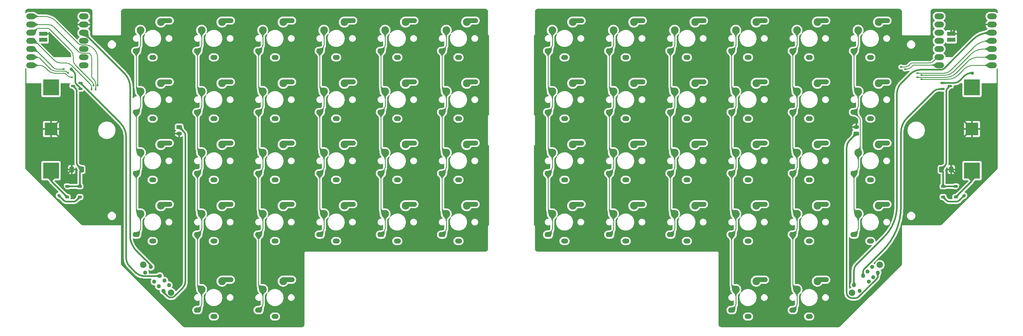
<source format=gbr>
%TF.GenerationSoftware,KiCad,Pcbnew,7.0.9*%
%TF.CreationDate,2024-05-08T21:34:52+09:00*%
%TF.ProjectId,L4,4c342e6b-6963-4616-945f-706362585858,rev?*%
%TF.SameCoordinates,Original*%
%TF.FileFunction,Copper,L1,Top*%
%TF.FilePolarity,Positive*%
%FSLAX46Y46*%
G04 Gerber Fmt 4.6, Leading zero omitted, Abs format (unit mm)*
G04 Created by KiCad (PCBNEW 7.0.9) date 2024-05-08 21:34:52*
%MOMM*%
%LPD*%
G01*
G04 APERTURE LIST*
G04 Aperture macros list*
%AMRoundRect*
0 Rectangle with rounded corners*
0 $1 Rounding radius*
0 $2 $3 $4 $5 $6 $7 $8 $9 X,Y pos of 4 corners*
0 Add a 4 corners polygon primitive as box body*
4,1,4,$2,$3,$4,$5,$6,$7,$8,$9,$2,$3,0*
0 Add four circle primitives for the rounded corners*
1,1,$1+$1,$2,$3*
1,1,$1+$1,$4,$5*
1,1,$1+$1,$6,$7*
1,1,$1+$1,$8,$9*
0 Add four rect primitives between the rounded corners*
20,1,$1+$1,$2,$3,$4,$5,0*
20,1,$1+$1,$4,$5,$6,$7,0*
20,1,$1+$1,$6,$7,$8,$9,0*
20,1,$1+$1,$8,$9,$2,$3,0*%
G04 Aperture macros list end*
%TA.AperFunction,ComponentPad*%
%ADD10O,2.200000X1.600000*%
%TD*%
%TA.AperFunction,ComponentPad*%
%ADD11C,2.400000*%
%TD*%
%TA.AperFunction,ComponentPad*%
%ADD12O,2.200000X1.500000*%
%TD*%
%TA.AperFunction,ComponentPad*%
%ADD13O,4.400000X1.500000*%
%TD*%
%TA.AperFunction,SMDPad,CuDef*%
%ADD14RoundRect,0.225000X-0.375000X0.225000X-0.375000X-0.225000X0.375000X-0.225000X0.375000X0.225000X0*%
%TD*%
%TA.AperFunction,ComponentPad*%
%ADD15C,2.000000*%
%TD*%
%TA.AperFunction,ComponentPad*%
%ADD16C,1.300000*%
%TD*%
%TA.AperFunction,SMDPad,CuDef*%
%ADD17RoundRect,0.150000X0.512500X0.150000X-0.512500X0.150000X-0.512500X-0.150000X0.512500X-0.150000X0*%
%TD*%
%TA.AperFunction,SMDPad,CuDef*%
%ADD18RoundRect,0.250000X-0.412500X-0.650000X0.412500X-0.650000X0.412500X0.650000X-0.412500X0.650000X0*%
%TD*%
%TA.AperFunction,SMDPad,CuDef*%
%ADD19RoundRect,0.250000X0.412500X0.650000X-0.412500X0.650000X-0.412500X-0.650000X0.412500X-0.650000X0*%
%TD*%
%TA.AperFunction,SMDPad,CuDef*%
%ADD20RoundRect,0.150000X-0.512500X-0.150000X0.512500X-0.150000X0.512500X0.150000X-0.512500X0.150000X0*%
%TD*%
%TA.AperFunction,SMDPad,CuDef*%
%ADD21R,5.000000X5.000000*%
%TD*%
%TA.AperFunction,SMDPad,CuDef*%
%ADD22R,4.000000X4.000000*%
%TD*%
%TA.AperFunction,ComponentPad*%
%ADD23O,3.000000X1.800000*%
%TD*%
%TA.AperFunction,ComponentPad*%
%ADD24R,2.500000X1.250000*%
%TD*%
%TA.AperFunction,ComponentPad*%
%ADD25RoundRect,0.250000X-0.625000X0.350000X-0.625000X-0.350000X0.625000X-0.350000X0.625000X0.350000X0*%
%TD*%
%TA.AperFunction,ComponentPad*%
%ADD26O,1.750000X1.200000*%
%TD*%
%TA.AperFunction,ComponentPad*%
%ADD27RoundRect,0.250000X0.625000X-0.350000X0.625000X0.350000X-0.625000X0.350000X-0.625000X-0.350000X0*%
%TD*%
%TA.AperFunction,ViaPad*%
%ADD28C,1.000000*%
%TD*%
%TA.AperFunction,ViaPad*%
%ADD29C,0.600000*%
%TD*%
%TA.AperFunction,Conductor*%
%ADD30C,0.500000*%
%TD*%
%TA.AperFunction,Conductor*%
%ADD31C,0.250000*%
%TD*%
G04 APERTURE END LIST*
D10*
%TO.P,SW8,1,1*%
%TO.N,COL1_L*%
X245725000Y-127725000D03*
D11*
X247015000Y-121285000D03*
D12*
%TO.P,SW8,2,2*%
%TO.N,Net-(D8-K)*%
X250825000Y-129725000D03*
D11*
X253365000Y-118745000D03*
D13*
X254725000Y-118275000D03*
%TD*%
D14*
%TO.P,D27,1,K*%
%TO.N,VBATT_CR_L*%
X349675000Y-150825000D03*
%TO.P,D27,2,A*%
%TO.N,Net-(BT1-+)*%
X349675000Y-154125000D03*
%TD*%
D10*
%TO.P,SW39,1,1*%
%TO.N,COL5_R*%
X193655000Y-127725000D03*
D11*
X194945000Y-121285000D03*
D12*
%TO.P,SW39,2,2*%
%TO.N,Net-(D40-K)*%
X198755000Y-129725000D03*
D11*
X201295000Y-118745000D03*
D13*
X202655000Y-118275000D03*
%TD*%
D10*
%TO.P,SW3,1,1*%
%TO.N,COL2_L*%
X264775000Y-108675000D03*
D11*
X266065000Y-102235000D03*
D12*
%TO.P,SW3,2,2*%
%TO.N,Net-(D3-K)*%
X269875000Y-110675000D03*
D11*
X272415000Y-99695000D03*
D13*
X273775000Y-99225000D03*
%TD*%
D10*
%TO.P,SW29,1,1*%
%TO.N,COL1_R*%
X117455000Y-108675000D03*
D11*
X118745000Y-102235000D03*
D12*
%TO.P,SW29,2,2*%
%TO.N,Net-(D30-K)*%
X122555000Y-110675000D03*
D11*
X125095000Y-99695000D03*
D13*
X126455000Y-99225000D03*
%TD*%
D10*
%TO.P,SW32,1,1*%
%TO.N,COL4_R*%
X174605000Y-108675000D03*
D11*
X175895000Y-102235000D03*
D12*
%TO.P,SW32,2,2*%
%TO.N,Net-(D33-K)*%
X179705000Y-110675000D03*
D11*
X182245000Y-99695000D03*
D13*
X183605000Y-99225000D03*
%TD*%
D14*
%TO.P,D55,1,K*%
%TO.N,VBATT_CR_R*%
X80855000Y-150825000D03*
%TO.P,D55,2,A*%
%TO.N,Net-(BT3-+)*%
X80855000Y-154125000D03*
%TD*%
D10*
%TO.P,SW48,1,1*%
%TO.N,COL2_R*%
X136505000Y-165825000D03*
D11*
X137795000Y-159385000D03*
D12*
%TO.P,SW48,2,2*%
%TO.N,Net-(D49-K)*%
X141605000Y-167825000D03*
D11*
X144145000Y-156845000D03*
D13*
X145505000Y-156375000D03*
%TD*%
D10*
%TO.P,SW47,1,1*%
%TO.N,COL1_R*%
X117455000Y-165825000D03*
D11*
X118745000Y-159385000D03*
D12*
%TO.P,SW47,2,2*%
%TO.N,Net-(D48-K)*%
X122555000Y-167825000D03*
D11*
X125095000Y-156845000D03*
D13*
X126455000Y-156375000D03*
%TD*%
D10*
%TO.P,SW20,1,1*%
%TO.N,COL1_L*%
X245725000Y-165825000D03*
D11*
X247015000Y-159385000D03*
D12*
%TO.P,SW20,2,2*%
%TO.N,Net-(D20-K)*%
X250825000Y-167825000D03*
D11*
X253365000Y-156845000D03*
D13*
X254725000Y-156375000D03*
%TD*%
D14*
%TO.P,D28,1,K*%
%TO.N,VBATT_CR_L*%
X353675000Y-150825000D03*
%TO.P,D28,2,A*%
%TO.N,Net-(BT2-+)*%
X353675000Y-154125000D03*
%TD*%
D10*
%TO.P,SW46,1,1*%
%TO.N,COL0_R*%
X98405000Y-165825000D03*
D11*
X99695000Y-159385000D03*
D12*
%TO.P,SW46,2,2*%
%TO.N,Net-(D47-K)*%
X103505000Y-167825000D03*
D11*
X106045000Y-156845000D03*
D13*
X107405000Y-156375000D03*
%TD*%
D10*
%TO.P,SW16,1,1*%
%TO.N,COL3_L*%
X283825000Y-146775000D03*
D11*
X285115000Y-140335000D03*
D12*
%TO.P,SW16,2,2*%
%TO.N,Net-(D16-K)*%
X288925000Y-148775000D03*
D11*
X291465000Y-137795000D03*
D13*
X292825000Y-137325000D03*
%TD*%
D10*
%TO.P,SW50,1,1*%
%TO.N,COL4_R*%
X174605000Y-165825000D03*
D11*
X175895000Y-159385000D03*
D12*
%TO.P,SW50,2,2*%
%TO.N,Net-(D51-K)*%
X179705000Y-167825000D03*
D11*
X182245000Y-156845000D03*
D13*
X183605000Y-156375000D03*
%TD*%
D10*
%TO.P,SW28,1,1*%
%TO.N,COL0_R*%
X98405000Y-108675000D03*
D11*
X99695000Y-102235000D03*
D12*
%TO.P,SW28,2,2*%
%TO.N,Net-(D29-K)*%
X103505000Y-110675000D03*
D11*
X106045000Y-99695000D03*
D13*
X107405000Y-99225000D03*
%TD*%
D10*
%TO.P,SW30,1,1*%
%TO.N,COL2_R*%
X136505000Y-108675000D03*
D11*
X137795000Y-102235000D03*
D12*
%TO.P,SW30,2,2*%
%TO.N,Net-(D31-K)*%
X141605000Y-110675000D03*
D11*
X144145000Y-99695000D03*
D13*
X145505000Y-99225000D03*
%TD*%
D10*
%TO.P,SW26,1,1*%
%TO.N,COL4_L*%
X302875000Y-189320000D03*
D11*
X304165000Y-182880000D03*
D12*
%TO.P,SW26,2,2*%
%TO.N,Net-(D26-K)*%
X307975000Y-191320000D03*
D11*
X310515000Y-180340000D03*
D13*
X311875000Y-179870000D03*
%TD*%
D10*
%TO.P,SW49,1,1*%
%TO.N,COL3_R*%
X155555000Y-165825000D03*
D11*
X156845000Y-159385000D03*
D12*
%TO.P,SW49,2,2*%
%TO.N,Net-(D50-K)*%
X160655000Y-167825000D03*
D11*
X163195000Y-156845000D03*
D13*
X164555000Y-156375000D03*
%TD*%
D10*
%TO.P,SW4,1,1*%
%TO.N,COL3_L*%
X283825000Y-108675000D03*
D11*
X285115000Y-102235000D03*
D12*
%TO.P,SW4,2,2*%
%TO.N,Net-(D4-K)*%
X288925000Y-110675000D03*
D11*
X291465000Y-99695000D03*
D13*
X292825000Y-99225000D03*
%TD*%
D10*
%TO.P,SW11,1,1*%
%TO.N,COL4_L*%
X302875000Y-127725000D03*
D11*
X304165000Y-121285000D03*
D12*
%TO.P,SW11,2,2*%
%TO.N,Net-(D11-K)*%
X307975000Y-129725000D03*
D11*
X310515000Y-118745000D03*
D13*
X311875000Y-118275000D03*
%TD*%
D10*
%TO.P,SW31,1,1*%
%TO.N,COL3_R*%
X155555000Y-108675000D03*
D11*
X156845000Y-102235000D03*
D12*
%TO.P,SW31,2,2*%
%TO.N,Net-(D32-K)*%
X160655000Y-110675000D03*
D11*
X163195000Y-99695000D03*
D13*
X164555000Y-99225000D03*
%TD*%
D10*
%TO.P,SW25,1,1*%
%TO.N,COL3_L*%
X283825000Y-189320000D03*
D11*
X285115000Y-182880000D03*
D12*
%TO.P,SW25,2,2*%
%TO.N,Net-(D25-K)*%
X288925000Y-191320000D03*
D11*
X291465000Y-180340000D03*
D13*
X292825000Y-179870000D03*
%TD*%
D10*
%TO.P,SW38,1,1*%
%TO.N,COL4_R*%
X174605000Y-127725000D03*
D11*
X175895000Y-121285000D03*
D12*
%TO.P,SW38,2,2*%
%TO.N,Net-(D39-K)*%
X179705000Y-129725000D03*
D11*
X182245000Y-118745000D03*
D13*
X183605000Y-118275000D03*
%TD*%
D10*
%TO.P,SW33,1,1*%
%TO.N,COL5_R*%
X193655000Y-108675000D03*
D11*
X194945000Y-102235000D03*
D12*
%TO.P,SW33,2,2*%
%TO.N,Net-(D34-K)*%
X198755000Y-110675000D03*
D11*
X201295000Y-99695000D03*
D13*
X202655000Y-99225000D03*
%TD*%
D10*
%TO.P,SW2,1,1*%
%TO.N,COL1_L*%
X245725000Y-108675000D03*
D11*
X247015000Y-102235000D03*
D12*
%TO.P,SW2,2,2*%
%TO.N,Net-(D2-K)*%
X250825000Y-110675000D03*
D11*
X253365000Y-99695000D03*
D13*
X254725000Y-99225000D03*
%TD*%
D15*
%TO.P,SW27,*%
%TO.N,*%
X321290176Y-183937590D03*
X329987590Y-175240176D03*
D16*
%TO.P,SW27,1,1*%
%TO.N,unconnected-(SW27-Pad1)*%
X327583427Y-175876572D03*
%TO.P,SW27,2,2*%
%TO.N,unconnected-(SW27-Pad2)*%
X326169213Y-177290786D03*
%TO.P,SW27,3,3*%
%TO.N,Net-(Q1-S)*%
X324755000Y-178705000D03*
%TO.P,SW27,4,4*%
%TO.N,VCC_L*%
X321926572Y-181533427D03*
%TO.P,SW27,5,5*%
%TO.N,VBATT_RAW_L*%
X329351194Y-177644339D03*
%TO.P,SW27,6,6*%
%TO.N,unconnected-(SW27-Pad6)*%
X327936980Y-179058553D03*
%TO.P,SW27,7,7*%
%TO.N,VBATT_L*%
X326522766Y-180472766D03*
%TO.P,SW27,8,8*%
%TO.N,unconnected-(SW27-Pad8)*%
X323694339Y-183301194D03*
%TD*%
D10*
%TO.P,SW17,1,1*%
%TO.N,COL4_L*%
X302875000Y-146775000D03*
D11*
X304165000Y-140335000D03*
D12*
%TO.P,SW17,2,2*%
%TO.N,Net-(D17-K)*%
X307975000Y-148775000D03*
D11*
X310515000Y-137795000D03*
D13*
X311875000Y-137325000D03*
%TD*%
D10*
%TO.P,SW52,1,1*%
%TO.N,COL1_R*%
X117455000Y-189320000D03*
D11*
X118745000Y-182880000D03*
D12*
%TO.P,SW52,2,2*%
%TO.N,Net-(D53-K)*%
X122555000Y-191320000D03*
D11*
X125095000Y-180340000D03*
D13*
X126455000Y-179870000D03*
%TD*%
D10*
%TO.P,SW53,1,1*%
%TO.N,COL2_R*%
X136505000Y-189320000D03*
D11*
X137795000Y-182880000D03*
D12*
%TO.P,SW53,2,2*%
%TO.N,Net-(D54-K)*%
X141605000Y-191320000D03*
D11*
X144145000Y-180340000D03*
D13*
X145505000Y-179870000D03*
%TD*%
D17*
%TO.P,Q2,1,G*%
%TO.N,VBUS_R*%
X80992500Y-120525000D03*
%TO.P,Q2,2,S*%
%TO.N,Net-(Q2-S)*%
X80992500Y-118625000D03*
%TO.P,Q2,3,D*%
%TO.N,VBATT_CR_R*%
X78717500Y-119575000D03*
%TD*%
D10*
%TO.P,SW7,1,1*%
%TO.N,COL0_L*%
X226675000Y-127725000D03*
D11*
X227965000Y-121285000D03*
D12*
%TO.P,SW7,2,2*%
%TO.N,Net-(D7-K)*%
X231775000Y-129725000D03*
D11*
X234315000Y-118745000D03*
D13*
X235675000Y-118275000D03*
%TD*%
D18*
%TO.P,C1,1*%
%TO.N,VBATT_CR_L*%
X349112500Y-145575000D03*
%TO.P,C1,2*%
%TO.N,GND_L*%
X352237500Y-145575000D03*
%TD*%
D19*
%TO.P,C2,1*%
%TO.N,VBATT_CR_R*%
X81417500Y-145575000D03*
%TO.P,C2,2*%
%TO.N,GND_R*%
X78292500Y-145575000D03*
%TD*%
D10*
%TO.P,SW1,1,1*%
%TO.N,COL0_L*%
X226675000Y-108675000D03*
D11*
X227965000Y-102235000D03*
D12*
%TO.P,SW1,2,2*%
%TO.N,Net-(D1-K)*%
X231775000Y-110675000D03*
D11*
X234315000Y-99695000D03*
D13*
X235675000Y-99225000D03*
%TD*%
D10*
%TO.P,SW5,1,1*%
%TO.N,COL4_L*%
X302875000Y-108675000D03*
D11*
X304165000Y-102235000D03*
D12*
%TO.P,SW5,2,2*%
%TO.N,Net-(D5-K)*%
X307975000Y-110675000D03*
D11*
X310515000Y-99695000D03*
D13*
X311875000Y-99225000D03*
%TD*%
D10*
%TO.P,SW34,1,1*%
%TO.N,COL0_R*%
X98405000Y-127725000D03*
D11*
X99695000Y-121285000D03*
D12*
%TO.P,SW34,2,2*%
%TO.N,Net-(D35-K)*%
X103505000Y-129725000D03*
D11*
X106045000Y-118745000D03*
D13*
X107405000Y-118275000D03*
%TD*%
D10*
%TO.P,SW40,1,1*%
%TO.N,COL0_R*%
X98405000Y-146775000D03*
D11*
X99695000Y-140335000D03*
D12*
%TO.P,SW40,2,2*%
%TO.N,Net-(D41-K)*%
X103505000Y-148775000D03*
D11*
X106045000Y-137795000D03*
D13*
X107405000Y-137325000D03*
%TD*%
D10*
%TO.P,SW21,1,1*%
%TO.N,COL2_L*%
X264775000Y-165825000D03*
D11*
X266065000Y-159385000D03*
D12*
%TO.P,SW21,2,2*%
%TO.N,Net-(D21-K)*%
X269875000Y-167825000D03*
D11*
X272415000Y-156845000D03*
D13*
X273775000Y-156375000D03*
%TD*%
D10*
%TO.P,SW14,1,1*%
%TO.N,COL1_L*%
X245725000Y-146775000D03*
D11*
X247015000Y-140335000D03*
D12*
%TO.P,SW14,2,2*%
%TO.N,Net-(D14-K)*%
X250825000Y-148775000D03*
D11*
X253365000Y-137795000D03*
D13*
X254725000Y-137325000D03*
%TD*%
D14*
%TO.P,D56,1,K*%
%TO.N,VBATT_CR_R*%
X76855000Y-150825000D03*
%TO.P,D56,2,A*%
%TO.N,Net-(BT4-+)*%
X76855000Y-154125000D03*
%TD*%
D10*
%TO.P,SW13,1,1*%
%TO.N,COL0_L*%
X226675000Y-146775000D03*
D11*
X227965000Y-140335000D03*
D12*
%TO.P,SW13,2,2*%
%TO.N,Net-(D13-K)*%
X231775000Y-148775000D03*
D11*
X234315000Y-137795000D03*
D13*
X235675000Y-137325000D03*
%TD*%
D20*
%TO.P,Q1,1,G*%
%TO.N,VBUS_L*%
X349537500Y-118625000D03*
%TO.P,Q1,2,S*%
%TO.N,Net-(Q1-S)*%
X349537500Y-120525000D03*
%TO.P,Q1,3,D*%
%TO.N,VBATT_CR_L*%
X351812500Y-119575000D03*
%TD*%
D15*
%TO.P,SW54,*%
%TO.N,*%
X100542410Y-175240176D03*
X109239824Y-183937590D03*
D16*
%TO.P,SW54,1,1*%
%TO.N,unconnected-(SW54-Pad1)*%
X108603428Y-181533427D03*
%TO.P,SW54,2,2*%
%TO.N,unconnected-(SW54-Pad2)*%
X107189214Y-180119213D03*
%TO.P,SW54,3,3*%
%TO.N,Net-(Q2-S)*%
X105775000Y-178705000D03*
%TO.P,SW54,4,4*%
%TO.N,VCC_R*%
X102946573Y-175876572D03*
%TO.P,SW54,5,5*%
%TO.N,VBATT_RAW_R*%
X106835661Y-183301194D03*
%TO.P,SW54,6,6*%
%TO.N,unconnected-(SW54-Pad6)*%
X105421447Y-181886980D03*
%TO.P,SW54,7,7*%
%TO.N,VBATT_R*%
X104007234Y-180472766D03*
%TO.P,SW54,8,8*%
%TO.N,unconnected-(SW54-Pad8)*%
X101178806Y-177644339D03*
%TD*%
D10*
%TO.P,SW35,1,1*%
%TO.N,COL1_R*%
X117455000Y-127725000D03*
D11*
X118745000Y-121285000D03*
D12*
%TO.P,SW35,2,2*%
%TO.N,Net-(D36-K)*%
X122555000Y-129725000D03*
D11*
X125095000Y-118745000D03*
D13*
X126455000Y-118275000D03*
%TD*%
D10*
%TO.P,SW12,1,1*%
%TO.N,COL5_L*%
X321925000Y-127725000D03*
D11*
X323215000Y-121285000D03*
D12*
%TO.P,SW12,2,2*%
%TO.N,Net-(D12-K)*%
X327025000Y-129725000D03*
D11*
X329565000Y-118745000D03*
D13*
X330925000Y-118275000D03*
%TD*%
D10*
%TO.P,SW15,1,1*%
%TO.N,COL2_L*%
X264775000Y-146775000D03*
D11*
X266065000Y-140335000D03*
D12*
%TO.P,SW15,2,2*%
%TO.N,Net-(D15-K)*%
X269875000Y-148775000D03*
D11*
X272415000Y-137795000D03*
D13*
X273775000Y-137325000D03*
%TD*%
D10*
%TO.P,SW24,1,1*%
%TO.N,COL5_L*%
X321925000Y-165825000D03*
D11*
X323215000Y-159385000D03*
D12*
%TO.P,SW24,2,2*%
%TO.N,Net-(D24-K)*%
X327025000Y-167825000D03*
D11*
X329565000Y-156845000D03*
D13*
X330925000Y-156375000D03*
%TD*%
D21*
%TO.P,BT2,*%
%TO.N,*%
X358675000Y-120025000D03*
%TO.P,BT2,1,+*%
%TO.N,Net-(BT2-+)*%
X358675000Y-145925000D03*
D22*
%TO.P,BT2,2,-*%
%TO.N,GND_L*%
X358675000Y-132975000D03*
%TD*%
D10*
%TO.P,SW22,1,1*%
%TO.N,COL3_L*%
X283825000Y-165825000D03*
D11*
X285115000Y-159385000D03*
D12*
%TO.P,SW22,2,2*%
%TO.N,Net-(D22-K)*%
X288925000Y-167825000D03*
D11*
X291465000Y-156845000D03*
D13*
X292825000Y-156375000D03*
%TD*%
D10*
%TO.P,SW23,1,1*%
%TO.N,COL4_L*%
X302875000Y-165825000D03*
D11*
X304165000Y-159385000D03*
D12*
%TO.P,SW23,2,2*%
%TO.N,Net-(D23-K)*%
X307975000Y-167825000D03*
D11*
X310515000Y-156845000D03*
D13*
X311875000Y-156375000D03*
%TD*%
D10*
%TO.P,SW37,1,1*%
%TO.N,COL3_R*%
X155555000Y-127725000D03*
D11*
X156845000Y-121285000D03*
D12*
%TO.P,SW37,2,2*%
%TO.N,Net-(D38-K)*%
X160655000Y-129725000D03*
D11*
X163195000Y-118745000D03*
D13*
X164555000Y-118275000D03*
%TD*%
D10*
%TO.P,SW10,1,1*%
%TO.N,COL3_L*%
X283825000Y-127725000D03*
D11*
X285115000Y-121285000D03*
D12*
%TO.P,SW10,2,2*%
%TO.N,Net-(D10-K)*%
X288925000Y-129725000D03*
D11*
X291465000Y-118745000D03*
D13*
X292825000Y-118275000D03*
%TD*%
D10*
%TO.P,SW9,1,1*%
%TO.N,COL2_L*%
X264775000Y-127725000D03*
D11*
X266065000Y-121285000D03*
D12*
%TO.P,SW9,2,2*%
%TO.N,Net-(D9-K)*%
X269875000Y-129725000D03*
D11*
X272415000Y-118745000D03*
D13*
X273775000Y-118275000D03*
%TD*%
D10*
%TO.P,SW43,1,1*%
%TO.N,COL3_R*%
X155555000Y-146775000D03*
D11*
X156845000Y-140335000D03*
D12*
%TO.P,SW43,2,2*%
%TO.N,Net-(D44-K)*%
X160655000Y-148775000D03*
D11*
X163195000Y-137795000D03*
D13*
X164555000Y-137325000D03*
%TD*%
D10*
%TO.P,SW18,1,1*%
%TO.N,COL5_L*%
X321925000Y-146775000D03*
D11*
X323215000Y-140335000D03*
D12*
%TO.P,SW18,2,2*%
%TO.N,Net-(D18-K)*%
X327025000Y-148775000D03*
D11*
X329565000Y-137795000D03*
D13*
X330925000Y-137325000D03*
%TD*%
D21*
%TO.P,BT4,*%
%TO.N,*%
X71855000Y-120025000D03*
%TO.P,BT4,1,+*%
%TO.N,Net-(BT4-+)*%
X71855000Y-145925000D03*
D22*
%TO.P,BT4,2,-*%
%TO.N,GND_R*%
X71855000Y-132975000D03*
%TD*%
D10*
%TO.P,SW44,1,1*%
%TO.N,COL4_R*%
X174605000Y-146775000D03*
D11*
X175895000Y-140335000D03*
D12*
%TO.P,SW44,2,2*%
%TO.N,Net-(D45-K)*%
X179705000Y-148775000D03*
D11*
X182245000Y-137795000D03*
D13*
X183605000Y-137325000D03*
%TD*%
D10*
%TO.P,SW36,1,1*%
%TO.N,COL2_R*%
X136505000Y-127725000D03*
D11*
X137795000Y-121285000D03*
D12*
%TO.P,SW36,2,2*%
%TO.N,Net-(D37-K)*%
X141605000Y-129725000D03*
D11*
X144145000Y-118745000D03*
D13*
X145505000Y-118275000D03*
%TD*%
D10*
%TO.P,SW6,1,1*%
%TO.N,COL5_L*%
X321925000Y-108675000D03*
D11*
X323215000Y-102235000D03*
D12*
%TO.P,SW6,2,2*%
%TO.N,Net-(D6-K)*%
X327025000Y-110675000D03*
D11*
X329565000Y-99695000D03*
D13*
X330925000Y-99225000D03*
%TD*%
D10*
%TO.P,SW51,1,1*%
%TO.N,COL5_R*%
X193655000Y-165825000D03*
D11*
X194945000Y-159385000D03*
D12*
%TO.P,SW51,2,2*%
%TO.N,Net-(D52-K)*%
X198755000Y-167825000D03*
D11*
X201295000Y-156845000D03*
D13*
X202655000Y-156375000D03*
%TD*%
D10*
%TO.P,SW41,1,1*%
%TO.N,COL1_R*%
X117455000Y-146775000D03*
D11*
X118745000Y-140335000D03*
D12*
%TO.P,SW41,2,2*%
%TO.N,Net-(D42-K)*%
X122555000Y-148775000D03*
D11*
X125095000Y-137795000D03*
D13*
X126455000Y-137325000D03*
%TD*%
D23*
%TO.P,U2,1,D0/0.02*%
%TO.N,ROW1_R*%
X65635000Y-97912000D03*
%TO.P,U2,2,D1/0.03*%
%TO.N,ROW2_R*%
X65635000Y-100452000D03*
%TO.P,U2,3,D2/0.28*%
%TO.N,ROW3_R*%
X65635000Y-102992000D03*
%TO.P,U2,4,D3/0.29*%
%TO.N,ROW4_R*%
X65635000Y-105532000D03*
%TO.P,U2,5,D4/0.04*%
%TO.N,COL2_R*%
X65635000Y-108072000D03*
%TO.P,U2,6,D5/0.05*%
%TO.N,COL1_R*%
X65635000Y-110612000D03*
%TO.P,U2,7,D6/1.11*%
%TO.N,COL0_R*%
X65635000Y-113152000D03*
%TO.P,U2,8,D7/1.12*%
%TO.N,COL3_R*%
X82075000Y-113152000D03*
%TO.P,U2,9,D8/1.13*%
%TO.N,COL4_R*%
X82075000Y-110612000D03*
%TO.P,U2,10,D9/1.14*%
%TO.N,COL5_R*%
X82075000Y-108072000D03*
%TO.P,U2,11,D10/1.15*%
%TO.N,ROW0_R*%
X82075000Y-105532000D03*
%TO.P,U2,12,3V3*%
%TO.N,VCC_R*%
X82075000Y-102992000D03*
%TO.P,U2,13,GND*%
%TO.N,GND_R*%
X82075000Y-100452000D03*
%TO.P,U2,14,5V*%
%TO.N,VBUS_R*%
X82075000Y-97912000D03*
D24*
%TO.P,U2,15,BAT-*%
%TO.N,GND_R*%
X69410000Y-103310000D03*
%TO.P,U2,16,BAT+*%
%TO.N,VBATT_R*%
X69410000Y-105215000D03*
%TD*%
D10*
%TO.P,SW42,1,1*%
%TO.N,COL2_R*%
X136505000Y-146775000D03*
D11*
X137795000Y-140335000D03*
D12*
%TO.P,SW42,2,2*%
%TO.N,Net-(D43-K)*%
X141605000Y-148775000D03*
D11*
X144145000Y-137795000D03*
D13*
X145505000Y-137325000D03*
%TD*%
D10*
%TO.P,SW45,1,1*%
%TO.N,COL5_R*%
X193655000Y-146775000D03*
D11*
X194945000Y-140335000D03*
D12*
%TO.P,SW45,2,2*%
%TO.N,Net-(D46-K)*%
X198755000Y-148775000D03*
D11*
X201295000Y-137795000D03*
D13*
X202655000Y-137325000D03*
%TD*%
D23*
%TO.P,U1,1,D0/0.02*%
%TO.N,ROW0_L*%
X348455000Y-97912000D03*
%TO.P,U1,2,D1/0.03*%
%TO.N,ROW1_L*%
X348455000Y-100452000D03*
%TO.P,U1,3,D2/0.28*%
%TO.N,ROW2_L*%
X348455000Y-102992000D03*
%TO.P,U1,4,D3/0.29*%
%TO.N,ROW3_L*%
X348455000Y-105532000D03*
%TO.P,U1,5,D4/0.04*%
%TO.N,ROW4_L*%
X348455000Y-108072000D03*
%TO.P,U1,6,D5/0.05*%
%TO.N,COL0_L*%
X348455000Y-110612000D03*
%TO.P,U1,7,D6/1.11*%
%TO.N,COL1_L*%
X348455000Y-113152000D03*
%TO.P,U1,8,D7/1.12*%
%TO.N,COL5_L*%
X364895000Y-113152000D03*
%TO.P,U1,9,D8/1.13*%
%TO.N,COL4_L*%
X364895000Y-110612000D03*
%TO.P,U1,10,D9/1.14*%
%TO.N,COL3_L*%
X364895000Y-108072000D03*
%TO.P,U1,11,D10/1.15*%
%TO.N,COL2_L*%
X364895000Y-105532000D03*
%TO.P,U1,12,3V3*%
%TO.N,VCC_L*%
X364895000Y-102992000D03*
%TO.P,U1,13,GND*%
%TO.N,GND_L*%
X364895000Y-100452000D03*
%TO.P,U1,14,5V*%
%TO.N,VBUS_L*%
X364895000Y-97912000D03*
D24*
%TO.P,U1,15,BAT-*%
%TO.N,GND_L*%
X352230000Y-103310000D03*
%TO.P,U1,16,BAT+*%
%TO.N,VBATT_L*%
X352230000Y-105215000D03*
%TD*%
D10*
%TO.P,SW19,1,1*%
%TO.N,COL0_L*%
X226675000Y-165825000D03*
D11*
X227965000Y-159385000D03*
D12*
%TO.P,SW19,2,2*%
%TO.N,Net-(D19-K)*%
X231775000Y-167825000D03*
D11*
X234315000Y-156845000D03*
D13*
X235675000Y-156375000D03*
%TD*%
D25*
%TO.P,J2,1,Pin_1*%
%TO.N,VBATT_RAW_R*%
X111755000Y-132375000D03*
D26*
%TO.P,J2,2,Pin_2*%
%TO.N,GND_R*%
X111755000Y-134375000D03*
%TD*%
D27*
%TO.P,J1,1,Pin_1*%
%TO.N,VBATT_RAW_L*%
X322675000Y-134375000D03*
D26*
%TO.P,J1,2,Pin_2*%
%TO.N,GND_L*%
X322675000Y-132375000D03*
%TD*%
D28*
%TO.N,Net-(BT1-+)*%
X356235000Y-153670000D03*
%TO.N,GND_L*%
X339725000Y-142875000D03*
X354330000Y-120650000D03*
%TO.N,Net-(BT3-+)*%
X74295000Y-153670000D03*
%TO.N,GND_R*%
X90805000Y-142875000D03*
X76200000Y-120650000D03*
D29*
%TO.N,ROW1_R*%
X86360000Y-119380000D03*
%TO.N,ROW2_R*%
X85725000Y-120650000D03*
%TO.N,ROW3_R*%
X85090000Y-119380000D03*
%TO.N,ROW4_R*%
X84455000Y-120650000D03*
D28*
%TO.N,VBUS_L*%
X358775000Y-115570000D03*
%TO.N,VBUS_R*%
X78105000Y-114300000D03*
D29*
%TO.N,COL0_L*%
X336550000Y-113665000D03*
%TO.N,COL1_L*%
X337820000Y-114300000D03*
%TO.N,COL2_L*%
X341630000Y-115570000D03*
%TO.N,COL3_L*%
X342900000Y-116205000D03*
%TO.N,COL4_L*%
X341630000Y-116840000D03*
%TO.N,COL5_L*%
X342900000Y-117475000D03*
%TO.N,COL0_R*%
X78422500Y-116840000D03*
%TO.N,COL1_R*%
X77187161Y-115535339D03*
%TO.N,COL2_R*%
X75882500Y-114300000D03*
%TD*%
D30*
%TO.N,Net-(BT1-+)*%
X353805525Y-155573424D02*
X351551225Y-155573424D01*
X350753025Y-155203025D02*
X349675000Y-154125000D01*
X356235000Y-153670000D02*
X354703550Y-155201450D01*
X353805525Y-155573434D02*
G75*
G03*
X354703550Y-155201450I-25J1270034D01*
G01*
X350753017Y-155203033D02*
G75*
G03*
X351551225Y-155573424I909083J913833D01*
G01*
%TO.N,GND_L*%
X358675000Y-132975000D02*
X355073949Y-129373949D01*
X352237500Y-145575000D02*
X352237500Y-140464602D01*
X356140102Y-100452000D02*
X364295000Y-100452000D01*
X349776051Y-152400000D02*
X353168949Y-152400000D01*
X352981449Y-138668551D02*
X358675000Y-132975000D01*
X354330000Y-127577898D02*
X354330000Y-120650000D01*
X339725000Y-142875000D02*
X348878026Y-152028026D01*
X352230000Y-103310000D02*
X354344051Y-101195949D01*
X354066975Y-152028025D02*
X354593026Y-151501974D01*
X354593025Y-147930525D02*
X352237500Y-145575000D01*
X354965000Y-150603949D02*
X354965000Y-148828551D01*
X354593002Y-151501950D02*
G75*
G03*
X354965000Y-150603949I-898002J898050D01*
G01*
X352981448Y-138668550D02*
G75*
G03*
X352237500Y-140464602I1796052J-1796050D01*
G01*
X353168949Y-152400034D02*
G75*
G03*
X354066975Y-152028025I-49J1270034D01*
G01*
X348878050Y-152028002D02*
G75*
G03*
X349776051Y-152400000I898050J898002D01*
G01*
X356140102Y-100452002D02*
G75*
G03*
X354344051Y-101195949I-2J-2539998D01*
G01*
X354330002Y-127577898D02*
G75*
G03*
X355073949Y-129373949I2539998J-2D01*
G01*
X354965034Y-148828551D02*
G75*
G03*
X354593025Y-147930525I-1270034J-49D01*
G01*
%TO.N,Net-(BT2-+)*%
X358303025Y-149496975D02*
X353675000Y-154125000D01*
X358675000Y-145925000D02*
X358675000Y-148598949D01*
X358303001Y-149496951D02*
G75*
G03*
X358675000Y-148598949I-898001J898051D01*
G01*
%TO.N,Net-(BT3-+)*%
X79776975Y-155203025D02*
X80855000Y-154125000D01*
X74295000Y-153670000D02*
X75828026Y-155203026D01*
X76726051Y-155575000D02*
X78878949Y-155575000D01*
X75828050Y-155203002D02*
G75*
G03*
X76726051Y-155575000I898050J898002D01*
G01*
X78878949Y-155575034D02*
G75*
G03*
X79776975Y-155203025I-49J1270034D01*
G01*
%TO.N,GND_R*%
X75456051Y-129373949D02*
X71855000Y-132975000D01*
X78292500Y-145575000D02*
X78292500Y-140464602D01*
X80753949Y-152400000D02*
X77361051Y-152400000D01*
X75936975Y-147930525D02*
X78292500Y-145575000D01*
X90805000Y-142875000D02*
X81651974Y-152028026D01*
X75565000Y-150603949D02*
X75565000Y-148828551D01*
X76463025Y-152028025D02*
X75936974Y-151501974D01*
X76200000Y-120650000D02*
X76200000Y-127577898D01*
X77548551Y-138668551D02*
X71855000Y-132975000D01*
X78292498Y-140464602D02*
G75*
G03*
X77548551Y-138668551I-2539998J2D01*
G01*
X75564966Y-150603949D02*
G75*
G03*
X75936974Y-151501974I1270034J49D01*
G01*
X80753949Y-152400034D02*
G75*
G03*
X81651974Y-152028026I-49J1270034D01*
G01*
X75936999Y-147930549D02*
G75*
G03*
X75565000Y-148828551I898001J-898051D01*
G01*
X75456052Y-129373950D02*
G75*
G03*
X76200000Y-127577898I-1796052J1796050D01*
G01*
X76463049Y-152028001D02*
G75*
G03*
X77361051Y-152400000I898051J898001D01*
G01*
%TO.N,Net-(BT4-+)*%
X71855000Y-145925000D02*
X71855000Y-148598949D01*
X72226975Y-149496975D02*
X76855000Y-154125000D01*
X71854966Y-148598949D02*
G75*
G03*
X72226975Y-149496975I1270034J49D01*
G01*
%TO.N,VBATT_CR_L*%
X353675000Y-150825000D02*
X349675000Y-150825000D01*
X351021975Y-120365525D02*
X351812500Y-119575000D01*
X349112500Y-145575000D02*
X350278026Y-144409474D01*
X349675000Y-150825000D02*
X349675000Y-146137500D01*
X349675000Y-146137500D02*
X349112500Y-145575000D01*
X350650000Y-143511449D02*
X350650000Y-121263551D01*
X350278002Y-144409450D02*
G75*
G03*
X350650000Y-143511449I-898002J898050D01*
G01*
X351021999Y-120365549D02*
G75*
G03*
X350650000Y-121263551I898001J-898051D01*
G01*
%TO.N,VBATT_CR_R*%
X80855000Y-150825000D02*
X80855000Y-146137500D01*
X80855000Y-150825000D02*
X76855000Y-150825000D01*
X80855000Y-146137500D02*
X81417500Y-145575000D01*
X81417500Y-145575000D02*
X80251974Y-144409474D01*
X79880000Y-143511449D02*
X79880000Y-121263551D01*
X79508025Y-120365525D02*
X78717500Y-119575000D01*
X79880034Y-121263551D02*
G75*
G03*
X79508025Y-120365525I-1270034J-49D01*
G01*
X79879966Y-143511449D02*
G75*
G03*
X80251974Y-144409474I1270034J49D01*
G01*
D31*
%TO.N,ROW1_R*%
X85244077Y-108104077D02*
X85012923Y-107872923D01*
X80350025Y-106385025D02*
X73364897Y-99399897D01*
X86360000Y-119380000D02*
X86360000Y-110798154D01*
X69772795Y-97912000D02*
X66235000Y-97912000D01*
X82318846Y-106757000D02*
X81248051Y-106757000D01*
X80350049Y-106385001D02*
G75*
G03*
X81248051Y-106757000I898051J898001D01*
G01*
X86360032Y-110798154D02*
G75*
G03*
X85244076Y-108104078I-3810032J-46D01*
G01*
X85012900Y-107872946D02*
G75*
G03*
X82318846Y-106757000I-2694100J-2694054D01*
G01*
X73364899Y-99399895D02*
G75*
G03*
X69772795Y-97912000I-3592099J-3592105D01*
G01*
%TO.N,ROW2_R*%
X85353025Y-117737327D02*
X84826974Y-117211276D01*
X85725000Y-120650000D02*
X85725000Y-118635353D01*
X83185000Y-109297000D02*
X81357000Y-109297000D01*
X84455000Y-116313251D02*
X84455000Y-110567000D01*
X70933847Y-100452000D02*
X66235000Y-100452000D01*
X80458974Y-108925025D02*
X72729898Y-101195949D01*
X85725033Y-118635353D02*
G75*
G03*
X85353025Y-117737327I-1270033J-47D01*
G01*
X84455000Y-110567000D02*
G75*
G03*
X83185000Y-109297000I-1270000J0D01*
G01*
X72729875Y-101195972D02*
G75*
G03*
X70933847Y-100452000I-1796075J-1796028D01*
G01*
X80458974Y-108925025D02*
G75*
G03*
X81357000Y-109297000I898026J898025D01*
G01*
X84455035Y-116313251D02*
G75*
G03*
X84826974Y-117211276I1269965J-49D01*
G01*
%TO.N,ROW3_R*%
X67255025Y-101971975D02*
X66235000Y-102992000D01*
X70593949Y-101600000D02*
X68153051Y-101600000D01*
X78740000Y-111342898D02*
X78740000Y-110272102D01*
X85090000Y-119380000D02*
X85090000Y-119271051D01*
X84718025Y-118373025D02*
X79483949Y-113138949D01*
X77996051Y-108476051D02*
X71491974Y-101971974D01*
X68153051Y-101599966D02*
G75*
G03*
X67255025Y-101971975I49J-1270034D01*
G01*
X85090034Y-119271051D02*
G75*
G03*
X84718025Y-118373025I-1270034J-49D01*
G01*
X71491950Y-101971998D02*
G75*
G03*
X70593949Y-101600000I-898050J-898002D01*
G01*
X78739998Y-110272102D02*
G75*
G03*
X77996051Y-108476051I-2539998J2D01*
G01*
X78740002Y-111342898D02*
G75*
G03*
X79483949Y-113138949I2539998J-2D01*
G01*
%TO.N,ROW4_R*%
X72916051Y-111651051D02*
X66797000Y-105532000D01*
X84083025Y-119008025D02*
X78213949Y-113138949D01*
X66797000Y-105532000D02*
X66235000Y-105532000D01*
X84455000Y-120650000D02*
X84455000Y-119906051D01*
X76417898Y-112395000D02*
X74712102Y-112395000D01*
X78213950Y-113138948D02*
G75*
G03*
X76417898Y-112395000I-1796050J-1796052D01*
G01*
X72916050Y-111651052D02*
G75*
G03*
X74712102Y-112395000I1796050J1796052D01*
G01*
X84455034Y-119906051D02*
G75*
G03*
X84083025Y-119008025I-1270034J-49D01*
G01*
D30*
%TO.N,VBATT_RAW_L*%
X329048698Y-179500248D02*
X329166055Y-179338725D01*
X319640176Y-138724952D02*
X319640176Y-183937590D01*
X321290176Y-185587590D02*
X322437527Y-185587590D01*
X322675000Y-134375000D02*
X320570112Y-136479888D01*
X329166055Y-179338725D02*
X329256700Y-179160831D01*
X329349637Y-178773751D02*
X329351194Y-178673923D01*
X329318400Y-178970948D02*
X329349637Y-178773751D01*
X329256700Y-179160831D02*
X329318400Y-178970948D01*
X323335553Y-185215615D02*
X328979220Y-179571948D01*
X328979220Y-179571948D02*
X329048698Y-179500248D01*
X329351194Y-178673923D02*
X329351194Y-177644339D01*
X322437527Y-185587611D02*
G75*
G03*
X323335552Y-185215614I-27J1270011D01*
G01*
X320570081Y-136479857D02*
G75*
G03*
X319640176Y-138724952I2245119J-2245043D01*
G01*
X319640210Y-183937590D02*
G75*
G03*
X321290176Y-185587590I1649990J-10D01*
G01*
%TO.N,VBATT_RAW_R*%
X106835661Y-183301194D02*
X106835661Y-183670661D01*
X113293025Y-133913025D02*
X111755000Y-132375000D01*
X113665000Y-180581633D02*
X113665000Y-134811051D01*
X106835661Y-183670661D02*
X108135853Y-184970852D01*
X110327884Y-184970851D02*
X112921051Y-182377684D01*
X108135886Y-184970819D02*
G75*
G03*
X110327883Y-184970850I1096014J1096019D01*
G01*
X112921035Y-182377668D02*
G75*
G03*
X113665000Y-180581633I-1796035J1796068D01*
G01*
X113665034Y-134811051D02*
G75*
G03*
X113293025Y-133913025I-1270034J-49D01*
G01*
%TO.N,VBUS_L*%
X358282102Y-115570000D02*
X358775000Y-115570000D01*
X349537500Y-118625000D02*
X353122898Y-118625000D01*
X354918949Y-117881051D02*
X356486051Y-116313949D01*
X353122898Y-118624998D02*
G75*
G03*
X354918949Y-117881051I2J2539998D01*
G01*
X358282102Y-115570002D02*
G75*
G03*
X356486051Y-116313949I-2J-2539998D01*
G01*
%TO.N,Net-(Q1-S)*%
X336550000Y-157180163D02*
X336550000Y-134075256D01*
X348522102Y-120525000D02*
X349537500Y-120525000D01*
X338409872Y-129585128D02*
X346726051Y-121268949D01*
X324755000Y-178705000D02*
X324755000Y-177421051D01*
X325126975Y-176523025D02*
X330949829Y-170700171D01*
X348522102Y-120525002D02*
G75*
G03*
X346726051Y-121268949I-2J-2539998D01*
G01*
X330949852Y-170700194D02*
G75*
G03*
X336550000Y-157180163I-13520052J13519994D01*
G01*
X325126999Y-176523049D02*
G75*
G03*
X324755000Y-177421051I898001J-898051D01*
G01*
X338409894Y-129585150D02*
G75*
G03*
X336550000Y-134075256I4490106J-4490150D01*
G01*
%TO.N,VBUS_R*%
X80992500Y-120225001D02*
X80992500Y-120525000D01*
X79746975Y-118979476D02*
X80992500Y-120225001D01*
X78105000Y-114300000D02*
X79003026Y-115198026D01*
X79375000Y-116096051D02*
X79375000Y-118081450D01*
X79375036Y-118081450D02*
G75*
G03*
X79746975Y-118979476I1269964J-50D01*
G01*
X79375034Y-116096051D02*
G75*
G03*
X79003026Y-115198026I-1270034J-49D01*
G01*
%TO.N,Net-(Q2-S)*%
X98253416Y-177628416D02*
X96365923Y-175740923D01*
X105735661Y-178744339D02*
X100947493Y-178744339D01*
X93390128Y-131022628D02*
X80992500Y-118625000D01*
X95250000Y-173046846D02*
X95250000Y-135512756D01*
X105775000Y-178705000D02*
X105735661Y-178744339D01*
X95250031Y-135512756D02*
G75*
G03*
X93390128Y-131022628I-6350031J-44D01*
G01*
X95249968Y-173046846D02*
G75*
G03*
X96365924Y-175740922I3810032J46D01*
G01*
X98253412Y-177628420D02*
G75*
G03*
X100947493Y-178744339I2694088J2694120D01*
G01*
D31*
%TO.N,COL0_L*%
X226675000Y-108675000D02*
X226675000Y-119468949D01*
X227593025Y-126806975D02*
X226675000Y-127725000D01*
X227965000Y-121285000D02*
X227965000Y-125908949D01*
X227593025Y-145856975D02*
X226675000Y-146775000D01*
X227046975Y-158466975D02*
X227965000Y-159385000D01*
X226675000Y-146775000D02*
X226675000Y-157568949D01*
X227965000Y-102235000D02*
X227965000Y-106858949D01*
X227965000Y-159385000D02*
X227965000Y-164008949D01*
X346446975Y-112023025D02*
X347980000Y-110490000D01*
X227965000Y-140335000D02*
X227965000Y-144958949D01*
X227593025Y-107756975D02*
X226675000Y-108675000D01*
X348933000Y-110490000D02*
X349055000Y-110612000D01*
X227046975Y-120366975D02*
X227965000Y-121285000D01*
X336550000Y-113665000D02*
X337928949Y-113665000D01*
X338826975Y-113293025D02*
X339353026Y-112766974D01*
X340251051Y-112395000D02*
X345548949Y-112395000D01*
X226675000Y-127725000D02*
X226675000Y-138518949D01*
X227593025Y-164906975D02*
X226675000Y-165825000D01*
X347980000Y-110490000D02*
X348933000Y-110490000D01*
X227046975Y-139416975D02*
X227965000Y-140335000D01*
X226674966Y-119468949D02*
G75*
G03*
X227046975Y-120366975I1270034J49D01*
G01*
X340251051Y-112394966D02*
G75*
G03*
X339353026Y-112766974I49J-1270034D01*
G01*
X226674966Y-157568949D02*
G75*
G03*
X227046975Y-158466975I1270034J49D01*
G01*
X227593001Y-145856951D02*
G75*
G03*
X227965000Y-144958949I-898001J898051D01*
G01*
X227593001Y-164906951D02*
G75*
G03*
X227965000Y-164008949I-898001J898051D01*
G01*
X345548949Y-112395034D02*
G75*
G03*
X346446975Y-112023025I-49J1270034D01*
G01*
X226674966Y-138518949D02*
G75*
G03*
X227046975Y-139416975I1270034J49D01*
G01*
X227593001Y-126806951D02*
G75*
G03*
X227965000Y-125908949I-898001J898051D01*
G01*
X337928949Y-113665034D02*
G75*
G03*
X338826975Y-113293025I-49J1270034D01*
G01*
X227593001Y-107756951D02*
G75*
G03*
X227965000Y-106858949I-898001J898051D01*
G01*
%TO.N,COL1_L*%
X247015000Y-121285000D02*
X247015000Y-125908949D01*
X246643025Y-107756975D02*
X245725000Y-108675000D01*
X247015000Y-102235000D02*
X247015000Y-106858949D01*
X348933000Y-113030000D02*
X349055000Y-113152000D01*
X246096975Y-158466975D02*
X247015000Y-159385000D01*
X337820000Y-114300000D02*
X338563949Y-114300000D01*
X340886051Y-113030000D02*
X348933000Y-113030000D01*
X245725000Y-108675000D02*
X245725000Y-119468949D01*
X247015000Y-159385000D02*
X247015000Y-164008949D01*
X246643025Y-145856975D02*
X245725000Y-146775000D01*
X246643025Y-126806975D02*
X245725000Y-127725000D01*
X246096975Y-139416975D02*
X247015000Y-140335000D01*
X246643025Y-164906975D02*
X245725000Y-165825000D01*
X246096975Y-120366975D02*
X247015000Y-121285000D01*
X245725000Y-146775000D02*
X245725000Y-157568949D01*
X339461975Y-113928025D02*
X339988026Y-113401974D01*
X247015000Y-140335000D02*
X247015000Y-144958949D01*
X245725000Y-127725000D02*
X245725000Y-138518949D01*
X245724966Y-157568949D02*
G75*
G03*
X246096975Y-158466975I1270034J49D01*
G01*
X246643001Y-126806951D02*
G75*
G03*
X247015000Y-125908949I-898001J898051D01*
G01*
X340886051Y-113029966D02*
G75*
G03*
X339988026Y-113401974I49J-1270034D01*
G01*
X245724966Y-119468949D02*
G75*
G03*
X246096975Y-120366975I1270034J49D01*
G01*
X246643001Y-145856951D02*
G75*
G03*
X247015000Y-144958949I-898001J898051D01*
G01*
X245724966Y-138518949D02*
G75*
G03*
X246096975Y-139416975I1270034J49D01*
G01*
X338563949Y-114300034D02*
G75*
G03*
X339461975Y-113928025I-49J1270034D01*
G01*
X246643001Y-107756951D02*
G75*
G03*
X247015000Y-106858949I-898001J898051D01*
G01*
X246643001Y-164906951D02*
G75*
G03*
X247015000Y-164008949I-898001J898051D01*
G01*
%TO.N,COL2_L*%
X266065000Y-140335000D02*
X266065000Y-144958949D01*
X266065000Y-102235000D02*
X266065000Y-106858949D01*
X266065000Y-121285000D02*
X266065000Y-125908949D01*
X350102898Y-115570000D02*
X341630000Y-115570000D01*
X265693025Y-107756975D02*
X264775000Y-108675000D01*
X264775000Y-108675000D02*
X264775000Y-119468949D01*
X264775000Y-127725000D02*
X264775000Y-138518949D01*
X266065000Y-159385000D02*
X266065000Y-164008949D01*
X265693025Y-145856975D02*
X264775000Y-146775000D01*
X265693025Y-164906975D02*
X264775000Y-165825000D01*
X265146975Y-139416975D02*
X266065000Y-140335000D01*
X264775000Y-146775000D02*
X264775000Y-157568949D01*
X265146975Y-158466975D02*
X266065000Y-159385000D01*
X359333128Y-107391872D02*
X351898949Y-114826051D01*
X265693025Y-126806975D02*
X264775000Y-127725000D01*
X265146975Y-120366975D02*
X266065000Y-121285000D01*
X364295000Y-105532000D02*
X363823256Y-105532000D01*
X265693001Y-145856951D02*
G75*
G03*
X266065000Y-144958949I-898001J898051D01*
G01*
X265693001Y-126806951D02*
G75*
G03*
X266065000Y-125908949I-898001J898051D01*
G01*
X350102898Y-115569998D02*
G75*
G03*
X351898949Y-114826051I2J2539998D01*
G01*
X265693001Y-164906951D02*
G75*
G03*
X266065000Y-164008949I-898001J898051D01*
G01*
X264774966Y-157568949D02*
G75*
G03*
X265146975Y-158466975I1270034J49D01*
G01*
X265693001Y-107756951D02*
G75*
G03*
X266065000Y-106858949I-898001J898051D01*
G01*
X264774966Y-119468949D02*
G75*
G03*
X265146975Y-120366975I1270034J49D01*
G01*
X264774966Y-138518949D02*
G75*
G03*
X265146975Y-139416975I1270034J49D01*
G01*
X363823256Y-105531969D02*
G75*
G03*
X359333128Y-107391872I44J-6350031D01*
G01*
%TO.N,COL3_L*%
X285115000Y-121285000D02*
X285115000Y-125908949D01*
X283825000Y-146775000D02*
X283825000Y-157568949D01*
X284196975Y-120366975D02*
X285115000Y-121285000D01*
X284743025Y-188401975D02*
X283825000Y-189320000D01*
X358249115Y-109745885D02*
X352719936Y-115275064D01*
X350474872Y-116205000D02*
X342900000Y-116205000D01*
X364295000Y-108072000D02*
X362290231Y-108072000D01*
X283825000Y-108675000D02*
X283825000Y-119468949D01*
X283825000Y-127725000D02*
X283825000Y-138518949D01*
X285115000Y-140335000D02*
X285115000Y-144958949D01*
X284196975Y-158466975D02*
X285115000Y-159385000D01*
X284196975Y-139416975D02*
X285115000Y-140335000D01*
X284743025Y-164906975D02*
X283825000Y-165825000D01*
X284743025Y-145856975D02*
X283825000Y-146775000D01*
X284743025Y-126806975D02*
X283825000Y-127725000D01*
X283825000Y-165825000D02*
X283825000Y-181063949D01*
X285115000Y-159385000D02*
X285115000Y-164008949D01*
X284196975Y-181961975D02*
X285115000Y-182880000D01*
X285115000Y-182880000D02*
X285115000Y-187503949D01*
X284743025Y-107756975D02*
X283825000Y-108675000D01*
X285115000Y-102235000D02*
X285115000Y-106858949D01*
X350474872Y-116204980D02*
G75*
G03*
X352719936Y-115275064I28J3174980D01*
G01*
X284743001Y-126806951D02*
G75*
G03*
X285115000Y-125908949I-898001J898051D01*
G01*
X284743001Y-145856951D02*
G75*
G03*
X285115000Y-144958949I-898001J898051D01*
G01*
X283824966Y-157568949D02*
G75*
G03*
X284196975Y-158466975I1270034J49D01*
G01*
X283824966Y-119468949D02*
G75*
G03*
X284196975Y-120366975I1270034J49D01*
G01*
X284743001Y-164906951D02*
G75*
G03*
X285115000Y-164008949I-898001J898051D01*
G01*
X284743001Y-188401951D02*
G75*
G03*
X285115000Y-187503949I-898001J898051D01*
G01*
X283824966Y-138518949D02*
G75*
G03*
X284196975Y-139416975I1270034J49D01*
G01*
X362290231Y-108072022D02*
G75*
G03*
X358249115Y-109745885I-31J-5714978D01*
G01*
X284743001Y-107756951D02*
G75*
G03*
X285115000Y-106858949I-898001J898051D01*
G01*
X283824966Y-181063949D02*
G75*
G03*
X284196975Y-181961975I1270034J49D01*
G01*
%TO.N,COL4_L*%
X303793025Y-164906975D02*
X302875000Y-165825000D01*
X303793025Y-107756975D02*
X302875000Y-108675000D01*
X302875000Y-146775000D02*
X302875000Y-157568949D01*
X364295000Y-110612000D02*
X360739876Y-110612000D01*
X350829517Y-116840000D02*
X341630000Y-116840000D01*
X302875000Y-127725000D02*
X302875000Y-138518949D01*
X303793025Y-126806975D02*
X302875000Y-127725000D01*
X304165000Y-140335000D02*
X304165000Y-144958949D01*
X357147773Y-112099898D02*
X353523594Y-115724077D01*
X303246975Y-139416975D02*
X304165000Y-140335000D01*
X304165000Y-182880000D02*
X304165000Y-187503949D01*
X304165000Y-159385000D02*
X304165000Y-164008949D01*
X303246975Y-158466975D02*
X304165000Y-159385000D01*
X303246975Y-181961975D02*
X304165000Y-182880000D01*
X303793025Y-145856975D02*
X302875000Y-146775000D01*
X304165000Y-102235000D02*
X304165000Y-106858949D01*
X303246975Y-120366975D02*
X304165000Y-121285000D01*
X304165000Y-121285000D02*
X304165000Y-125908949D01*
X302875000Y-165825000D02*
X302875000Y-181063949D01*
X303793025Y-188401975D02*
X302875000Y-189320000D01*
X302875000Y-108675000D02*
X302875000Y-119468949D01*
X302874966Y-138518949D02*
G75*
G03*
X303246975Y-139416975I1270034J49D01*
G01*
X303793001Y-126806951D02*
G75*
G03*
X304165000Y-125908949I-898001J898051D01*
G01*
X303793001Y-188401951D02*
G75*
G03*
X304165000Y-187503949I-898001J898051D01*
G01*
X360739876Y-110611983D02*
G75*
G03*
X357147773Y-112099898I24J-5080017D01*
G01*
X303793001Y-164906951D02*
G75*
G03*
X304165000Y-164008949I-898001J898051D01*
G01*
X303793001Y-145856951D02*
G75*
G03*
X304165000Y-144958949I-898001J898051D01*
G01*
X350829517Y-116840012D02*
G75*
G03*
X353523594Y-115724077I-17J3810012D01*
G01*
X302874966Y-157568949D02*
G75*
G03*
X303246975Y-158466975I1270034J49D01*
G01*
X302874966Y-181063949D02*
G75*
G03*
X303246975Y-181961975I1270034J49D01*
G01*
X303793001Y-107756951D02*
G75*
G03*
X304165000Y-106858949I-898001J898051D01*
G01*
X302874966Y-119468949D02*
G75*
G03*
X303246975Y-120366975I1270034J49D01*
G01*
%TO.N,COL5_L*%
X342900000Y-117475000D02*
X351218821Y-117475000D01*
X323215000Y-102235000D02*
X323215000Y-106858949D01*
X322843025Y-145856975D02*
X321925000Y-146775000D01*
X323875000Y-130201051D02*
X323875000Y-139148949D01*
X323215000Y-140335000D02*
X323215000Y-144958949D01*
X321925000Y-146775000D02*
X321925000Y-157568949D01*
X323215000Y-159385000D02*
X323215000Y-164008949D01*
X321925000Y-127725000D02*
X323503026Y-129303026D01*
X323215000Y-121285000D02*
X323215000Y-125908949D01*
X359224179Y-113152000D02*
X364295000Y-113152000D01*
X322843025Y-107756975D02*
X321925000Y-108675000D01*
X321925000Y-108675000D02*
X321925000Y-119468949D01*
X322843025Y-164906975D02*
X321925000Y-165825000D01*
X354361911Y-116173089D02*
X356081090Y-114453910D01*
X322296975Y-158466975D02*
X323215000Y-159385000D01*
X322296975Y-120366975D02*
X323215000Y-121285000D01*
X323503025Y-140046975D02*
X323215000Y-140335000D01*
X322843025Y-126806975D02*
X321925000Y-127725000D01*
X359224179Y-113151986D02*
G75*
G03*
X356081090Y-114453910I21J-4445014D01*
G01*
X323875034Y-130201051D02*
G75*
G03*
X323503026Y-129303026I-1270034J-49D01*
G01*
X351218821Y-117475014D02*
G75*
G03*
X354361911Y-116173089I-21J4445014D01*
G01*
X323503001Y-140046951D02*
G75*
G03*
X323875000Y-139148949I-898001J898051D01*
G01*
X322843001Y-145856951D02*
G75*
G03*
X323215000Y-144958949I-898001J898051D01*
G01*
X322843001Y-164906951D02*
G75*
G03*
X323215000Y-164008949I-898001J898051D01*
G01*
X322843001Y-107756951D02*
G75*
G03*
X323215000Y-106858949I-898001J898051D01*
G01*
X321924966Y-119468949D02*
G75*
G03*
X322296975Y-120366975I1270034J49D01*
G01*
X322843001Y-126806951D02*
G75*
G03*
X323215000Y-125908949I-898001J898051D01*
G01*
X321924966Y-157568949D02*
G75*
G03*
X322296975Y-158466975I1270034J49D01*
G01*
D30*
%TO.N,VCC_L*%
X322670521Y-175169479D02*
X331374269Y-166465731D01*
X342897205Y-114502000D02*
X349088137Y-114502000D01*
X335280000Y-157036462D02*
X335280000Y-122119205D01*
X321926572Y-181533427D02*
X321926572Y-176965530D01*
X336767898Y-118527102D02*
X339305103Y-115989897D01*
X364017470Y-102992000D02*
X364295000Y-102992000D01*
X349986163Y-114130025D02*
X359078329Y-105037859D01*
X342897205Y-114502004D02*
G75*
G03*
X339305103Y-115989897I-5J-5079996D01*
G01*
X336767896Y-118527100D02*
G75*
G03*
X335280000Y-122119205I3592104J-3592100D01*
G01*
X322670500Y-175169458D02*
G75*
G03*
X321926572Y-176965530I1796100J-1796042D01*
G01*
X364017470Y-102991979D02*
G75*
G03*
X359078329Y-105037859I30J-6985021D01*
G01*
X331374288Y-166465750D02*
G75*
G03*
X335280000Y-157036462I-9429288J9429250D01*
G01*
X349088137Y-114502026D02*
G75*
G03*
X349986163Y-114130025I-37J1270026D01*
G01*
D31*
%TO.N,COL0_R*%
X72807102Y-115570000D02*
X75673949Y-115570000D01*
X99323025Y-107756975D02*
X98405000Y-108675000D01*
X99695000Y-159385000D02*
X99695000Y-164008949D01*
X98776975Y-139416975D02*
X99695000Y-140335000D01*
X99682906Y-142044150D02*
X99682906Y-144971043D01*
X99323025Y-126806975D02*
X98405000Y-127725000D01*
X98405000Y-146775000D02*
X98405000Y-157568949D01*
X70080949Y-113895949D02*
X71011051Y-114826051D01*
X98776975Y-158466975D02*
X99695000Y-159385000D01*
X99695000Y-102235000D02*
X99695000Y-106858949D01*
X98405000Y-127725000D02*
X98405000Y-138518949D01*
X99695000Y-142032056D02*
X99682906Y-142044150D01*
X76571974Y-115941974D02*
X77098025Y-116468025D01*
X99323025Y-164906975D02*
X98405000Y-165825000D01*
X99695000Y-140335000D02*
X99695000Y-142032056D01*
X99310931Y-145869069D02*
X98405000Y-146775000D01*
X99695000Y-121285000D02*
X99695000Y-125908949D01*
X98776975Y-120366975D02*
X99695000Y-121285000D01*
X66235000Y-113152000D02*
X68284898Y-113152000D01*
X77996051Y-116840000D02*
X78422500Y-116840000D01*
X98405000Y-108675000D02*
X98405000Y-119468949D01*
X99323001Y-164906951D02*
G75*
G03*
X99695000Y-164008949I-898001J898051D01*
G01*
X76571950Y-115941998D02*
G75*
G03*
X75673949Y-115570000I-898050J-898002D01*
G01*
X70080950Y-113895948D02*
G75*
G03*
X68284898Y-113152000I-1796050J-1796052D01*
G01*
X77098049Y-116468001D02*
G75*
G03*
X77996051Y-116840000I898051J898001D01*
G01*
X99323001Y-107756951D02*
G75*
G03*
X99695000Y-106858949I-898001J898051D01*
G01*
X99323001Y-126806951D02*
G75*
G03*
X99695000Y-125908949I-898001J898051D01*
G01*
X98404966Y-119468949D02*
G75*
G03*
X98776975Y-120366975I1270034J49D01*
G01*
X98404966Y-138518949D02*
G75*
G03*
X98776975Y-139416975I1270034J49D01*
G01*
X71011050Y-114826052D02*
G75*
G03*
X72807102Y-115570000I1796050J1796052D01*
G01*
X98404966Y-157568949D02*
G75*
G03*
X98776975Y-158466975I1270034J49D01*
G01*
X99310911Y-145869049D02*
G75*
G03*
X99682906Y-144971043I-898011J898049D01*
G01*
%TO.N,COL1_R*%
X118373025Y-188401975D02*
X117455000Y-189320000D01*
X67540949Y-110612000D02*
X66235000Y-110612000D01*
X117826975Y-158466975D02*
X118745000Y-159385000D01*
X118373025Y-164906975D02*
X117455000Y-165825000D01*
X117826975Y-139416975D02*
X118745000Y-140335000D01*
X118373025Y-145856975D02*
X117455000Y-146775000D01*
X117455000Y-165825000D02*
X117455000Y-181063949D01*
X118745000Y-182880000D02*
X118745000Y-187503949D01*
X117826975Y-120366975D02*
X118745000Y-121285000D01*
X117455000Y-146775000D02*
X117455000Y-157568949D01*
X118745000Y-159385000D02*
X118745000Y-164008949D01*
X118745000Y-102235000D02*
X118745000Y-106858949D01*
X76060771Y-114935000D02*
X73179077Y-114935000D01*
X117826975Y-181961975D02*
X118745000Y-182880000D01*
X117455000Y-127725000D02*
X117455000Y-138518949D01*
X118373025Y-107756975D02*
X117455000Y-108675000D01*
X117455000Y-108675000D02*
X117455000Y-119468949D01*
X118745000Y-140335000D02*
X118745000Y-144958949D01*
X118745000Y-121285000D02*
X118745000Y-125908949D01*
X77187161Y-115535339D02*
X76958796Y-115306974D01*
X118373025Y-126806975D02*
X117455000Y-127725000D01*
X71832038Y-114377038D02*
X68438974Y-110983974D01*
X118373001Y-145856951D02*
G75*
G03*
X118745000Y-144958949I-898001J898051D01*
G01*
X68438950Y-110983998D02*
G75*
G03*
X67540949Y-110612000I-898050J-898002D01*
G01*
X117454966Y-157568949D02*
G75*
G03*
X117826975Y-158466975I1270034J49D01*
G01*
X76958811Y-115306959D02*
G75*
G03*
X76060771Y-114935000I-898011J-898041D01*
G01*
X118373001Y-107756951D02*
G75*
G03*
X118745000Y-106858949I-898001J898051D01*
G01*
X118373001Y-126806951D02*
G75*
G03*
X118745000Y-125908949I-898001J898051D01*
G01*
X117454966Y-119468949D02*
G75*
G03*
X117826975Y-120366975I1270034J49D01*
G01*
X118373001Y-188401951D02*
G75*
G03*
X118745000Y-187503949I-898001J898051D01*
G01*
X117454966Y-138518949D02*
G75*
G03*
X117826975Y-139416975I1270034J49D01*
G01*
X118373001Y-164906951D02*
G75*
G03*
X118745000Y-164008949I-898001J898051D01*
G01*
X117454966Y-181063949D02*
G75*
G03*
X117826975Y-181961975I1270034J49D01*
G01*
X71832050Y-114377026D02*
G75*
G03*
X73179077Y-114935000I1347050J1347026D01*
G01*
%TO.N,COL2_R*%
X137423025Y-188401975D02*
X136505000Y-189320000D01*
X137795000Y-121285000D02*
X137795000Y-125908949D01*
X136505000Y-127725000D02*
X136505000Y-138518949D01*
X136505000Y-108675000D02*
X136505000Y-119468949D01*
X137423025Y-164906975D02*
X136505000Y-165825000D01*
X136505000Y-165825000D02*
X136505000Y-181063949D01*
X136876975Y-120366975D02*
X137795000Y-121285000D01*
X137795000Y-102235000D02*
X137795000Y-106858949D01*
X137423025Y-126806975D02*
X136505000Y-127725000D01*
X75882500Y-114300000D02*
X73551051Y-114300000D01*
X137423025Y-145856975D02*
X136505000Y-146775000D01*
X136876975Y-181961975D02*
X137795000Y-182880000D01*
X137795000Y-159385000D02*
X137795000Y-164008949D01*
X137795000Y-140335000D02*
X137795000Y-144958949D01*
X72653025Y-113928025D02*
X66797000Y-108072000D01*
X136505000Y-146775000D02*
X136505000Y-157568949D01*
X66797000Y-108072000D02*
X66235000Y-108072000D01*
X136876975Y-139416975D02*
X137795000Y-140335000D01*
X137795000Y-182880000D02*
X137795000Y-187503949D01*
X137423025Y-107756975D02*
X136505000Y-108675000D01*
X136876975Y-158466975D02*
X137795000Y-159385000D01*
X72653049Y-113928001D02*
G75*
G03*
X73551051Y-114300000I898051J898001D01*
G01*
X136504966Y-119468949D02*
G75*
G03*
X136876975Y-120366975I1270034J49D01*
G01*
X137423001Y-145856951D02*
G75*
G03*
X137795000Y-144958949I-898001J898051D01*
G01*
X136504966Y-181063949D02*
G75*
G03*
X136876975Y-181961975I1270034J49D01*
G01*
X137423001Y-188401951D02*
G75*
G03*
X137795000Y-187503949I-898001J898051D01*
G01*
X137423001Y-164906951D02*
G75*
G03*
X137795000Y-164008949I-898001J898051D01*
G01*
X137423001Y-107756951D02*
G75*
G03*
X137795000Y-106858949I-898001J898051D01*
G01*
X136504966Y-138518949D02*
G75*
G03*
X136876975Y-139416975I1270034J49D01*
G01*
X136504966Y-157568949D02*
G75*
G03*
X136876975Y-158466975I1270034J49D01*
G01*
X137423001Y-126806951D02*
G75*
G03*
X137795000Y-125908949I-898001J898051D01*
G01*
%TO.N,COL3_R*%
X156845000Y-102235000D02*
X156845000Y-106858949D01*
X155926975Y-120366975D02*
X156845000Y-121285000D01*
X155926975Y-139416975D02*
X156845000Y-140335000D01*
X156473025Y-107756975D02*
X155555000Y-108675000D01*
X156473025Y-145856975D02*
X155555000Y-146775000D01*
X156845000Y-121285000D02*
X156845000Y-125908949D01*
X155555000Y-127725000D02*
X155555000Y-138518949D01*
X155555000Y-108675000D02*
X155555000Y-119468949D01*
X156845000Y-159385000D02*
X156845000Y-164008949D01*
X155555000Y-146775000D02*
X155555000Y-157568949D01*
X156473025Y-164906975D02*
X155555000Y-165825000D01*
X156845000Y-140335000D02*
X156845000Y-144958949D01*
X156473025Y-126806975D02*
X155555000Y-127725000D01*
X155926975Y-158466975D02*
X156845000Y-159385000D01*
X156473001Y-164906951D02*
G75*
G03*
X156845000Y-164008949I-898001J898051D01*
G01*
X155554966Y-138518949D02*
G75*
G03*
X155926975Y-139416975I1270034J49D01*
G01*
X155554966Y-119468949D02*
G75*
G03*
X155926975Y-120366975I1270034J49D01*
G01*
X156473001Y-145856951D02*
G75*
G03*
X156845000Y-144958949I-898001J898051D01*
G01*
X156473001Y-126806951D02*
G75*
G03*
X156845000Y-125908949I-898001J898051D01*
G01*
X156473001Y-107756951D02*
G75*
G03*
X156845000Y-106858949I-898001J898051D01*
G01*
X155554966Y-157568949D02*
G75*
G03*
X155926975Y-158466975I1270034J49D01*
G01*
%TO.N,COL4_R*%
X175895000Y-102235000D02*
X175895000Y-106858949D01*
X175523025Y-107756975D02*
X174605000Y-108675000D01*
X174976975Y-139416975D02*
X175895000Y-140335000D01*
X174976975Y-120366975D02*
X175895000Y-121285000D01*
X174605000Y-127725000D02*
X174605000Y-138518949D01*
X175895000Y-121285000D02*
X175895000Y-125908949D01*
X174605000Y-146775000D02*
X174605000Y-157568949D01*
X175523025Y-145856975D02*
X174605000Y-146775000D01*
X175895000Y-140335000D02*
X175895000Y-144958949D01*
X175895000Y-159385000D02*
X175895000Y-164008949D01*
X175523025Y-164906975D02*
X174605000Y-165825000D01*
X174605000Y-108675000D02*
X174605000Y-119468949D01*
X174976975Y-158466975D02*
X175895000Y-159385000D01*
X175523025Y-126806975D02*
X174605000Y-127725000D01*
X175523001Y-145856951D02*
G75*
G03*
X175895000Y-144958949I-898001J898051D01*
G01*
X174604966Y-119468949D02*
G75*
G03*
X174976975Y-120366975I1270034J49D01*
G01*
X174604966Y-138518949D02*
G75*
G03*
X174976975Y-139416975I1270034J49D01*
G01*
X175523001Y-164906951D02*
G75*
G03*
X175895000Y-164008949I-898001J898051D01*
G01*
X175523001Y-126806951D02*
G75*
G03*
X175895000Y-125908949I-898001J898051D01*
G01*
X174604966Y-157568949D02*
G75*
G03*
X174976975Y-158466975I1270034J49D01*
G01*
X175523001Y-107756951D02*
G75*
G03*
X175895000Y-106858949I-898001J898051D01*
G01*
%TO.N,COL5_R*%
X194945000Y-159385000D02*
X194945000Y-164008949D01*
X194573025Y-145856975D02*
X193655000Y-146775000D01*
X194945000Y-140335000D02*
X194945000Y-144958949D01*
X193655000Y-127725000D02*
X193655000Y-138518949D01*
X194026975Y-139416975D02*
X194945000Y-140335000D01*
X194945000Y-102235000D02*
X194945000Y-106858949D01*
X194945000Y-121285000D02*
X194945000Y-125908949D01*
X194026975Y-158466975D02*
X194945000Y-159385000D01*
X194026975Y-120366975D02*
X194945000Y-121285000D01*
X193655000Y-108675000D02*
X193655000Y-119468949D01*
X193655000Y-146775000D02*
X193655000Y-157568949D01*
X194573025Y-107756975D02*
X193655000Y-108675000D01*
X194573025Y-164906975D02*
X193655000Y-165825000D01*
X194573025Y-126806975D02*
X193655000Y-127725000D01*
X194573001Y-164906951D02*
G75*
G03*
X194945000Y-164008949I-898001J898051D01*
G01*
X193654966Y-119468949D02*
G75*
G03*
X194026975Y-120366975I1270034J49D01*
G01*
X193654966Y-157568949D02*
G75*
G03*
X194026975Y-158466975I1270034J49D01*
G01*
X193654966Y-138518949D02*
G75*
G03*
X194026975Y-139416975I1270034J49D01*
G01*
X194573001Y-107756951D02*
G75*
G03*
X194945000Y-106858949I-898001J898051D01*
G01*
X194573001Y-145856951D02*
G75*
G03*
X194945000Y-144958949I-898001J898051D01*
G01*
X194573001Y-126806951D02*
G75*
G03*
X194945000Y-125908949I-898001J898051D01*
G01*
D30*
%TO.N,VCC_R*%
X97588044Y-169809031D02*
X97327419Y-169383735D01*
X97327419Y-169383735D02*
X97100966Y-168939302D01*
X97881234Y-170212568D02*
X97588044Y-169809031D01*
X96639494Y-167519066D02*
X96561461Y-167026407D01*
X96522322Y-166529144D02*
X96520000Y-166279744D01*
X102946573Y-175876572D02*
X102946573Y-175336573D01*
X98205181Y-170591857D02*
X97881234Y-170212568D01*
X98379872Y-170769872D02*
X98205181Y-170591857D01*
X94660128Y-115607940D02*
X82044188Y-102992000D01*
X97100966Y-168939302D02*
X96910081Y-168478471D01*
X96910081Y-168478471D02*
X96755940Y-168004084D01*
X82044188Y-102992000D02*
X81475000Y-102992000D01*
X96520000Y-166279744D02*
X96520000Y-120098068D01*
X96755940Y-168004084D02*
X96639494Y-167519066D01*
X96561461Y-167026407D02*
X96522322Y-166529144D01*
X102946573Y-175336573D02*
X98379872Y-170769872D01*
X96520022Y-120098068D02*
G75*
G03*
X94660128Y-115607940I-6350022J-32D01*
G01*
%TD*%
%TA.AperFunction,Conductor*%
%TO.N,COL2_L*%
G36*
X266071251Y-121287953D02*
G01*
X267054143Y-121909620D01*
X267059303Y-121916938D01*
X267057777Y-121925762D01*
X267057151Y-121926656D01*
X266945031Y-122071938D01*
X266827795Y-122223848D01*
X266827373Y-122224335D01*
X266625552Y-122432377D01*
X266592298Y-122466657D01*
X266514663Y-122559382D01*
X266388195Y-122710432D01*
X266244399Y-123021703D01*
X266191257Y-123456488D01*
X266186851Y-123464285D01*
X266179643Y-123466769D01*
X265950357Y-123466769D01*
X265942084Y-123463342D01*
X265938743Y-123456489D01*
X265938743Y-123456488D01*
X265885600Y-123021706D01*
X265885599Y-123021703D01*
X265741802Y-122710432D01*
X265683486Y-122640780D01*
X265537701Y-122466657D01*
X265302624Y-122224334D01*
X265302211Y-122223858D01*
X265072848Y-121926656D01*
X265070506Y-121918013D01*
X265074962Y-121910246D01*
X265075845Y-121909627D01*
X266058747Y-121287954D01*
X266067570Y-121286429D01*
X266071251Y-121287953D01*
G37*
%TD.AperFunction*%
%TD*%
%TA.AperFunction,Conductor*%
%TO.N,Net-(Q1-S)*%
G36*
X349028714Y-120227170D02*
G01*
X349521208Y-120514898D01*
X349526623Y-120522030D01*
X349525408Y-120530902D01*
X349521208Y-120535102D01*
X349028714Y-120822829D01*
X349020764Y-120824246D01*
X348935000Y-120808999D01*
X348845000Y-120795999D01*
X348755000Y-120786000D01*
X348665000Y-120779000D01*
X348586180Y-120775496D01*
X348578068Y-120771706D01*
X348575000Y-120763808D01*
X348575000Y-120286191D01*
X348578427Y-120277918D01*
X348586180Y-120274503D01*
X348665000Y-120270999D01*
X348755000Y-120263999D01*
X348845000Y-120254000D01*
X348935000Y-120241000D01*
X349020764Y-120225753D01*
X349028714Y-120227170D01*
G37*
%TD.AperFunction*%
%TD*%
%TA.AperFunction,Conductor*%
%TO.N,VBATT_RAW_R*%
G36*
X112621709Y-132401214D02*
G01*
X112629871Y-132404895D01*
X112632500Y-132409379D01*
X112695208Y-132607675D01*
X112760416Y-132792878D01*
X112825624Y-132957080D01*
X112833784Y-132975000D01*
X112890832Y-133100283D01*
X112951957Y-133214837D01*
X112952829Y-133223749D01*
X112949908Y-133228618D01*
X112609615Y-133568911D01*
X112601342Y-133572338D01*
X112594383Y-133570043D01*
X112468116Y-133476606D01*
X112383290Y-133413835D01*
X112164084Y-133272625D01*
X112164081Y-133272623D01*
X111944877Y-133152416D01*
X111725674Y-133053208D01*
X111725671Y-133053207D01*
X111725669Y-133053206D01*
X111518040Y-132979127D01*
X111511400Y-132973119D01*
X111510952Y-132964175D01*
X111511156Y-132963645D01*
X111751206Y-132381774D01*
X111757528Y-132375435D01*
X111762383Y-132374544D01*
X112621709Y-132401214D01*
G37*
%TD.AperFunction*%
%TD*%
%TA.AperFunction,Conductor*%
%TO.N,COL5_R*%
G36*
X194951251Y-102237953D02*
G01*
X195934143Y-102859620D01*
X195939303Y-102866938D01*
X195937777Y-102875762D01*
X195937151Y-102876656D01*
X195825031Y-103021938D01*
X195707795Y-103173848D01*
X195707373Y-103174335D01*
X195505552Y-103382377D01*
X195472298Y-103416657D01*
X195394663Y-103509382D01*
X195268195Y-103660432D01*
X195124399Y-103971703D01*
X195071257Y-104406488D01*
X195066851Y-104414285D01*
X195059643Y-104416769D01*
X194830357Y-104416769D01*
X194822084Y-104413342D01*
X194818743Y-104406489D01*
X194818743Y-104406488D01*
X194765600Y-103971706D01*
X194765599Y-103971703D01*
X194621802Y-103660432D01*
X194563486Y-103590780D01*
X194417701Y-103416657D01*
X194182624Y-103174334D01*
X194182211Y-103173858D01*
X193952848Y-102876656D01*
X193950506Y-102868013D01*
X193954962Y-102860246D01*
X193955845Y-102859627D01*
X194938747Y-102237954D01*
X194947570Y-102236429D01*
X194951251Y-102237953D01*
G37*
%TD.AperFunction*%
%TD*%
%TA.AperFunction,Conductor*%
%TO.N,COL4_R*%
G36*
X174612098Y-146779417D02*
G01*
X175393996Y-147376176D01*
X175398494Y-147383920D01*
X175396199Y-147392575D01*
X175394887Y-147394025D01*
X175270005Y-147510738D01*
X175270005Y-147510739D01*
X175134996Y-147672877D01*
X175000004Y-147870952D01*
X175000000Y-147870958D01*
X174865001Y-148104999D01*
X174733234Y-148368532D01*
X174726469Y-148374400D01*
X174722769Y-148375000D01*
X174487231Y-148375000D01*
X174478958Y-148371573D01*
X174476766Y-148368532D01*
X174344999Y-148104999D01*
X174210000Y-147870958D01*
X174075000Y-147672873D01*
X173940000Y-147510745D01*
X173939994Y-147510739D01*
X173939994Y-147510738D01*
X173815112Y-147394025D01*
X173811408Y-147385872D01*
X173814553Y-147377488D01*
X173816003Y-147376176D01*
X174597902Y-146779417D01*
X174606557Y-146777122D01*
X174612098Y-146779417D01*
G37*
%TD.AperFunction*%
%TD*%
%TA.AperFunction,Conductor*%
%TO.N,COL1_R*%
G36*
X118751251Y-182882953D02*
G01*
X119734143Y-183504620D01*
X119739303Y-183511938D01*
X119737777Y-183520762D01*
X119737151Y-183521656D01*
X119625031Y-183666938D01*
X119507795Y-183818848D01*
X119507373Y-183819335D01*
X119305552Y-184027377D01*
X119272298Y-184061657D01*
X119194663Y-184154382D01*
X119068195Y-184305432D01*
X118924399Y-184616703D01*
X118871257Y-185051488D01*
X118866851Y-185059285D01*
X118859643Y-185061769D01*
X118630357Y-185061769D01*
X118622084Y-185058342D01*
X118618743Y-185051489D01*
X118618743Y-185051488D01*
X118565600Y-184616706D01*
X118565599Y-184616703D01*
X118421802Y-184305432D01*
X118363486Y-184235780D01*
X118217701Y-184061657D01*
X117982624Y-183819334D01*
X117982211Y-183818858D01*
X117752848Y-183521656D01*
X117750506Y-183513013D01*
X117754962Y-183505246D01*
X117755845Y-183504627D01*
X118738747Y-182882954D01*
X118747570Y-182881429D01*
X118751251Y-182882953D01*
G37*
%TD.AperFunction*%
%TD*%
%TA.AperFunction,Conductor*%
%TO.N,COL2_R*%
G36*
X67065081Y-107731874D02*
G01*
X67071208Y-107737758D01*
X67213940Y-108045660D01*
X67361380Y-108322118D01*
X67508818Y-108556978D01*
X67508828Y-108556994D01*
X67656250Y-108750237D01*
X67656256Y-108750244D01*
X67656263Y-108750253D01*
X67795665Y-108893657D01*
X67798975Y-108901978D01*
X67795549Y-108910085D01*
X67632112Y-109073522D01*
X67623839Y-109076949D01*
X67620004Y-109076303D01*
X67297313Y-108964362D01*
X66967710Y-108896523D01*
X66923445Y-108893657D01*
X66638101Y-108875182D01*
X66638100Y-108875182D01*
X66638099Y-108875182D01*
X66638097Y-108875182D01*
X66308489Y-108900341D01*
X65997947Y-108967855D01*
X65989134Y-108966264D01*
X65984028Y-108958908D01*
X65984204Y-108953232D01*
X66232746Y-108076747D01*
X66238299Y-108069725D01*
X66239520Y-108069133D01*
X67056129Y-107731865D01*
X67065081Y-107731874D01*
G37*
%TD.AperFunction*%
%TD*%
%TA.AperFunction,Conductor*%
%TO.N,COL5_R*%
G36*
X194654161Y-164619873D02*
G01*
X194863550Y-164726570D01*
X194869365Y-164733380D01*
X194869805Y-164738752D01*
X194847858Y-164883279D01*
X194824643Y-165069176D01*
X194801429Y-165288096D01*
X194778214Y-165540037D01*
X194755875Y-165814258D01*
X194751788Y-165822226D01*
X194744223Y-165825008D01*
X193662168Y-165825883D01*
X193653893Y-165822463D01*
X193651461Y-165818919D01*
X193311790Y-165051282D01*
X193311577Y-165042332D01*
X193317756Y-165035851D01*
X193322374Y-165034851D01*
X193573343Y-165032400D01*
X193842089Y-164989275D01*
X194110835Y-164905650D01*
X194379581Y-164781525D01*
X194642740Y-164620321D01*
X194651585Y-164618923D01*
X194654161Y-164619873D01*
G37*
%TD.AperFunction*%
%TD*%
%TA.AperFunction,Conductor*%
%TO.N,COL2_R*%
G36*
X137801251Y-182882953D02*
G01*
X138784143Y-183504620D01*
X138789303Y-183511938D01*
X138787777Y-183520762D01*
X138787151Y-183521656D01*
X138675031Y-183666938D01*
X138557795Y-183818848D01*
X138557373Y-183819335D01*
X138355552Y-184027377D01*
X138322298Y-184061657D01*
X138244663Y-184154382D01*
X138118195Y-184305432D01*
X137974399Y-184616703D01*
X137921257Y-185051488D01*
X137916851Y-185059285D01*
X137909643Y-185061769D01*
X137680357Y-185061769D01*
X137672084Y-185058342D01*
X137668743Y-185051489D01*
X137668743Y-185051488D01*
X137615600Y-184616706D01*
X137615599Y-184616703D01*
X137471802Y-184305432D01*
X137413486Y-184235780D01*
X137267701Y-184061657D01*
X137032624Y-183819334D01*
X137032211Y-183818858D01*
X136802848Y-183521656D01*
X136800506Y-183513013D01*
X136804962Y-183505246D01*
X136805845Y-183504627D01*
X137788747Y-182882954D01*
X137797570Y-182881429D01*
X137801251Y-182882953D01*
G37*
%TD.AperFunction*%
%TD*%
%TA.AperFunction,Conductor*%
%TO.N,COL2_L*%
G36*
X264901167Y-119570028D02*
G01*
X264904251Y-119575101D01*
X265011036Y-119933312D01*
X265282421Y-120079787D01*
X265282423Y-120079788D01*
X265657560Y-120104300D01*
X266077080Y-120105126D01*
X266079166Y-120105320D01*
X266472032Y-120178004D01*
X266479543Y-120182879D01*
X266481408Y-120191638D01*
X266480838Y-120193671D01*
X266067889Y-121278454D01*
X266061743Y-121284967D01*
X266056944Y-121285992D01*
X264876044Y-121285009D01*
X264867774Y-121281575D01*
X264864374Y-121273974D01*
X264844262Y-120919696D01*
X264794257Y-120626659D01*
X264733322Y-120344989D01*
X264733272Y-120344721D01*
X264679737Y-120013583D01*
X264679673Y-120013017D01*
X264674639Y-119933312D01*
X264652524Y-119583153D01*
X264655423Y-119574684D01*
X264663464Y-119570742D01*
X264663984Y-119570721D01*
X264892836Y-119566746D01*
X264901167Y-119570028D01*
G37*
%TD.AperFunction*%
%TD*%
%TA.AperFunction,Conductor*%
%TO.N,COL4_R*%
G36*
X175604161Y-164619873D02*
G01*
X175813550Y-164726570D01*
X175819365Y-164733380D01*
X175819805Y-164738752D01*
X175797858Y-164883279D01*
X175774643Y-165069176D01*
X175751429Y-165288096D01*
X175728214Y-165540037D01*
X175705875Y-165814258D01*
X175701788Y-165822226D01*
X175694223Y-165825008D01*
X174612168Y-165825883D01*
X174603893Y-165822463D01*
X174601461Y-165818919D01*
X174261790Y-165051282D01*
X174261577Y-165042332D01*
X174267756Y-165035851D01*
X174272374Y-165034851D01*
X174523343Y-165032400D01*
X174792089Y-164989275D01*
X175060835Y-164905650D01*
X175329581Y-164781525D01*
X175592740Y-164620321D01*
X175601585Y-164618923D01*
X175604161Y-164619873D01*
G37*
%TD.AperFunction*%
%TD*%
%TA.AperFunction,Conductor*%
%TO.N,COL0_L*%
G36*
X226682098Y-108679417D02*
G01*
X227463996Y-109276176D01*
X227468494Y-109283920D01*
X227466199Y-109292575D01*
X227464887Y-109294025D01*
X227340005Y-109410738D01*
X227340005Y-109410739D01*
X227204996Y-109572877D01*
X227070004Y-109770952D01*
X227070000Y-109770958D01*
X226935001Y-110004999D01*
X226803234Y-110268532D01*
X226796469Y-110274400D01*
X226792769Y-110275000D01*
X226557231Y-110275000D01*
X226548958Y-110271573D01*
X226546766Y-110268532D01*
X226414999Y-110004999D01*
X226280000Y-109770958D01*
X226145000Y-109572873D01*
X226010000Y-109410745D01*
X226009994Y-109410739D01*
X226009994Y-109410738D01*
X225885112Y-109294025D01*
X225881408Y-109285872D01*
X225884553Y-109277488D01*
X225886003Y-109276176D01*
X226667902Y-108679417D01*
X226676557Y-108677122D01*
X226682098Y-108679417D01*
G37*
%TD.AperFunction*%
%TD*%
%TA.AperFunction,Conductor*%
%TO.N,COL2_R*%
G36*
X75772201Y-114033639D02*
G01*
X75772358Y-114033996D01*
X75881615Y-114295489D01*
X75881642Y-114304444D01*
X75881615Y-114304511D01*
X75772358Y-114566002D01*
X75766006Y-114572314D01*
X75757051Y-114572287D01*
X75756694Y-114572130D01*
X75651442Y-114523976D01*
X75568660Y-114481572D01*
X75568659Y-114481571D01*
X75495477Y-114450541D01*
X75495473Y-114450540D01*
X75408041Y-114431484D01*
X75408037Y-114431483D01*
X75408034Y-114431483D01*
X75408030Y-114431482D01*
X75293597Y-114425573D01*
X75285511Y-114421724D01*
X75282500Y-114413889D01*
X75282500Y-114186110D01*
X75285927Y-114177837D01*
X75293595Y-114174426D01*
X75366867Y-114170641D01*
X75408030Y-114168516D01*
X75408032Y-114168515D01*
X75408041Y-114168515D01*
X75495473Y-114149459D01*
X75568654Y-114118429D01*
X75568652Y-114118429D01*
X75568659Y-114118427D01*
X75568660Y-114118426D01*
X75651442Y-114076022D01*
X75756696Y-114027867D01*
X75765643Y-114027542D01*
X75772201Y-114033639D01*
G37*
%TD.AperFunction*%
%TD*%
%TA.AperFunction,Conductor*%
%TO.N,COL2_L*%
G36*
X265774161Y-145569873D02*
G01*
X265983550Y-145676570D01*
X265989365Y-145683380D01*
X265989805Y-145688752D01*
X265967858Y-145833279D01*
X265944643Y-146019176D01*
X265921429Y-146238096D01*
X265898214Y-146490037D01*
X265875875Y-146764258D01*
X265871788Y-146772226D01*
X265864223Y-146775008D01*
X264782168Y-146775883D01*
X264773893Y-146772463D01*
X264771461Y-146768919D01*
X264431790Y-146001282D01*
X264431577Y-145992332D01*
X264437756Y-145985851D01*
X264442374Y-145984851D01*
X264693343Y-145982400D01*
X264962089Y-145939275D01*
X265230835Y-145855650D01*
X265499581Y-145731525D01*
X265762740Y-145570321D01*
X265771585Y-145568923D01*
X265774161Y-145569873D01*
G37*
%TD.AperFunction*%
%TD*%
%TA.AperFunction,Conductor*%
%TO.N,COL2_L*%
G36*
X264782098Y-146779417D02*
G01*
X265563996Y-147376176D01*
X265568494Y-147383920D01*
X265566199Y-147392575D01*
X265564887Y-147394025D01*
X265440005Y-147510738D01*
X265440005Y-147510739D01*
X265304996Y-147672877D01*
X265170004Y-147870952D01*
X265170000Y-147870958D01*
X265035001Y-148104999D01*
X264903234Y-148368532D01*
X264896469Y-148374400D01*
X264892769Y-148375000D01*
X264657231Y-148375000D01*
X264648958Y-148371573D01*
X264646766Y-148368532D01*
X264514999Y-148104999D01*
X264380000Y-147870958D01*
X264245000Y-147672873D01*
X264110000Y-147510745D01*
X264109994Y-147510739D01*
X264109994Y-147510738D01*
X263985112Y-147394025D01*
X263981408Y-147385872D01*
X263984553Y-147377488D01*
X263986003Y-147376176D01*
X264767902Y-146779417D01*
X264776557Y-146777122D01*
X264782098Y-146779417D01*
G37*
%TD.AperFunction*%
%TD*%
%TA.AperFunction,Conductor*%
%TO.N,COL2_R*%
G36*
X137801251Y-121287953D02*
G01*
X138784143Y-121909620D01*
X138789303Y-121916938D01*
X138787777Y-121925762D01*
X138787151Y-121926656D01*
X138675031Y-122071938D01*
X138557795Y-122223848D01*
X138557373Y-122224335D01*
X138355552Y-122432377D01*
X138322298Y-122466657D01*
X138244663Y-122559382D01*
X138118195Y-122710432D01*
X137974399Y-123021703D01*
X137921257Y-123456488D01*
X137916851Y-123464285D01*
X137909643Y-123466769D01*
X137680357Y-123466769D01*
X137672084Y-123463342D01*
X137668743Y-123456489D01*
X137668743Y-123456488D01*
X137615600Y-123021706D01*
X137615599Y-123021703D01*
X137471802Y-122710432D01*
X137413486Y-122640780D01*
X137267701Y-122466657D01*
X137032624Y-122224334D01*
X137032211Y-122223858D01*
X136802848Y-121926656D01*
X136800506Y-121918013D01*
X136804962Y-121910246D01*
X136805845Y-121909627D01*
X137788747Y-121287954D01*
X137797570Y-121286429D01*
X137801251Y-121287953D01*
G37*
%TD.AperFunction*%
%TD*%
%TA.AperFunction,Conductor*%
%TO.N,COL1_R*%
G36*
X118454161Y-164619873D02*
G01*
X118663550Y-164726570D01*
X118669365Y-164733380D01*
X118669805Y-164738752D01*
X118647858Y-164883279D01*
X118624643Y-165069176D01*
X118601429Y-165288096D01*
X118578214Y-165540037D01*
X118555875Y-165814258D01*
X118551788Y-165822226D01*
X118544223Y-165825008D01*
X117462168Y-165825883D01*
X117453893Y-165822463D01*
X117451461Y-165818919D01*
X117111790Y-165051282D01*
X117111577Y-165042332D01*
X117117756Y-165035851D01*
X117122374Y-165034851D01*
X117373343Y-165032400D01*
X117642088Y-164989275D01*
X117910835Y-164905650D01*
X118179581Y-164781525D01*
X118442740Y-164620321D01*
X118451585Y-164618923D01*
X118454161Y-164619873D01*
G37*
%TD.AperFunction*%
%TD*%
%TA.AperFunction,Conductor*%
%TO.N,COL0_R*%
G36*
X98531167Y-138620028D02*
G01*
X98534251Y-138625101D01*
X98641036Y-138983312D01*
X98912421Y-139129787D01*
X98912423Y-139129788D01*
X99287560Y-139154300D01*
X99707080Y-139155126D01*
X99709166Y-139155320D01*
X100102032Y-139228004D01*
X100109543Y-139232879D01*
X100111408Y-139241638D01*
X100110838Y-139243671D01*
X99697889Y-140328454D01*
X99691743Y-140334967D01*
X99686944Y-140335992D01*
X98506044Y-140335009D01*
X98497774Y-140331575D01*
X98494374Y-140323974D01*
X98474262Y-139969696D01*
X98424257Y-139676659D01*
X98363322Y-139394989D01*
X98363272Y-139394721D01*
X98309737Y-139063583D01*
X98309673Y-139063017D01*
X98304639Y-138983312D01*
X98282524Y-138633153D01*
X98285423Y-138624684D01*
X98293464Y-138620742D01*
X98293984Y-138620721D01*
X98522836Y-138616746D01*
X98531167Y-138620028D01*
G37*
%TD.AperFunction*%
%TD*%
%TA.AperFunction,Conductor*%
%TO.N,COL3_R*%
G36*
X155681167Y-157670028D02*
G01*
X155684251Y-157675101D01*
X155791036Y-158033312D01*
X156062421Y-158179787D01*
X156062423Y-158179788D01*
X156437560Y-158204300D01*
X156857080Y-158205126D01*
X156859166Y-158205320D01*
X157252032Y-158278004D01*
X157259543Y-158282879D01*
X157261408Y-158291638D01*
X157260838Y-158293671D01*
X156847889Y-159378454D01*
X156841743Y-159384967D01*
X156836944Y-159385992D01*
X155656044Y-159385009D01*
X155647774Y-159381575D01*
X155644374Y-159373974D01*
X155624262Y-159019696D01*
X155574257Y-158726659D01*
X155513322Y-158444989D01*
X155513272Y-158444721D01*
X155459737Y-158113583D01*
X155459673Y-158113017D01*
X155454639Y-158033312D01*
X155432524Y-157683153D01*
X155435423Y-157674684D01*
X155443464Y-157670742D01*
X155443984Y-157670721D01*
X155672836Y-157666746D01*
X155681167Y-157670028D01*
G37*
%TD.AperFunction*%
%TD*%
%TA.AperFunction,Conductor*%
%TO.N,COL0_R*%
G36*
X66588722Y-112328600D02*
G01*
X66591566Y-112330288D01*
X66870532Y-112554806D01*
X66870536Y-112554809D01*
X67161642Y-112742600D01*
X67161645Y-112742601D01*
X67161649Y-112742604D01*
X67452766Y-112883903D01*
X67743883Y-112978701D01*
X68025216Y-113025376D01*
X68032816Y-113030110D01*
X68035000Y-113036918D01*
X68035000Y-113267081D01*
X68031573Y-113275354D01*
X68025215Y-113278623D01*
X67743885Y-113325297D01*
X67452767Y-113420095D01*
X67161642Y-113561398D01*
X66870536Y-113749189D01*
X66591569Y-113973709D01*
X66582975Y-113976226D01*
X66575118Y-113971930D01*
X66573430Y-113969086D01*
X66235863Y-113156487D01*
X66235855Y-113147534D01*
X66235864Y-113147512D01*
X66286602Y-113025376D01*
X66573429Y-112334916D01*
X66579768Y-112328591D01*
X66588722Y-112328600D01*
G37*
%TD.AperFunction*%
%TD*%
%TA.AperFunction,Conductor*%
%TO.N,COL5_L*%
G36*
X322924161Y-126519873D02*
G01*
X323133550Y-126626570D01*
X323139365Y-126633380D01*
X323139805Y-126638752D01*
X323117858Y-126783279D01*
X323094643Y-126969176D01*
X323071429Y-127188096D01*
X323048214Y-127440037D01*
X323025875Y-127714258D01*
X323021788Y-127722226D01*
X323014223Y-127725008D01*
X321932168Y-127725883D01*
X321923893Y-127722463D01*
X321921461Y-127718919D01*
X321581790Y-126951282D01*
X321581577Y-126942332D01*
X321587756Y-126935851D01*
X321592374Y-126934851D01*
X321843343Y-126932400D01*
X322112089Y-126889274D01*
X322380835Y-126805650D01*
X322649581Y-126681525D01*
X322912740Y-126520321D01*
X322921585Y-126518923D01*
X322924161Y-126519873D01*
G37*
%TD.AperFunction*%
%TD*%
%TA.AperFunction,Conductor*%
%TO.N,COL5_R*%
G36*
X194654161Y-107469873D02*
G01*
X194863550Y-107576570D01*
X194869365Y-107583380D01*
X194869805Y-107588752D01*
X194847858Y-107733279D01*
X194824643Y-107919176D01*
X194801429Y-108138096D01*
X194778214Y-108390037D01*
X194755875Y-108664258D01*
X194751788Y-108672226D01*
X194744223Y-108675008D01*
X193662168Y-108675883D01*
X193653893Y-108672463D01*
X193651461Y-108668919D01*
X193311790Y-107901282D01*
X193311577Y-107892332D01*
X193317756Y-107885851D01*
X193322374Y-107884851D01*
X193573343Y-107882400D01*
X193842089Y-107839275D01*
X194110835Y-107755650D01*
X194379581Y-107631525D01*
X194642740Y-107470321D01*
X194651585Y-107468923D01*
X194654161Y-107469873D01*
G37*
%TD.AperFunction*%
%TD*%
%TA.AperFunction,Conductor*%
%TO.N,COL3_R*%
G36*
X156851251Y-121287953D02*
G01*
X157834143Y-121909620D01*
X157839303Y-121916938D01*
X157837777Y-121925762D01*
X157837151Y-121926656D01*
X157725031Y-122071938D01*
X157607795Y-122223848D01*
X157607373Y-122224335D01*
X157405552Y-122432377D01*
X157372298Y-122466657D01*
X157294663Y-122559382D01*
X157168195Y-122710432D01*
X157024399Y-123021703D01*
X156971257Y-123456488D01*
X156966851Y-123464285D01*
X156959643Y-123466769D01*
X156730357Y-123466769D01*
X156722084Y-123463342D01*
X156718743Y-123456489D01*
X156718743Y-123456488D01*
X156665600Y-123021706D01*
X156665599Y-123021703D01*
X156521802Y-122710432D01*
X156463486Y-122640780D01*
X156317701Y-122466657D01*
X156082624Y-122224334D01*
X156082211Y-122223858D01*
X155852848Y-121926656D01*
X155850506Y-121918013D01*
X155854962Y-121910246D01*
X155855845Y-121909627D01*
X156838747Y-121287954D01*
X156847570Y-121286429D01*
X156851251Y-121287953D01*
G37*
%TD.AperFunction*%
%TD*%
%TA.AperFunction,Conductor*%
%TO.N,COL1_R*%
G36*
X118454161Y-145569873D02*
G01*
X118663550Y-145676570D01*
X118669365Y-145683380D01*
X118669805Y-145688752D01*
X118647858Y-145833279D01*
X118624643Y-146019176D01*
X118601429Y-146238096D01*
X118578214Y-146490037D01*
X118555875Y-146764258D01*
X118551788Y-146772226D01*
X118544223Y-146775008D01*
X117462168Y-146775883D01*
X117453893Y-146772463D01*
X117451461Y-146768919D01*
X117111790Y-146001282D01*
X117111577Y-145992332D01*
X117117756Y-145985851D01*
X117122374Y-145984851D01*
X117373343Y-145982400D01*
X117642088Y-145939275D01*
X117910835Y-145855650D01*
X118179581Y-145731525D01*
X118442740Y-145570321D01*
X118451585Y-145568923D01*
X118454161Y-145569873D01*
G37*
%TD.AperFunction*%
%TD*%
%TA.AperFunction,Conductor*%
%TO.N,COL0_R*%
G36*
X99404161Y-126519873D02*
G01*
X99613550Y-126626570D01*
X99619365Y-126633380D01*
X99619805Y-126638752D01*
X99597858Y-126783279D01*
X99574643Y-126969176D01*
X99551429Y-127188096D01*
X99528214Y-127440037D01*
X99505875Y-127714258D01*
X99501788Y-127722226D01*
X99494223Y-127725008D01*
X98412168Y-127725883D01*
X98403893Y-127722463D01*
X98401461Y-127718919D01*
X98061790Y-126951282D01*
X98061577Y-126942332D01*
X98067756Y-126935851D01*
X98072374Y-126934851D01*
X98323343Y-126932400D01*
X98592088Y-126889274D01*
X98860835Y-126805650D01*
X99129581Y-126681525D01*
X99392740Y-126520321D01*
X99401585Y-126518923D01*
X99404161Y-126519873D01*
G37*
%TD.AperFunction*%
%TD*%
%TA.AperFunction,Conductor*%
%TO.N,COL1_L*%
G36*
X247021251Y-159387953D02*
G01*
X248004143Y-160009620D01*
X248009303Y-160016938D01*
X248007777Y-160025762D01*
X248007151Y-160026656D01*
X247895031Y-160171938D01*
X247777795Y-160323848D01*
X247777373Y-160324335D01*
X247575552Y-160532377D01*
X247542298Y-160566657D01*
X247464663Y-160659382D01*
X247338195Y-160810432D01*
X247194399Y-161121703D01*
X247141257Y-161556488D01*
X247136851Y-161564285D01*
X247129643Y-161566769D01*
X246900357Y-161566769D01*
X246892084Y-161563342D01*
X246888743Y-161556489D01*
X246888743Y-161556488D01*
X246835600Y-161121706D01*
X246835599Y-161121703D01*
X246691802Y-160810432D01*
X246633486Y-160740780D01*
X246487701Y-160566657D01*
X246252624Y-160324334D01*
X246252211Y-160323858D01*
X246022848Y-160026656D01*
X246020506Y-160018013D01*
X246024962Y-160010246D01*
X246025845Y-160009627D01*
X247008747Y-159387954D01*
X247017570Y-159386429D01*
X247021251Y-159387953D01*
G37*
%TD.AperFunction*%
%TD*%
%TA.AperFunction,Conductor*%
%TO.N,COL1_R*%
G36*
X118454161Y-107469873D02*
G01*
X118663550Y-107576570D01*
X118669365Y-107583380D01*
X118669805Y-107588752D01*
X118647858Y-107733279D01*
X118624643Y-107919176D01*
X118601429Y-108138096D01*
X118578214Y-108390037D01*
X118555875Y-108664258D01*
X118551788Y-108672226D01*
X118544223Y-108675008D01*
X117462168Y-108675883D01*
X117453893Y-108672463D01*
X117451461Y-108668919D01*
X117111790Y-107901282D01*
X117111577Y-107892332D01*
X117117756Y-107885851D01*
X117122374Y-107884851D01*
X117373343Y-107882400D01*
X117642088Y-107839275D01*
X117910835Y-107755650D01*
X118179581Y-107631525D01*
X118442740Y-107470321D01*
X118451585Y-107468923D01*
X118454161Y-107469873D01*
G37*
%TD.AperFunction*%
%TD*%
%TA.AperFunction,Conductor*%
%TO.N,Net-(Q2-S)*%
G36*
X105530739Y-178115307D02*
G01*
X105531012Y-178115915D01*
X105774131Y-178700507D01*
X105774144Y-178709462D01*
X105774131Y-178709493D01*
X105530881Y-179294399D01*
X105524540Y-179300722D01*
X105515585Y-179300709D01*
X105515272Y-179300573D01*
X105276858Y-179193155D01*
X105098482Y-179105985D01*
X105098474Y-179105981D01*
X104940444Y-179043872D01*
X104847818Y-179025590D01*
X104752110Y-179006700D01*
X104493988Y-178994851D01*
X104485881Y-178991048D01*
X104482825Y-178983163D01*
X104482825Y-178505209D01*
X104486252Y-178496936D01*
X104493666Y-178493541D01*
X104584213Y-178486879D01*
X104755804Y-178474255D01*
X104755806Y-178474254D01*
X104755810Y-178474254D01*
X104942521Y-178418489D01*
X105097082Y-178333782D01*
X105273382Y-178227009D01*
X105273862Y-178226748D01*
X105339940Y-178194736D01*
X105515109Y-178109877D01*
X105524048Y-178109356D01*
X105530739Y-178115307D01*
G37*
%TD.AperFunction*%
%TD*%
%TA.AperFunction,Conductor*%
%TO.N,COL3_L*%
G36*
X363954880Y-107252069D02*
G01*
X363956570Y-107254917D01*
X364294135Y-108067512D01*
X364294144Y-108076466D01*
X364294135Y-108076488D01*
X363956571Y-108889082D01*
X363950232Y-108895408D01*
X363941278Y-108895399D01*
X363938430Y-108893709D01*
X363659463Y-108669189D01*
X363368356Y-108481398D01*
X363077232Y-108340095D01*
X362786114Y-108245297D01*
X362504785Y-108198623D01*
X362497184Y-108193889D01*
X362495000Y-108187081D01*
X362495000Y-107956918D01*
X362498427Y-107948645D01*
X362504783Y-107945376D01*
X362786117Y-107898701D01*
X363077234Y-107803903D01*
X363368351Y-107662604D01*
X363659468Y-107474806D01*
X363938431Y-107250289D01*
X363947023Y-107247773D01*
X363954880Y-107252069D01*
G37*
%TD.AperFunction*%
%TD*%
%TA.AperFunction,Conductor*%
%TO.N,COL4_R*%
G36*
X175604161Y-107469873D02*
G01*
X175813550Y-107576570D01*
X175819365Y-107583380D01*
X175819805Y-107588752D01*
X175797858Y-107733279D01*
X175774643Y-107919176D01*
X175751429Y-108138096D01*
X175728214Y-108390037D01*
X175705875Y-108664258D01*
X175701788Y-108672226D01*
X175694223Y-108675008D01*
X174612168Y-108675883D01*
X174603893Y-108672463D01*
X174601461Y-108668919D01*
X174261790Y-107901282D01*
X174261577Y-107892332D01*
X174267756Y-107885851D01*
X174272374Y-107884851D01*
X174523343Y-107882400D01*
X174792089Y-107839275D01*
X175060835Y-107755650D01*
X175329581Y-107631525D01*
X175592740Y-107470321D01*
X175601585Y-107468923D01*
X175604161Y-107469873D01*
G37*
%TD.AperFunction*%
%TD*%
%TA.AperFunction,Conductor*%
%TO.N,COL4_R*%
G36*
X174731167Y-138620028D02*
G01*
X174734251Y-138625101D01*
X174841036Y-138983312D01*
X175112421Y-139129787D01*
X175112423Y-139129788D01*
X175487560Y-139154300D01*
X175907080Y-139155126D01*
X175909166Y-139155320D01*
X176302032Y-139228004D01*
X176309543Y-139232879D01*
X176311408Y-139241638D01*
X176310838Y-139243671D01*
X175897889Y-140328454D01*
X175891743Y-140334967D01*
X175886944Y-140335992D01*
X174706044Y-140335009D01*
X174697774Y-140331575D01*
X174694374Y-140323974D01*
X174674262Y-139969696D01*
X174624257Y-139676659D01*
X174563322Y-139394989D01*
X174563272Y-139394721D01*
X174509737Y-139063583D01*
X174509673Y-139063017D01*
X174504639Y-138983312D01*
X174482524Y-138633153D01*
X174485423Y-138624684D01*
X174493464Y-138620742D01*
X174493984Y-138620721D01*
X174722836Y-138616746D01*
X174731167Y-138620028D01*
G37*
%TD.AperFunction*%
%TD*%
%TA.AperFunction,Conductor*%
%TO.N,COL3_R*%
G36*
X155681167Y-138620028D02*
G01*
X155684251Y-138625101D01*
X155791036Y-138983312D01*
X156062421Y-139129787D01*
X156062423Y-139129788D01*
X156437560Y-139154300D01*
X156857080Y-139155126D01*
X156859166Y-139155320D01*
X157252032Y-139228004D01*
X157259543Y-139232879D01*
X157261408Y-139241638D01*
X157260838Y-139243671D01*
X156847889Y-140328454D01*
X156841743Y-140334967D01*
X156836944Y-140335992D01*
X155656044Y-140335009D01*
X155647774Y-140331575D01*
X155644374Y-140323974D01*
X155624262Y-139969696D01*
X155574257Y-139676659D01*
X155513322Y-139394989D01*
X155513272Y-139394721D01*
X155459737Y-139063583D01*
X155459673Y-139063017D01*
X155454639Y-138983312D01*
X155432524Y-138633153D01*
X155435423Y-138624684D01*
X155443464Y-138620742D01*
X155443984Y-138620721D01*
X155672836Y-138616746D01*
X155681167Y-138620028D01*
G37*
%TD.AperFunction*%
%TD*%
%TA.AperFunction,Conductor*%
%TO.N,COL1_R*%
G36*
X118751251Y-159387953D02*
G01*
X119734143Y-160009620D01*
X119739303Y-160016938D01*
X119737777Y-160025762D01*
X119737151Y-160026656D01*
X119625031Y-160171938D01*
X119507795Y-160323848D01*
X119507373Y-160324335D01*
X119305552Y-160532377D01*
X119272298Y-160566657D01*
X119194663Y-160659382D01*
X119068195Y-160810432D01*
X118924399Y-161121703D01*
X118871257Y-161556488D01*
X118866851Y-161564285D01*
X118859643Y-161566769D01*
X118630357Y-161566769D01*
X118622084Y-161563342D01*
X118618743Y-161556489D01*
X118618743Y-161556488D01*
X118565600Y-161121706D01*
X118565599Y-161121703D01*
X118421802Y-160810432D01*
X118363486Y-160740780D01*
X118217701Y-160566657D01*
X117982624Y-160324334D01*
X117982211Y-160323858D01*
X117752848Y-160026656D01*
X117750506Y-160018013D01*
X117754962Y-160010246D01*
X117755845Y-160009627D01*
X118738747Y-159387954D01*
X118747570Y-159386429D01*
X118751251Y-159387953D01*
G37*
%TD.AperFunction*%
%TD*%
%TA.AperFunction,Conductor*%
%TO.N,COL4_R*%
G36*
X174731167Y-157670028D02*
G01*
X174734251Y-157675101D01*
X174841036Y-158033312D01*
X175112421Y-158179787D01*
X175112423Y-158179788D01*
X175487560Y-158204300D01*
X175907080Y-158205126D01*
X175909166Y-158205320D01*
X176302032Y-158278004D01*
X176309543Y-158282879D01*
X176311408Y-158291638D01*
X176310838Y-158293671D01*
X175897889Y-159378454D01*
X175891743Y-159384967D01*
X175886944Y-159385992D01*
X174706044Y-159385009D01*
X174697774Y-159381575D01*
X174694374Y-159373974D01*
X174674262Y-159019696D01*
X174624257Y-158726659D01*
X174563322Y-158444989D01*
X174563272Y-158444721D01*
X174509737Y-158113583D01*
X174509673Y-158113017D01*
X174504639Y-158033312D01*
X174482524Y-157683153D01*
X174485423Y-157674684D01*
X174493464Y-157670742D01*
X174493984Y-157670721D01*
X174722836Y-157666746D01*
X174731167Y-157670028D01*
G37*
%TD.AperFunction*%
%TD*%
%TA.AperFunction,Conductor*%
%TO.N,Net-(BT2-+)*%
G36*
X358678931Y-145945053D02*
G01*
X358685036Y-145951604D01*
X358685137Y-145951884D01*
X359535166Y-148416686D01*
X359534623Y-148425624D01*
X359530844Y-148430065D01*
X359368840Y-148544204D01*
X359199655Y-148702369D01*
X359030466Y-148899506D01*
X358861274Y-149135614D01*
X358698704Y-149399924D01*
X358691451Y-149405175D01*
X358682608Y-149403760D01*
X358681872Y-149403266D01*
X358289002Y-149117811D01*
X358286536Y-149115389D01*
X358137055Y-148917088D01*
X358137054Y-148917087D01*
X357986538Y-148748076D01*
X357986532Y-148748070D01*
X357936811Y-148702369D01*
X357836000Y-148609709D01*
X357685471Y-148502020D01*
X357621945Y-148469516D01*
X357544899Y-148430094D01*
X357539095Y-148423275D01*
X357539582Y-148414825D01*
X358663431Y-145950842D01*
X358669982Y-145944738D01*
X358678931Y-145945053D01*
G37*
%TD.AperFunction*%
%TD*%
%TA.AperFunction,Conductor*%
%TO.N,COL3_L*%
G36*
X343025448Y-115932711D02*
G01*
X343025770Y-115932852D01*
X343065701Y-115951121D01*
X343131056Y-115981023D01*
X343213838Y-116023426D01*
X343213839Y-116023427D01*
X343213844Y-116023429D01*
X343287025Y-116054459D01*
X343374458Y-116073515D01*
X343374465Y-116073515D01*
X343374468Y-116073516D01*
X343418493Y-116075789D01*
X343488904Y-116079426D01*
X343496989Y-116083275D01*
X343500000Y-116091110D01*
X343500000Y-116318889D01*
X343496573Y-116327162D01*
X343488903Y-116330573D01*
X343374468Y-116336482D01*
X343374464Y-116336483D01*
X343374459Y-116336483D01*
X343374458Y-116336484D01*
X343306765Y-116351237D01*
X343287020Y-116355541D01*
X343213839Y-116386571D01*
X343213838Y-116386572D01*
X343131056Y-116428976D01*
X343025805Y-116477130D01*
X343016856Y-116477456D01*
X343010298Y-116471359D01*
X343010141Y-116471002D01*
X342992582Y-116428976D01*
X342900883Y-116209509D01*
X342900857Y-116200556D01*
X342900862Y-116200542D01*
X343010142Y-115938994D01*
X343016493Y-115932684D01*
X343025448Y-115932711D01*
G37*
%TD.AperFunction*%
%TD*%
%TA.AperFunction,Conductor*%
%TO.N,COL1_L*%
G36*
X246724161Y-164619873D02*
G01*
X246933550Y-164726570D01*
X246939365Y-164733380D01*
X246939805Y-164738752D01*
X246917858Y-164883279D01*
X246894643Y-165069176D01*
X246871429Y-165288096D01*
X246848214Y-165540037D01*
X246825875Y-165814258D01*
X246821788Y-165822226D01*
X246814223Y-165825008D01*
X245732168Y-165825883D01*
X245723893Y-165822463D01*
X245721461Y-165818919D01*
X245381790Y-165051282D01*
X245381577Y-165042332D01*
X245387756Y-165035851D01*
X245392374Y-165034851D01*
X245643343Y-165032400D01*
X245912089Y-164989275D01*
X246180835Y-164905650D01*
X246449581Y-164781525D01*
X246712740Y-164620321D01*
X246721585Y-164618923D01*
X246724161Y-164619873D01*
G37*
%TD.AperFunction*%
%TD*%
%TA.AperFunction,Conductor*%
%TO.N,COL2_L*%
G36*
X363954819Y-104712444D02*
G01*
X363956935Y-104715791D01*
X364294107Y-105527279D01*
X364294117Y-105536234D01*
X364294108Y-105536255D01*
X363956322Y-106349675D01*
X363949985Y-106356001D01*
X363941030Y-106355993D01*
X363938560Y-106354594D01*
X363672361Y-106157620D01*
X363394138Y-105996935D01*
X363370903Y-105987289D01*
X363115917Y-105881437D01*
X363115905Y-105881433D01*
X362837701Y-105811127D01*
X362837697Y-105811126D01*
X362837692Y-105811125D01*
X362712525Y-105799821D01*
X362567833Y-105786755D01*
X362559901Y-105782598D01*
X362557508Y-105777833D01*
X362503785Y-105554069D01*
X362505186Y-105545225D01*
X362512210Y-105540017D01*
X362791001Y-105467428D01*
X363080897Y-105345448D01*
X363370793Y-105176968D01*
X363660689Y-104961988D01*
X363938297Y-104711591D01*
X363946733Y-104708596D01*
X363954819Y-104712444D01*
G37*
%TD.AperFunction*%
%TD*%
%TA.AperFunction,Conductor*%
%TO.N,COL2_L*%
G36*
X264901167Y-138620028D02*
G01*
X264904251Y-138625101D01*
X265011036Y-138983312D01*
X265282421Y-139129787D01*
X265282423Y-139129788D01*
X265657560Y-139154300D01*
X266077080Y-139155126D01*
X266079166Y-139155320D01*
X266472032Y-139228004D01*
X266479543Y-139232879D01*
X266481408Y-139241638D01*
X266480838Y-139243671D01*
X266067889Y-140328454D01*
X266061743Y-140334967D01*
X266056944Y-140335992D01*
X264876044Y-140335009D01*
X264867774Y-140331575D01*
X264864374Y-140323974D01*
X264844262Y-139969696D01*
X264794257Y-139676659D01*
X264733322Y-139394989D01*
X264733272Y-139394721D01*
X264679737Y-139063583D01*
X264679673Y-139063017D01*
X264674639Y-138983312D01*
X264652524Y-138633153D01*
X264655423Y-138624684D01*
X264663464Y-138620742D01*
X264663984Y-138620721D01*
X264892836Y-138616746D01*
X264901167Y-138620028D01*
G37*
%TD.AperFunction*%
%TD*%
%TA.AperFunction,Conductor*%
%TO.N,VBATT_CR_L*%
G36*
X353219913Y-150397764D02*
G01*
X353666884Y-150816461D01*
X353670579Y-150824618D01*
X353667424Y-150832999D01*
X353666884Y-150833539D01*
X353219913Y-151252235D01*
X353211532Y-151255390D01*
X353206563Y-151254101D01*
X353096114Y-151197297D01*
X352978341Y-151148724D01*
X352954043Y-151141179D01*
X352860558Y-151112149D01*
X352860549Y-151112147D01*
X352860543Y-151112145D01*
X352742790Y-151087575D01*
X352742780Y-151087574D01*
X352635458Y-151076116D01*
X352627595Y-151071830D01*
X352625000Y-151064482D01*
X352625000Y-150585517D01*
X352628427Y-150577244D01*
X352635456Y-150573883D01*
X352742779Y-150562425D01*
X352742787Y-150562423D01*
X352742790Y-150562423D01*
X352824578Y-150545357D01*
X352860558Y-150537850D01*
X352978337Y-150501276D01*
X353096116Y-150452701D01*
X353206563Y-150395897D01*
X353215487Y-150395162D01*
X353219913Y-150397764D01*
G37*
%TD.AperFunction*%
%TD*%
%TA.AperFunction,Conductor*%
%TO.N,COL3_L*%
G36*
X285121251Y-121287953D02*
G01*
X286104143Y-121909620D01*
X286109303Y-121916938D01*
X286107777Y-121925762D01*
X286107151Y-121926656D01*
X285995031Y-122071938D01*
X285877795Y-122223848D01*
X285877373Y-122224335D01*
X285675552Y-122432377D01*
X285642298Y-122466657D01*
X285564663Y-122559382D01*
X285438195Y-122710432D01*
X285294399Y-123021703D01*
X285241257Y-123456488D01*
X285236851Y-123464285D01*
X285229643Y-123466769D01*
X285000357Y-123466769D01*
X284992084Y-123463342D01*
X284988743Y-123456489D01*
X284988743Y-123456488D01*
X284935600Y-123021706D01*
X284935599Y-123021703D01*
X284791802Y-122710432D01*
X284733486Y-122640780D01*
X284587701Y-122466657D01*
X284352624Y-122224334D01*
X284352211Y-122223858D01*
X284122848Y-121926656D01*
X284120506Y-121918013D01*
X284124962Y-121910246D01*
X284125845Y-121909627D01*
X285108747Y-121287954D01*
X285117570Y-121286429D01*
X285121251Y-121287953D01*
G37*
%TD.AperFunction*%
%TD*%
%TA.AperFunction,Conductor*%
%TO.N,Net-(Q1-S)*%
G36*
X324994006Y-177424823D02*
G01*
X325002222Y-177428380D01*
X325005505Y-177435949D01*
X325018115Y-177693043D01*
X325064625Y-177878331D01*
X325064627Y-177878337D01*
X325139622Y-178032728D01*
X325238107Y-178207892D01*
X325238297Y-178208259D01*
X325350278Y-178445163D01*
X325350715Y-178454107D01*
X325344700Y-178460741D01*
X325344193Y-178460966D01*
X324759478Y-178704130D01*
X324750523Y-178704143D01*
X324750492Y-178704130D01*
X324165733Y-178460937D01*
X324159410Y-178454596D01*
X324159423Y-178445641D01*
X324159604Y-178445227D01*
X324270613Y-178206433D01*
X324270769Y-178206122D01*
X324366032Y-178029524D01*
X324386878Y-177984633D01*
X324438331Y-177873839D01*
X324483891Y-177693048D01*
X324485393Y-177687089D01*
X324485393Y-177687086D01*
X324485395Y-177687080D01*
X324504230Y-177428128D01*
X324508248Y-177420126D01*
X324516082Y-177417279D01*
X324994006Y-177424823D01*
G37*
%TD.AperFunction*%
%TD*%
%TA.AperFunction,Conductor*%
%TO.N,COL3_R*%
G36*
X156851251Y-102237953D02*
G01*
X157834143Y-102859620D01*
X157839303Y-102866938D01*
X157837777Y-102875762D01*
X157837151Y-102876656D01*
X157725031Y-103021938D01*
X157607795Y-103173848D01*
X157607373Y-103174335D01*
X157405552Y-103382377D01*
X157372298Y-103416657D01*
X157294663Y-103509382D01*
X157168195Y-103660432D01*
X157024399Y-103971703D01*
X156971257Y-104406488D01*
X156966851Y-104414285D01*
X156959643Y-104416769D01*
X156730357Y-104416769D01*
X156722084Y-104413342D01*
X156718743Y-104406489D01*
X156718743Y-104406488D01*
X156665600Y-103971706D01*
X156665599Y-103971703D01*
X156521802Y-103660432D01*
X156463486Y-103590780D01*
X156317701Y-103416657D01*
X156082624Y-103174334D01*
X156082211Y-103173858D01*
X155852848Y-102876656D01*
X155850506Y-102868013D01*
X155854962Y-102860246D01*
X155855845Y-102859627D01*
X156838747Y-102237954D01*
X156847570Y-102236429D01*
X156851251Y-102237953D01*
G37*
%TD.AperFunction*%
%TD*%
%TA.AperFunction,Conductor*%
%TO.N,Net-(BT2-+)*%
G36*
X354261324Y-153199815D02*
G01*
X354600726Y-153539217D01*
X354604153Y-153547490D01*
X354602167Y-153554011D01*
X354541021Y-153645099D01*
X354541022Y-153645099D01*
X354474518Y-153756171D01*
X354408012Y-153879246D01*
X354341506Y-154014321D01*
X354278317Y-154154060D01*
X354271786Y-154160186D01*
X354266962Y-154160918D01*
X353681620Y-154126142D01*
X353673565Y-154122231D01*
X353671498Y-154118923D01*
X353492836Y-153685271D01*
X353492853Y-153676319D01*
X353498645Y-153670243D01*
X353641678Y-153602493D01*
X353641680Y-153602491D01*
X353641684Y-153602490D01*
X353794753Y-153517987D01*
X353794754Y-153517987D01*
X353947827Y-153421482D01*
X354100908Y-153312972D01*
X354100908Y-153312971D01*
X354245815Y-153198894D01*
X354254434Y-153196470D01*
X354261324Y-153199815D01*
G37*
%TD.AperFunction*%
%TD*%
%TA.AperFunction,Conductor*%
%TO.N,COL0_R*%
G36*
X98412098Y-108679417D02*
G01*
X99193996Y-109276176D01*
X99198494Y-109283920D01*
X99196199Y-109292575D01*
X99194887Y-109294025D01*
X99070005Y-109410738D01*
X99070005Y-109410739D01*
X98934996Y-109572877D01*
X98800004Y-109770952D01*
X98800000Y-109770958D01*
X98665001Y-110004999D01*
X98533234Y-110268532D01*
X98526469Y-110274400D01*
X98522769Y-110275000D01*
X98287231Y-110275000D01*
X98278958Y-110271573D01*
X98276766Y-110268532D01*
X98144999Y-110004999D01*
X98010000Y-109770958D01*
X97875000Y-109572873D01*
X97740000Y-109410745D01*
X97739994Y-109410739D01*
X97739994Y-109410738D01*
X97615112Y-109294025D01*
X97611408Y-109285872D01*
X97614553Y-109277488D01*
X97616003Y-109276176D01*
X98397902Y-108679417D01*
X98406557Y-108677122D01*
X98412098Y-108679417D01*
G37*
%TD.AperFunction*%
%TD*%
%TA.AperFunction,Conductor*%
%TO.N,Net-(BT1-+)*%
G36*
X350275424Y-154092011D02*
G01*
X350278317Y-154095939D01*
X350341506Y-154235678D01*
X350408012Y-154370753D01*
X350474518Y-154493828D01*
X350541022Y-154604900D01*
X350541021Y-154604900D01*
X350602167Y-154695988D01*
X350603933Y-154704767D01*
X350600726Y-154710782D01*
X350261324Y-155050184D01*
X350253051Y-155053611D01*
X350245814Y-155051104D01*
X350100908Y-154937028D01*
X350100908Y-154937027D01*
X349947827Y-154828517D01*
X349794754Y-154732012D01*
X349794753Y-154732012D01*
X349641684Y-154647509D01*
X349498646Y-154579756D01*
X349492636Y-154573117D01*
X349492835Y-154564728D01*
X349671498Y-154131076D01*
X349677816Y-154124735D01*
X349681615Y-154123857D01*
X350266963Y-154089081D01*
X350275424Y-154092011D01*
G37*
%TD.AperFunction*%
%TD*%
%TA.AperFunction,Conductor*%
%TO.N,COL4_L*%
G36*
X303874161Y-107469873D02*
G01*
X304083550Y-107576570D01*
X304089365Y-107583380D01*
X304089805Y-107588752D01*
X304067858Y-107733279D01*
X304044643Y-107919176D01*
X304021429Y-108138096D01*
X303998214Y-108390037D01*
X303975875Y-108664258D01*
X303971788Y-108672226D01*
X303964223Y-108675008D01*
X302882168Y-108675883D01*
X302873893Y-108672463D01*
X302871461Y-108668919D01*
X302531790Y-107901282D01*
X302531577Y-107892332D01*
X302537756Y-107885851D01*
X302542374Y-107884851D01*
X302793343Y-107882400D01*
X303062089Y-107839275D01*
X303330835Y-107755650D01*
X303599581Y-107631525D01*
X303862740Y-107470321D01*
X303871585Y-107468923D01*
X303874161Y-107469873D01*
G37*
%TD.AperFunction*%
%TD*%
%TA.AperFunction,Conductor*%
%TO.N,COL5_L*%
G36*
X323015244Y-127689338D02*
G01*
X323018824Y-127696074D01*
X323066752Y-127999954D01*
X323116294Y-128277242D01*
X323165837Y-128517703D01*
X323215376Y-128721326D01*
X323262938Y-128881468D01*
X323262008Y-128890374D01*
X323259995Y-128893072D01*
X323094772Y-129058295D01*
X323086499Y-129061722D01*
X323080233Y-129059903D01*
X322787684Y-128874379D01*
X322787680Y-128874377D01*
X322487229Y-128724339D01*
X322399997Y-128692536D01*
X322186761Y-128614794D01*
X322186757Y-128614793D01*
X321886305Y-128545753D01*
X321886303Y-128545752D01*
X321886300Y-128545752D01*
X321705188Y-128528547D01*
X321601780Y-128518724D01*
X321593868Y-128514530D01*
X321591238Y-128505970D01*
X321592125Y-128502483D01*
X321921375Y-127731128D01*
X321927773Y-127724867D01*
X321931719Y-127724031D01*
X323006856Y-127686204D01*
X323015244Y-127689338D01*
G37*
%TD.AperFunction*%
%TD*%
%TA.AperFunction,Conductor*%
%TO.N,COL4_L*%
G36*
X363954880Y-109792069D02*
G01*
X363956570Y-109794917D01*
X364294135Y-110607512D01*
X364294144Y-110616466D01*
X364294135Y-110616488D01*
X363956571Y-111429082D01*
X363950232Y-111435408D01*
X363941278Y-111435399D01*
X363938430Y-111433709D01*
X363659463Y-111209189D01*
X363368356Y-111021398D01*
X363077232Y-110880095D01*
X362786114Y-110785297D01*
X362504785Y-110738623D01*
X362497184Y-110733889D01*
X362495000Y-110727081D01*
X362495000Y-110496918D01*
X362498427Y-110488645D01*
X362504783Y-110485376D01*
X362786117Y-110438701D01*
X363077234Y-110343903D01*
X363368351Y-110202604D01*
X363659468Y-110014806D01*
X363938431Y-109790289D01*
X363947023Y-109787773D01*
X363954880Y-109792069D01*
G37*
%TD.AperFunction*%
%TD*%
%TA.AperFunction,Conductor*%
%TO.N,COL1_L*%
G36*
X245851167Y-119570028D02*
G01*
X245854251Y-119575101D01*
X245961036Y-119933312D01*
X246232421Y-120079787D01*
X246232423Y-120079788D01*
X246607560Y-120104300D01*
X247027080Y-120105126D01*
X247029166Y-120105320D01*
X247422032Y-120178004D01*
X247429543Y-120182879D01*
X247431408Y-120191638D01*
X247430838Y-120193671D01*
X247017889Y-121278454D01*
X247011743Y-121284967D01*
X247006944Y-121285992D01*
X245826044Y-121285009D01*
X245817774Y-121281575D01*
X245814374Y-121273974D01*
X245794262Y-120919696D01*
X245744257Y-120626659D01*
X245683322Y-120344989D01*
X245683272Y-120344721D01*
X245629737Y-120013583D01*
X245629673Y-120013017D01*
X245624639Y-119933312D01*
X245602524Y-119583153D01*
X245605423Y-119574684D01*
X245613464Y-119570742D01*
X245613984Y-119570721D01*
X245842836Y-119566746D01*
X245851167Y-119570028D01*
G37*
%TD.AperFunction*%
%TD*%
%TA.AperFunction,Conductor*%
%TO.N,COL0_R*%
G36*
X99703228Y-140340614D02*
G01*
X100605523Y-141099007D01*
X100609651Y-141106953D01*
X100607141Y-141115259D01*
X100438254Y-141326980D01*
X100302673Y-141511200D01*
X100170884Y-141687603D01*
X100170688Y-141687850D01*
X100006034Y-141885109D01*
X100005787Y-141885387D01*
X99779561Y-142123823D01*
X99771380Y-142127466D01*
X99763020Y-142124258D01*
X99762800Y-142124043D01*
X99600435Y-141961678D01*
X99597008Y-141953405D01*
X99598203Y-141948254D01*
X99699168Y-141742559D01*
X99699168Y-141742558D01*
X99575392Y-141582502D01*
X99317413Y-141444104D01*
X99020505Y-141296402D01*
X99018535Y-141295164D01*
X98787177Y-141115234D01*
X98782750Y-141107450D01*
X98785124Y-141098815D01*
X98786839Y-141097036D01*
X99688181Y-140340608D01*
X99696720Y-140337915D01*
X99703228Y-140340614D01*
G37*
%TD.AperFunction*%
%TD*%
%TA.AperFunction,Conductor*%
%TO.N,COL5_L*%
G36*
X322051167Y-119570028D02*
G01*
X322054251Y-119575101D01*
X322161036Y-119933312D01*
X322432421Y-120079787D01*
X322432423Y-120079788D01*
X322807560Y-120104300D01*
X323227080Y-120105126D01*
X323229166Y-120105320D01*
X323622032Y-120178004D01*
X323629543Y-120182879D01*
X323631408Y-120191638D01*
X323630838Y-120193671D01*
X323217889Y-121278454D01*
X323211743Y-121284967D01*
X323206944Y-121285992D01*
X322026044Y-121285009D01*
X322017774Y-121281575D01*
X322014374Y-121273974D01*
X321994262Y-120919696D01*
X321944257Y-120626659D01*
X321883322Y-120344989D01*
X321883272Y-120344721D01*
X321829737Y-120013583D01*
X321829673Y-120013017D01*
X321824639Y-119933312D01*
X321802524Y-119583153D01*
X321805423Y-119574684D01*
X321813464Y-119570742D01*
X321813984Y-119570721D01*
X322042836Y-119566746D01*
X322051167Y-119570028D01*
G37*
%TD.AperFunction*%
%TD*%
%TA.AperFunction,Conductor*%
%TO.N,COL3_R*%
G36*
X156851251Y-159387953D02*
G01*
X157834143Y-160009620D01*
X157839303Y-160016938D01*
X157837777Y-160025762D01*
X157837151Y-160026656D01*
X157725031Y-160171938D01*
X157607795Y-160323848D01*
X157607373Y-160324335D01*
X157405552Y-160532377D01*
X157372298Y-160566657D01*
X157294663Y-160659382D01*
X157168195Y-160810432D01*
X157024399Y-161121703D01*
X156971257Y-161556488D01*
X156966851Y-161564285D01*
X156959643Y-161566769D01*
X156730357Y-161566769D01*
X156722084Y-161563342D01*
X156718743Y-161556489D01*
X156718743Y-161556488D01*
X156665600Y-161121706D01*
X156665599Y-161121703D01*
X156521802Y-160810432D01*
X156463486Y-160740780D01*
X156317701Y-160566657D01*
X156082624Y-160324334D01*
X156082211Y-160323858D01*
X155852848Y-160026656D01*
X155850506Y-160018013D01*
X155854962Y-160010246D01*
X155855845Y-160009627D01*
X156838747Y-159387954D01*
X156847570Y-159386429D01*
X156851251Y-159387953D01*
G37*
%TD.AperFunction*%
%TD*%
%TA.AperFunction,Conductor*%
%TO.N,COL2_R*%
G36*
X136631167Y-157670028D02*
G01*
X136634251Y-157675101D01*
X136741036Y-158033312D01*
X137012421Y-158179787D01*
X137012423Y-158179788D01*
X137387560Y-158204300D01*
X137807080Y-158205126D01*
X137809166Y-158205320D01*
X138202032Y-158278004D01*
X138209543Y-158282879D01*
X138211408Y-158291638D01*
X138210838Y-158293671D01*
X137797889Y-159378454D01*
X137791743Y-159384967D01*
X137786944Y-159385992D01*
X136606044Y-159385009D01*
X136597774Y-159381575D01*
X136594374Y-159373974D01*
X136574262Y-159019696D01*
X136524257Y-158726659D01*
X136463322Y-158444989D01*
X136463272Y-158444721D01*
X136409737Y-158113583D01*
X136409673Y-158113017D01*
X136404639Y-158033312D01*
X136382524Y-157683153D01*
X136385423Y-157674684D01*
X136393464Y-157670742D01*
X136393984Y-157670721D01*
X136622836Y-157666746D01*
X136631167Y-157670028D01*
G37*
%TD.AperFunction*%
%TD*%
%TA.AperFunction,Conductor*%
%TO.N,VBATT_CR_L*%
G36*
X351811726Y-119578418D02*
G01*
X351817390Y-119584473D01*
X351933391Y-119866792D01*
X351933366Y-119875747D01*
X351929770Y-119880461D01*
X351844840Y-119946781D01*
X351752916Y-120021563D01*
X351660992Y-120099344D01*
X351569068Y-120180126D01*
X351485400Y-120256383D01*
X351476977Y-120259423D01*
X351469246Y-120256009D01*
X351129696Y-119916459D01*
X351126269Y-119908186D01*
X351127622Y-119902725D01*
X351132712Y-119893092D01*
X351141832Y-119872829D01*
X351150953Y-119849566D01*
X351160073Y-119823303D01*
X351167426Y-119799712D01*
X351173158Y-119792835D01*
X351174813Y-119792123D01*
X351802791Y-119577847D01*
X351811726Y-119578418D01*
G37*
%TD.AperFunction*%
%TD*%
%TA.AperFunction,Conductor*%
%TO.N,ROW4_R*%
G36*
X84577162Y-120053427D02*
G01*
X84580573Y-120061097D01*
X84586482Y-120175530D01*
X84586483Y-120175534D01*
X84586483Y-120175537D01*
X84586484Y-120175541D01*
X84605540Y-120262973D01*
X84605541Y-120262977D01*
X84636571Y-120336159D01*
X84636572Y-120336160D01*
X84678976Y-120418942D01*
X84727130Y-120524194D01*
X84727456Y-120533143D01*
X84721359Y-120539701D01*
X84721002Y-120539858D01*
X84459511Y-120649115D01*
X84450556Y-120649142D01*
X84450489Y-120649115D01*
X84188996Y-120539858D01*
X84182684Y-120533506D01*
X84182711Y-120524551D01*
X84182843Y-120524249D01*
X84231022Y-120418942D01*
X84273426Y-120336160D01*
X84273427Y-120336159D01*
X84304457Y-120262977D01*
X84304459Y-120262973D01*
X84323515Y-120175541D01*
X84329427Y-120061096D01*
X84333276Y-120053011D01*
X84341111Y-120050000D01*
X84568889Y-120050000D01*
X84577162Y-120053427D01*
G37*
%TD.AperFunction*%
%TD*%
%TA.AperFunction,Conductor*%
%TO.N,VBATT_CR_R*%
G36*
X80399913Y-150397764D02*
G01*
X80846884Y-150816461D01*
X80850579Y-150824618D01*
X80847424Y-150832999D01*
X80846884Y-150833539D01*
X80399913Y-151252235D01*
X80391532Y-151255390D01*
X80386563Y-151254101D01*
X80276114Y-151197297D01*
X80158341Y-151148724D01*
X80134043Y-151141179D01*
X80040558Y-151112149D01*
X80040549Y-151112147D01*
X80040543Y-151112145D01*
X79922790Y-151087575D01*
X79922780Y-151087574D01*
X79815458Y-151076116D01*
X79807595Y-151071830D01*
X79805000Y-151064482D01*
X79805000Y-150585517D01*
X79808427Y-150577244D01*
X79815456Y-150573883D01*
X79922779Y-150562425D01*
X79922787Y-150562423D01*
X79922790Y-150562423D01*
X80004578Y-150545357D01*
X80040558Y-150537850D01*
X80158337Y-150501276D01*
X80276116Y-150452701D01*
X80386563Y-150395897D01*
X80395487Y-150395162D01*
X80399913Y-150397764D01*
G37*
%TD.AperFunction*%
%TD*%
%TA.AperFunction,Conductor*%
%TO.N,COL0_R*%
G36*
X99701251Y-159387953D02*
G01*
X100684143Y-160009620D01*
X100689303Y-160016938D01*
X100687777Y-160025762D01*
X100687151Y-160026656D01*
X100575031Y-160171938D01*
X100457795Y-160323848D01*
X100457373Y-160324335D01*
X100255552Y-160532377D01*
X100222298Y-160566657D01*
X100144663Y-160659382D01*
X100018195Y-160810432D01*
X99874399Y-161121703D01*
X99821257Y-161556488D01*
X99816851Y-161564285D01*
X99809643Y-161566769D01*
X99580357Y-161566769D01*
X99572084Y-161563342D01*
X99568743Y-161556489D01*
X99568743Y-161556488D01*
X99515600Y-161121706D01*
X99515599Y-161121703D01*
X99371802Y-160810432D01*
X99313486Y-160740780D01*
X99167701Y-160566657D01*
X98932624Y-160324334D01*
X98932211Y-160323858D01*
X98702848Y-160026656D01*
X98700506Y-160018013D01*
X98704962Y-160010246D01*
X98705845Y-160009627D01*
X99688747Y-159387954D01*
X99697570Y-159386429D01*
X99701251Y-159387953D01*
G37*
%TD.AperFunction*%
%TD*%
%TA.AperFunction,Conductor*%
%TO.N,VBATT_CR_L*%
G36*
X349924908Y-149928427D02*
G01*
X349927706Y-149932915D01*
X349965000Y-150041983D01*
X350005000Y-150146967D01*
X350044998Y-150239947D01*
X350084995Y-150320927D01*
X350084996Y-150320927D01*
X350084999Y-150320934D01*
X350120414Y-150382009D01*
X350121599Y-150390885D01*
X350118434Y-150396280D01*
X349683142Y-150818109D01*
X349674816Y-150821406D01*
X349666858Y-150818109D01*
X349231565Y-150396280D01*
X349228008Y-150388062D01*
X349229584Y-150382012D01*
X349265000Y-150320934D01*
X349265003Y-150320927D01*
X349265004Y-150320927D01*
X349305001Y-150239947D01*
X349344999Y-150146967D01*
X349384999Y-150041983D01*
X349422294Y-149932914D01*
X349428214Y-149926195D01*
X349433365Y-149925000D01*
X349916635Y-149925000D01*
X349924908Y-149928427D01*
G37*
%TD.AperFunction*%
%TD*%
%TA.AperFunction,Conductor*%
%TO.N,COL1_R*%
G36*
X118751251Y-121287953D02*
G01*
X119734143Y-121909620D01*
X119739303Y-121916938D01*
X119737777Y-121925762D01*
X119737151Y-121926656D01*
X119625031Y-122071938D01*
X119507795Y-122223848D01*
X119507373Y-122224335D01*
X119305552Y-122432377D01*
X119272298Y-122466657D01*
X119194663Y-122559382D01*
X119068195Y-122710432D01*
X118924399Y-123021703D01*
X118871257Y-123456488D01*
X118866851Y-123464285D01*
X118859643Y-123466769D01*
X118630357Y-123466769D01*
X118622084Y-123463342D01*
X118618743Y-123456489D01*
X118618743Y-123456488D01*
X118565600Y-123021706D01*
X118565599Y-123021703D01*
X118421802Y-122710432D01*
X118363486Y-122640780D01*
X118217701Y-122466657D01*
X117982624Y-122224334D01*
X117982211Y-122223858D01*
X117752848Y-121926656D01*
X117750506Y-121918013D01*
X117754962Y-121910246D01*
X117755845Y-121909627D01*
X118738747Y-121287954D01*
X118747570Y-121286429D01*
X118751251Y-121287953D01*
G37*
%TD.AperFunction*%
%TD*%
%TA.AperFunction,Conductor*%
%TO.N,COL4_L*%
G36*
X303001167Y-119570028D02*
G01*
X303004251Y-119575101D01*
X303111036Y-119933312D01*
X303382421Y-120079787D01*
X303382423Y-120079788D01*
X303757560Y-120104300D01*
X304177080Y-120105126D01*
X304179166Y-120105320D01*
X304572032Y-120178004D01*
X304579543Y-120182879D01*
X304581408Y-120191638D01*
X304580838Y-120193671D01*
X304167889Y-121278454D01*
X304161743Y-121284967D01*
X304156944Y-121285992D01*
X302976044Y-121285009D01*
X302967774Y-121281575D01*
X302964374Y-121273974D01*
X302944262Y-120919696D01*
X302894257Y-120626659D01*
X302833322Y-120344989D01*
X302833272Y-120344721D01*
X302779737Y-120013583D01*
X302779673Y-120013017D01*
X302774639Y-119933312D01*
X302752524Y-119583153D01*
X302755423Y-119574684D01*
X302763464Y-119570742D01*
X302763984Y-119570721D01*
X302992836Y-119566746D01*
X303001167Y-119570028D01*
G37*
%TD.AperFunction*%
%TD*%
%TA.AperFunction,Conductor*%
%TO.N,COL2_R*%
G36*
X136631167Y-119570028D02*
G01*
X136634251Y-119575101D01*
X136741036Y-119933312D01*
X137012421Y-120079787D01*
X137012423Y-120079788D01*
X137387560Y-120104300D01*
X137807080Y-120105126D01*
X137809166Y-120105320D01*
X138202032Y-120178004D01*
X138209543Y-120182879D01*
X138211408Y-120191638D01*
X138210838Y-120193671D01*
X137797889Y-121278454D01*
X137791743Y-121284967D01*
X137786944Y-121285992D01*
X136606044Y-121285009D01*
X136597774Y-121281575D01*
X136594374Y-121273974D01*
X136574262Y-120919696D01*
X136524257Y-120626659D01*
X136463322Y-120344989D01*
X136463272Y-120344721D01*
X136409737Y-120013583D01*
X136409673Y-120013017D01*
X136404639Y-119933312D01*
X136382524Y-119583153D01*
X136385423Y-119574684D01*
X136393464Y-119570742D01*
X136393984Y-119570721D01*
X136622836Y-119566746D01*
X136631167Y-119570028D01*
G37*
%TD.AperFunction*%
%TD*%
%TA.AperFunction,Conductor*%
%TO.N,COL3_L*%
G36*
X284824161Y-188114873D02*
G01*
X285033550Y-188221570D01*
X285039365Y-188228380D01*
X285039805Y-188233752D01*
X285017858Y-188378279D01*
X284994643Y-188564176D01*
X284971429Y-188783096D01*
X284948214Y-189035037D01*
X284925875Y-189309258D01*
X284921788Y-189317226D01*
X284914223Y-189320008D01*
X283832168Y-189320883D01*
X283823893Y-189317463D01*
X283821461Y-189313919D01*
X283481790Y-188546282D01*
X283481577Y-188537332D01*
X283487756Y-188530851D01*
X283492374Y-188529851D01*
X283743343Y-188527400D01*
X284012089Y-188484274D01*
X284280835Y-188400650D01*
X284549581Y-188276525D01*
X284812740Y-188115321D01*
X284821585Y-188113923D01*
X284824161Y-188114873D01*
G37*
%TD.AperFunction*%
%TD*%
%TA.AperFunction,Conductor*%
%TO.N,COL4_L*%
G36*
X303874161Y-188114873D02*
G01*
X304083550Y-188221570D01*
X304089365Y-188228380D01*
X304089805Y-188233752D01*
X304067858Y-188378279D01*
X304044643Y-188564176D01*
X304021429Y-188783096D01*
X303998214Y-189035037D01*
X303975875Y-189309258D01*
X303971788Y-189317226D01*
X303964223Y-189320008D01*
X302882168Y-189320883D01*
X302873893Y-189317463D01*
X302871461Y-189313919D01*
X302531790Y-188546282D01*
X302531577Y-188537332D01*
X302537756Y-188530851D01*
X302542374Y-188529851D01*
X302793343Y-188527400D01*
X303062089Y-188484274D01*
X303330835Y-188400650D01*
X303599581Y-188276525D01*
X303862740Y-188115321D01*
X303871585Y-188113923D01*
X303874161Y-188114873D01*
G37*
%TD.AperFunction*%
%TD*%
%TA.AperFunction,Conductor*%
%TO.N,COL5_L*%
G36*
X323221251Y-102237953D02*
G01*
X324204143Y-102859620D01*
X324209303Y-102866938D01*
X324207777Y-102875762D01*
X324207151Y-102876656D01*
X324095031Y-103021938D01*
X323977795Y-103173848D01*
X323977373Y-103174335D01*
X323775552Y-103382377D01*
X323742298Y-103416657D01*
X323664663Y-103509382D01*
X323538195Y-103660432D01*
X323394399Y-103971703D01*
X323341257Y-104406488D01*
X323336851Y-104414285D01*
X323329643Y-104416769D01*
X323100357Y-104416769D01*
X323092084Y-104413342D01*
X323088743Y-104406489D01*
X323088743Y-104406488D01*
X323035600Y-103971706D01*
X323035599Y-103971703D01*
X322891802Y-103660432D01*
X322833486Y-103590780D01*
X322687701Y-103416657D01*
X322452624Y-103174334D01*
X322452211Y-103173858D01*
X322222848Y-102876656D01*
X322220506Y-102868013D01*
X322224962Y-102860246D01*
X322225845Y-102859627D01*
X323208747Y-102237954D01*
X323217570Y-102236429D01*
X323221251Y-102237953D01*
G37*
%TD.AperFunction*%
%TD*%
%TA.AperFunction,Conductor*%
%TO.N,COL4_L*%
G36*
X303001167Y-138620028D02*
G01*
X303004251Y-138625101D01*
X303111036Y-138983312D01*
X303382421Y-139129787D01*
X303382423Y-139129788D01*
X303757560Y-139154300D01*
X304177080Y-139155126D01*
X304179166Y-139155320D01*
X304572032Y-139228004D01*
X304579543Y-139232879D01*
X304581408Y-139241638D01*
X304580838Y-139243671D01*
X304167889Y-140328454D01*
X304161743Y-140334967D01*
X304156944Y-140335992D01*
X302976044Y-140335009D01*
X302967774Y-140331575D01*
X302964374Y-140323974D01*
X302944262Y-139969696D01*
X302894257Y-139676659D01*
X302833322Y-139394989D01*
X302833272Y-139394721D01*
X302779737Y-139063583D01*
X302779673Y-139063017D01*
X302774639Y-138983312D01*
X302752524Y-138633153D01*
X302755423Y-138624684D01*
X302763464Y-138620742D01*
X302763984Y-138620721D01*
X302992836Y-138616746D01*
X303001167Y-138620028D01*
G37*
%TD.AperFunction*%
%TD*%
%TA.AperFunction,Conductor*%
%TO.N,COL4_R*%
G36*
X174612098Y-108679417D02*
G01*
X175393996Y-109276176D01*
X175398494Y-109283920D01*
X175396199Y-109292575D01*
X175394887Y-109294025D01*
X175270005Y-109410738D01*
X175270005Y-109410739D01*
X175134996Y-109572877D01*
X175000004Y-109770952D01*
X175000000Y-109770958D01*
X174865001Y-110004999D01*
X174733234Y-110268532D01*
X174726469Y-110274400D01*
X174722769Y-110275000D01*
X174487231Y-110275000D01*
X174478958Y-110271573D01*
X174476766Y-110268532D01*
X174344999Y-110004999D01*
X174210000Y-109770958D01*
X174075000Y-109572873D01*
X173940000Y-109410745D01*
X173939994Y-109410739D01*
X173939994Y-109410738D01*
X173815112Y-109294025D01*
X173811408Y-109285872D01*
X173814553Y-109277488D01*
X173816003Y-109276176D01*
X174597902Y-108679417D01*
X174606557Y-108677122D01*
X174612098Y-108679417D01*
G37*
%TD.AperFunction*%
%TD*%
%TA.AperFunction,Conductor*%
%TO.N,COL5_R*%
G36*
X194951251Y-121287953D02*
G01*
X195934143Y-121909620D01*
X195939303Y-121916938D01*
X195937777Y-121925762D01*
X195937151Y-121926656D01*
X195825031Y-122071938D01*
X195707795Y-122223848D01*
X195707373Y-122224335D01*
X195505552Y-122432377D01*
X195472298Y-122466657D01*
X195394663Y-122559382D01*
X195268195Y-122710432D01*
X195124399Y-123021703D01*
X195071257Y-123456488D01*
X195066851Y-123464285D01*
X195059643Y-123466769D01*
X194830357Y-123466769D01*
X194822084Y-123463342D01*
X194818743Y-123456489D01*
X194818743Y-123456488D01*
X194765600Y-123021706D01*
X194765599Y-123021703D01*
X194621802Y-122710432D01*
X194563486Y-122640780D01*
X194417701Y-122466657D01*
X194182624Y-122224334D01*
X194182211Y-122223858D01*
X193952848Y-121926656D01*
X193950506Y-121918013D01*
X193954962Y-121910246D01*
X193955845Y-121909627D01*
X194938747Y-121287954D01*
X194947570Y-121286429D01*
X194951251Y-121287953D01*
G37*
%TD.AperFunction*%
%TD*%
%TA.AperFunction,Conductor*%
%TO.N,COL0_R*%
G36*
X98531167Y-157670028D02*
G01*
X98534251Y-157675101D01*
X98641036Y-158033312D01*
X98912421Y-158179787D01*
X98912423Y-158179788D01*
X99287560Y-158204300D01*
X99707080Y-158205126D01*
X99709166Y-158205320D01*
X100102032Y-158278004D01*
X100109543Y-158282879D01*
X100111408Y-158291638D01*
X100110838Y-158293671D01*
X99697889Y-159378454D01*
X99691743Y-159384967D01*
X99686944Y-159385992D01*
X98506044Y-159385009D01*
X98497774Y-159381575D01*
X98494374Y-159373974D01*
X98474262Y-159019696D01*
X98424257Y-158726659D01*
X98363322Y-158444989D01*
X98363272Y-158444721D01*
X98309737Y-158113583D01*
X98309673Y-158113017D01*
X98304639Y-158033312D01*
X98282524Y-157683153D01*
X98285423Y-157674684D01*
X98293464Y-157670742D01*
X98293984Y-157670721D01*
X98522836Y-157666746D01*
X98531167Y-157670028D01*
G37*
%TD.AperFunction*%
%TD*%
%TA.AperFunction,Conductor*%
%TO.N,COL2_L*%
G36*
X265774161Y-164619873D02*
G01*
X265983550Y-164726570D01*
X265989365Y-164733380D01*
X265989805Y-164738752D01*
X265967858Y-164883279D01*
X265944643Y-165069176D01*
X265921429Y-165288096D01*
X265898214Y-165540037D01*
X265875875Y-165814258D01*
X265871788Y-165822226D01*
X265864223Y-165825008D01*
X264782168Y-165825883D01*
X264773893Y-165822463D01*
X264771461Y-165818919D01*
X264431790Y-165051282D01*
X264431577Y-165042332D01*
X264437756Y-165035851D01*
X264442374Y-165034851D01*
X264693343Y-165032400D01*
X264962089Y-164989275D01*
X265230835Y-164905650D01*
X265499581Y-164781525D01*
X265762740Y-164620321D01*
X265771585Y-164618923D01*
X265774161Y-164619873D01*
G37*
%TD.AperFunction*%
%TD*%
%TA.AperFunction,Conductor*%
%TO.N,COL5_L*%
G36*
X323996940Y-138311014D02*
G01*
X324000361Y-138318914D01*
X324013545Y-138732416D01*
X324013546Y-138732430D01*
X324054346Y-139051746D01*
X324122632Y-139320334D01*
X324218649Y-139593013D01*
X324338500Y-139913529D01*
X324338188Y-139922478D01*
X324331639Y-139928586D01*
X324331551Y-139928618D01*
X323222743Y-140333174D01*
X323213797Y-140332791D01*
X323209733Y-140329659D01*
X322468076Y-139436831D01*
X322465426Y-139428277D01*
X322469600Y-139420355D01*
X322471033Y-139419336D01*
X322794873Y-139224414D01*
X322796639Y-139223546D01*
X323046315Y-139126308D01*
X323141059Y-139089411D01*
X323220537Y-139051740D01*
X323447289Y-138944265D01*
X323666304Y-138709859D01*
X323721600Y-138444083D01*
X323748062Y-138316904D01*
X323753103Y-138309502D01*
X323759517Y-138307587D01*
X323988667Y-138307587D01*
X323996940Y-138311014D01*
G37*
%TD.AperFunction*%
%TD*%
%TA.AperFunction,Conductor*%
%TO.N,COL3_R*%
G36*
X155562098Y-108679417D02*
G01*
X156343996Y-109276176D01*
X156348494Y-109283920D01*
X156346199Y-109292575D01*
X156344887Y-109294025D01*
X156220005Y-109410738D01*
X156220005Y-109410739D01*
X156084996Y-109572877D01*
X155950004Y-109770952D01*
X155950000Y-109770958D01*
X155815001Y-110004999D01*
X155683234Y-110268532D01*
X155676469Y-110274400D01*
X155672769Y-110275000D01*
X155437231Y-110275000D01*
X155428958Y-110271573D01*
X155426766Y-110268532D01*
X155294999Y-110004999D01*
X155160000Y-109770958D01*
X155025000Y-109572873D01*
X154890000Y-109410745D01*
X154889994Y-109410739D01*
X154889994Y-109410738D01*
X154765112Y-109294025D01*
X154761408Y-109285872D01*
X154764553Y-109277488D01*
X154766003Y-109276176D01*
X155547902Y-108679417D01*
X155556557Y-108677122D01*
X155562098Y-108679417D01*
G37*
%TD.AperFunction*%
%TD*%
%TA.AperFunction,Conductor*%
%TO.N,COL0_R*%
G36*
X99392050Y-145581959D02*
G01*
X99601566Y-145688719D01*
X99607381Y-145695529D01*
X99607845Y-145700738D01*
X99588183Y-145843748D01*
X99567387Y-146027624D01*
X99546591Y-146244125D01*
X99525795Y-146493250D01*
X99505799Y-146764169D01*
X99501773Y-146772168D01*
X99494140Y-146775008D01*
X98412168Y-146775883D01*
X98403893Y-146772463D01*
X98401460Y-146768919D01*
X98399357Y-146764169D01*
X98061736Y-146001471D01*
X98061522Y-145992520D01*
X98067700Y-145986037D01*
X98072423Y-145985036D01*
X98320820Y-145984839D01*
X98587173Y-145944128D01*
X98853525Y-145862916D01*
X99119878Y-145741205D01*
X99380653Y-145582390D01*
X99389501Y-145581015D01*
X99392050Y-145581959D01*
G37*
%TD.AperFunction*%
%TD*%
%TA.AperFunction,Conductor*%
%TO.N,VBUS_L*%
G36*
X350140000Y-118341000D02*
G01*
X350230000Y-118354000D01*
X350320000Y-118363999D01*
X350410000Y-118370999D01*
X350488820Y-118374503D01*
X350496932Y-118378293D01*
X350500000Y-118386191D01*
X350500000Y-118863808D01*
X350496573Y-118872081D01*
X350488820Y-118875496D01*
X350410000Y-118879000D01*
X350320000Y-118886000D01*
X350230000Y-118895999D01*
X350140000Y-118908999D01*
X350054235Y-118924246D01*
X350046285Y-118922829D01*
X349553791Y-118635102D01*
X349548376Y-118627970D01*
X349549591Y-118619098D01*
X349553791Y-118614898D01*
X349958780Y-118378293D01*
X350046285Y-118327169D01*
X350054235Y-118325753D01*
X350140000Y-118341000D01*
G37*
%TD.AperFunction*%
%TD*%
%TA.AperFunction,Conductor*%
%TO.N,COL5_R*%
G36*
X193781167Y-157670028D02*
G01*
X193784251Y-157675101D01*
X193891036Y-158033312D01*
X194162421Y-158179787D01*
X194162423Y-158179788D01*
X194537560Y-158204300D01*
X194957080Y-158205126D01*
X194959166Y-158205320D01*
X195352032Y-158278004D01*
X195359543Y-158282879D01*
X195361408Y-158291638D01*
X195360838Y-158293671D01*
X194947889Y-159378454D01*
X194941743Y-159384967D01*
X194936944Y-159385992D01*
X193756044Y-159385009D01*
X193747774Y-159381575D01*
X193744374Y-159373974D01*
X193724262Y-159019696D01*
X193674257Y-158726659D01*
X193613322Y-158444989D01*
X193613272Y-158444721D01*
X193559737Y-158113583D01*
X193559673Y-158113017D01*
X193554639Y-158033312D01*
X193532524Y-157683153D01*
X193535423Y-157674684D01*
X193543464Y-157670742D01*
X193543984Y-157670721D01*
X193772836Y-157666746D01*
X193781167Y-157670028D01*
G37*
%TD.AperFunction*%
%TD*%
%TA.AperFunction,Conductor*%
%TO.N,COL4_L*%
G36*
X303001167Y-181165028D02*
G01*
X303004251Y-181170101D01*
X303111036Y-181528312D01*
X303382421Y-181674787D01*
X303382423Y-181674788D01*
X303757560Y-181699300D01*
X304177080Y-181700126D01*
X304179166Y-181700320D01*
X304572032Y-181773004D01*
X304579543Y-181777879D01*
X304581408Y-181786638D01*
X304580838Y-181788671D01*
X304167889Y-182873454D01*
X304161743Y-182879967D01*
X304156944Y-182880992D01*
X302976044Y-182880009D01*
X302967774Y-182876575D01*
X302964374Y-182868974D01*
X302944262Y-182514696D01*
X302894257Y-182221659D01*
X302833322Y-181939989D01*
X302833272Y-181939721D01*
X302779737Y-181608583D01*
X302779673Y-181608017D01*
X302774639Y-181528312D01*
X302752524Y-181178153D01*
X302755423Y-181169684D01*
X302763464Y-181165742D01*
X302763984Y-181165721D01*
X302992836Y-181161746D01*
X303001167Y-181165028D01*
G37*
%TD.AperFunction*%
%TD*%
%TA.AperFunction,Conductor*%
%TO.N,COL5_R*%
G36*
X193662098Y-146779417D02*
G01*
X194443996Y-147376176D01*
X194448494Y-147383920D01*
X194446199Y-147392575D01*
X194444887Y-147394025D01*
X194320005Y-147510738D01*
X194320005Y-147510739D01*
X194184996Y-147672877D01*
X194050004Y-147870952D01*
X194050000Y-147870958D01*
X193915001Y-148104999D01*
X193783234Y-148368532D01*
X193776469Y-148374400D01*
X193772769Y-148375000D01*
X193537231Y-148375000D01*
X193528958Y-148371573D01*
X193526766Y-148368532D01*
X193394999Y-148104999D01*
X193260000Y-147870958D01*
X193125000Y-147672873D01*
X192990000Y-147510745D01*
X192989994Y-147510739D01*
X192989994Y-147510738D01*
X192865112Y-147394025D01*
X192861408Y-147385872D01*
X192864553Y-147377488D01*
X192866003Y-147376176D01*
X193647902Y-146779417D01*
X193656557Y-146777122D01*
X193662098Y-146779417D01*
G37*
%TD.AperFunction*%
%TD*%
%TA.AperFunction,Conductor*%
%TO.N,COL0_L*%
G36*
X226801167Y-138620028D02*
G01*
X226804251Y-138625101D01*
X226911036Y-138983312D01*
X227182421Y-139129787D01*
X227182423Y-139129788D01*
X227557560Y-139154300D01*
X227977080Y-139155126D01*
X227979166Y-139155320D01*
X228372032Y-139228004D01*
X228379543Y-139232879D01*
X228381408Y-139241638D01*
X228380838Y-139243671D01*
X227967889Y-140328454D01*
X227961743Y-140334967D01*
X227956944Y-140335992D01*
X226776044Y-140335009D01*
X226767774Y-140331575D01*
X226764374Y-140323974D01*
X226744262Y-139969696D01*
X226694257Y-139676659D01*
X226633322Y-139394989D01*
X226633272Y-139394721D01*
X226579737Y-139063583D01*
X226579673Y-139063017D01*
X226574639Y-138983312D01*
X226552524Y-138633153D01*
X226555423Y-138624684D01*
X226563464Y-138620742D01*
X226563984Y-138620721D01*
X226792836Y-138616746D01*
X226801167Y-138620028D01*
G37*
%TD.AperFunction*%
%TD*%
%TA.AperFunction,Conductor*%
%TO.N,COL1_L*%
G36*
X245732098Y-127729417D02*
G01*
X246513996Y-128326176D01*
X246518494Y-128333920D01*
X246516199Y-128342575D01*
X246514887Y-128344025D01*
X246390005Y-128460738D01*
X246390005Y-128460739D01*
X246254996Y-128622877D01*
X246120004Y-128820952D01*
X246120000Y-128820958D01*
X245985001Y-129054999D01*
X245853234Y-129318532D01*
X245846469Y-129324400D01*
X245842769Y-129325000D01*
X245607231Y-129325000D01*
X245598958Y-129321573D01*
X245596766Y-129318532D01*
X245464999Y-129054999D01*
X245330000Y-128820958D01*
X245195000Y-128622873D01*
X245060000Y-128460745D01*
X245059994Y-128460739D01*
X245059994Y-128460738D01*
X244935112Y-128344025D01*
X244931408Y-128335872D01*
X244934553Y-128327488D01*
X244936003Y-128326176D01*
X245717902Y-127729417D01*
X245726557Y-127727122D01*
X245732098Y-127729417D01*
G37*
%TD.AperFunction*%
%TD*%
%TA.AperFunction,Conductor*%
%TO.N,VBATT_RAW_R*%
G36*
X107432729Y-183057582D02*
G01*
X107439052Y-183063923D01*
X107439560Y-183065441D01*
X107509985Y-183336360D01*
X107510361Y-183339384D01*
X107508817Y-183565862D01*
X107508807Y-183566165D01*
X107497152Y-183764977D01*
X107541017Y-183962792D01*
X107700100Y-184179397D01*
X107702235Y-184188094D01*
X107698943Y-184194596D01*
X107360389Y-184533150D01*
X107352116Y-184536577D01*
X107344239Y-184533527D01*
X107123674Y-184332633D01*
X106945148Y-184202769D01*
X106890665Y-184167848D01*
X106783540Y-184099186D01*
X106783256Y-184098992D01*
X106605114Y-183969407D01*
X106604615Y-183969001D01*
X106385091Y-183769055D01*
X106381282Y-183760950D01*
X106384319Y-183752527D01*
X106384683Y-183752145D01*
X106833300Y-183302145D01*
X106837117Y-183299594D01*
X107423774Y-183057569D01*
X107432729Y-183057582D01*
G37*
%TD.AperFunction*%
%TD*%
%TA.AperFunction,Conductor*%
%TO.N,COL2_L*%
G36*
X266071251Y-102237953D02*
G01*
X267054143Y-102859620D01*
X267059303Y-102866938D01*
X267057777Y-102875762D01*
X267057151Y-102876656D01*
X266945031Y-103021938D01*
X266827795Y-103173848D01*
X266827373Y-103174335D01*
X266625552Y-103382377D01*
X266592298Y-103416657D01*
X266514663Y-103509382D01*
X266388195Y-103660432D01*
X266244399Y-103971703D01*
X266191257Y-104406488D01*
X266186851Y-104414285D01*
X266179643Y-104416769D01*
X265950357Y-104416769D01*
X265942084Y-104413342D01*
X265938743Y-104406489D01*
X265938743Y-104406488D01*
X265885600Y-103971706D01*
X265885599Y-103971703D01*
X265741802Y-103660432D01*
X265683486Y-103590780D01*
X265537701Y-103416657D01*
X265302624Y-103174334D01*
X265302211Y-103173858D01*
X265072848Y-102876656D01*
X265070506Y-102868013D01*
X265074962Y-102860246D01*
X265075845Y-102859627D01*
X266058747Y-102237954D01*
X266067570Y-102236429D01*
X266071251Y-102237953D01*
G37*
%TD.AperFunction*%
%TD*%
%TA.AperFunction,Conductor*%
%TO.N,COL0_R*%
G36*
X99701251Y-121287953D02*
G01*
X100684143Y-121909620D01*
X100689303Y-121916938D01*
X100687777Y-121925762D01*
X100687151Y-121926656D01*
X100575031Y-122071938D01*
X100457795Y-122223848D01*
X100457373Y-122224335D01*
X100255552Y-122432377D01*
X100222298Y-122466657D01*
X100144663Y-122559382D01*
X100018195Y-122710432D01*
X99874399Y-123021703D01*
X99821257Y-123456488D01*
X99816851Y-123464285D01*
X99809643Y-123466769D01*
X99580357Y-123466769D01*
X99572084Y-123463342D01*
X99568743Y-123456489D01*
X99568743Y-123456488D01*
X99515600Y-123021706D01*
X99515599Y-123021703D01*
X99371802Y-122710432D01*
X99313486Y-122640780D01*
X99167701Y-122466657D01*
X98932624Y-122224334D01*
X98932211Y-122223858D01*
X98702848Y-121926656D01*
X98700506Y-121918013D01*
X98704962Y-121910246D01*
X98705845Y-121909627D01*
X99688747Y-121287954D01*
X99697570Y-121286429D01*
X99701251Y-121287953D01*
G37*
%TD.AperFunction*%
%TD*%
%TA.AperFunction,Conductor*%
%TO.N,COL2_R*%
G36*
X137504161Y-188114873D02*
G01*
X137713550Y-188221570D01*
X137719365Y-188228380D01*
X137719805Y-188233752D01*
X137697858Y-188378279D01*
X137674643Y-188564176D01*
X137651429Y-188783096D01*
X137628214Y-189035037D01*
X137605875Y-189309258D01*
X137601788Y-189317226D01*
X137594223Y-189320008D01*
X136512168Y-189320883D01*
X136503893Y-189317463D01*
X136501461Y-189313919D01*
X136161790Y-188546282D01*
X136161577Y-188537332D01*
X136167756Y-188530851D01*
X136172374Y-188529851D01*
X136423343Y-188527400D01*
X136692089Y-188484274D01*
X136960835Y-188400650D01*
X137229581Y-188276525D01*
X137492740Y-188115321D01*
X137501585Y-188113923D01*
X137504161Y-188114873D01*
G37*
%TD.AperFunction*%
%TD*%
%TA.AperFunction,Conductor*%
%TO.N,COL4_L*%
G36*
X304171251Y-159387953D02*
G01*
X305154143Y-160009620D01*
X305159303Y-160016938D01*
X305157777Y-160025762D01*
X305157151Y-160026656D01*
X305045031Y-160171938D01*
X304927795Y-160323848D01*
X304927373Y-160324335D01*
X304725552Y-160532377D01*
X304692298Y-160566657D01*
X304614663Y-160659382D01*
X304488195Y-160810432D01*
X304344399Y-161121703D01*
X304291257Y-161556488D01*
X304286851Y-161564285D01*
X304279643Y-161566769D01*
X304050357Y-161566769D01*
X304042084Y-161563342D01*
X304038743Y-161556489D01*
X304038743Y-161556488D01*
X303985600Y-161121706D01*
X303985599Y-161121703D01*
X303841802Y-160810432D01*
X303783486Y-160740780D01*
X303637701Y-160566657D01*
X303402624Y-160324334D01*
X303402211Y-160323858D01*
X303172848Y-160026656D01*
X303170506Y-160018013D01*
X303174962Y-160010246D01*
X303175845Y-160009627D01*
X304158747Y-159387954D01*
X304167570Y-159386429D01*
X304171251Y-159387953D01*
G37*
%TD.AperFunction*%
%TD*%
%TA.AperFunction,Conductor*%
%TO.N,ROW2_R*%
G36*
X66588722Y-99628600D02*
G01*
X66591566Y-99630288D01*
X66870532Y-99854806D01*
X66870536Y-99854809D01*
X67161642Y-100042600D01*
X67161645Y-100042601D01*
X67161649Y-100042604D01*
X67452766Y-100183903D01*
X67743883Y-100278701D01*
X68025216Y-100325376D01*
X68032816Y-100330110D01*
X68035000Y-100336918D01*
X68035000Y-100567081D01*
X68031573Y-100575354D01*
X68025215Y-100578623D01*
X67743885Y-100625297D01*
X67452767Y-100720095D01*
X67161642Y-100861398D01*
X66870536Y-101049189D01*
X66591569Y-101273709D01*
X66582975Y-101276226D01*
X66575118Y-101271930D01*
X66573430Y-101269086D01*
X66235863Y-100456487D01*
X66235855Y-100447534D01*
X66235864Y-100447512D01*
X66286602Y-100325376D01*
X66573429Y-99634916D01*
X66579768Y-99628591D01*
X66588722Y-99628600D01*
G37*
%TD.AperFunction*%
%TD*%
%TA.AperFunction,Conductor*%
%TO.N,VBATT_CR_R*%
G36*
X77323436Y-150395898D02*
G01*
X77433883Y-150452701D01*
X77551662Y-150501276D01*
X77669441Y-150537850D01*
X77669454Y-150537852D01*
X77669455Y-150537853D01*
X77787208Y-150562423D01*
X77787212Y-150562423D01*
X77787220Y-150562425D01*
X77894542Y-150573883D01*
X77902405Y-150578169D01*
X77905000Y-150585517D01*
X77905000Y-151064482D01*
X77901573Y-151072755D01*
X77894542Y-151076116D01*
X77787218Y-151087574D01*
X77787208Y-151087575D01*
X77669455Y-151112145D01*
X77669446Y-151112147D01*
X77669441Y-151112149D01*
X77607117Y-151131502D01*
X77551657Y-151148724D01*
X77433885Y-151197297D01*
X77323436Y-151254101D01*
X77314512Y-151254837D01*
X77310086Y-151252235D01*
X77069693Y-151027049D01*
X76863114Y-150833537D01*
X76859420Y-150825382D01*
X76862575Y-150817001D01*
X76863105Y-150816470D01*
X77310086Y-150397763D01*
X77318467Y-150394609D01*
X77323436Y-150395898D01*
G37*
%TD.AperFunction*%
%TD*%
%TA.AperFunction,Conductor*%
%TO.N,VBATT_CR_R*%
G36*
X81104908Y-149928427D02*
G01*
X81107706Y-149932915D01*
X81145000Y-150041983D01*
X81185000Y-150146967D01*
X81224998Y-150239947D01*
X81264995Y-150320927D01*
X81264996Y-150320927D01*
X81264999Y-150320934D01*
X81300414Y-150382009D01*
X81301599Y-150390885D01*
X81298434Y-150396280D01*
X80863142Y-150818109D01*
X80854816Y-150821406D01*
X80846858Y-150818109D01*
X80411565Y-150396280D01*
X80408008Y-150388062D01*
X80409584Y-150382012D01*
X80445000Y-150320934D01*
X80445003Y-150320927D01*
X80445004Y-150320927D01*
X80485001Y-150239947D01*
X80524999Y-150146967D01*
X80564999Y-150041983D01*
X80602294Y-149932914D01*
X80608214Y-149926195D01*
X80613365Y-149925000D01*
X81096635Y-149925000D01*
X81104908Y-149928427D01*
G37*
%TD.AperFunction*%
%TD*%
%TA.AperFunction,Conductor*%
%TO.N,COL2_L*%
G36*
X264901167Y-157670028D02*
G01*
X264904251Y-157675101D01*
X265011036Y-158033312D01*
X265282421Y-158179787D01*
X265282423Y-158179788D01*
X265657560Y-158204300D01*
X266077080Y-158205126D01*
X266079166Y-158205320D01*
X266472032Y-158278004D01*
X266479543Y-158282879D01*
X266481408Y-158291638D01*
X266480838Y-158293671D01*
X266067889Y-159378454D01*
X266061743Y-159384967D01*
X266056944Y-159385992D01*
X264876044Y-159385009D01*
X264867774Y-159381575D01*
X264864374Y-159373974D01*
X264844262Y-159019696D01*
X264794257Y-158726659D01*
X264733322Y-158444989D01*
X264733272Y-158444721D01*
X264679737Y-158113583D01*
X264679673Y-158113017D01*
X264674639Y-158033312D01*
X264652524Y-157683153D01*
X264655423Y-157674684D01*
X264663464Y-157670742D01*
X264663984Y-157670721D01*
X264892836Y-157666746D01*
X264901167Y-157670028D01*
G37*
%TD.AperFunction*%
%TD*%
%TA.AperFunction,Conductor*%
%TO.N,COL3_R*%
G36*
X155681167Y-119570028D02*
G01*
X155684251Y-119575101D01*
X155791036Y-119933312D01*
X156062421Y-120079787D01*
X156062423Y-120079788D01*
X156437560Y-120104300D01*
X156857080Y-120105126D01*
X156859166Y-120105320D01*
X157252032Y-120178004D01*
X157259543Y-120182879D01*
X157261408Y-120191638D01*
X157260838Y-120193671D01*
X156847889Y-121278454D01*
X156841743Y-121284967D01*
X156836944Y-121285992D01*
X155656044Y-121285009D01*
X155647774Y-121281575D01*
X155644374Y-121273974D01*
X155624262Y-120919696D01*
X155574257Y-120626659D01*
X155513322Y-120344989D01*
X155513272Y-120344721D01*
X155459737Y-120013583D01*
X155459673Y-120013017D01*
X155454639Y-119933312D01*
X155432524Y-119583153D01*
X155435423Y-119574684D01*
X155443464Y-119570742D01*
X155443984Y-119570721D01*
X155672836Y-119566746D01*
X155681167Y-119570028D01*
G37*
%TD.AperFunction*%
%TD*%
%TA.AperFunction,Conductor*%
%TO.N,VCC_L*%
G36*
X322173814Y-180236854D02*
G01*
X322177221Y-180244438D01*
X322192669Y-180506380D01*
X322238886Y-180695395D01*
X322238888Y-180695399D01*
X322312106Y-180853066D01*
X322312107Y-180853067D01*
X322409136Y-181031824D01*
X322409296Y-181032142D01*
X322521934Y-181273620D01*
X322522326Y-181282566D01*
X322516277Y-181289169D01*
X322515824Y-181289369D01*
X321931065Y-181532558D01*
X321922110Y-181532571D01*
X321922079Y-181532558D01*
X321337319Y-181289369D01*
X321330996Y-181283028D01*
X321331009Y-181274073D01*
X321331186Y-181273670D01*
X321443861Y-181032110D01*
X321443993Y-181031846D01*
X321541032Y-180853073D01*
X321541035Y-180853067D01*
X321541036Y-180853066D01*
X321566640Y-180797928D01*
X321614254Y-180695402D01*
X321660473Y-180506380D01*
X321675923Y-180244438D01*
X321679831Y-180236381D01*
X321687603Y-180233427D01*
X322165541Y-180233427D01*
X322173814Y-180236854D01*
G37*
%TD.AperFunction*%
%TD*%
%TA.AperFunction,Conductor*%
%TO.N,COL5_R*%
G36*
X193781167Y-138620028D02*
G01*
X193784251Y-138625101D01*
X193891036Y-138983312D01*
X194162421Y-139129787D01*
X194162423Y-139129788D01*
X194537560Y-139154300D01*
X194957080Y-139155126D01*
X194959166Y-139155320D01*
X195352032Y-139228004D01*
X195359543Y-139232879D01*
X195361408Y-139241638D01*
X195360838Y-139243671D01*
X194947889Y-140328454D01*
X194941743Y-140334967D01*
X194936944Y-140335992D01*
X193756044Y-140335009D01*
X193747774Y-140331575D01*
X193744374Y-140323974D01*
X193724262Y-139969696D01*
X193674257Y-139676659D01*
X193613322Y-139394989D01*
X193613272Y-139394721D01*
X193559737Y-139063583D01*
X193559673Y-139063017D01*
X193554639Y-138983312D01*
X193532524Y-138633153D01*
X193535423Y-138624684D01*
X193543464Y-138620742D01*
X193543984Y-138620721D01*
X193772836Y-138616746D01*
X193781167Y-138620028D01*
G37*
%TD.AperFunction*%
%TD*%
%TA.AperFunction,Conductor*%
%TO.N,COL1_R*%
G36*
X66588287Y-109789645D02*
G01*
X66591721Y-109791840D01*
X66838842Y-110019400D01*
X67098270Y-110213408D01*
X67357697Y-110362531D01*
X67617125Y-110466769D01*
X67617129Y-110466769D01*
X67617132Y-110466771D01*
X67720154Y-110490340D01*
X67864082Y-110523269D01*
X67871382Y-110528454D01*
X67872877Y-110537283D01*
X67872599Y-110538290D01*
X67801376Y-110757466D01*
X67795560Y-110764275D01*
X67792694Y-110765292D01*
X67555310Y-110816021D01*
X67555306Y-110816022D01*
X67311337Y-110910050D01*
X67067362Y-111045972D01*
X67067360Y-111045973D01*
X66823398Y-111223778D01*
X66823377Y-111223796D01*
X66591707Y-111432422D01*
X66583266Y-111435412D01*
X66575184Y-111431557D01*
X66573072Y-111428215D01*
X66235912Y-110616178D01*
X66235905Y-110607224D01*
X66572994Y-109795959D01*
X66579333Y-109789635D01*
X66588287Y-109789645D01*
G37*
%TD.AperFunction*%
%TD*%
%TA.AperFunction,Conductor*%
%TO.N,COL1_R*%
G36*
X117581167Y-119570028D02*
G01*
X117584251Y-119575101D01*
X117691036Y-119933312D01*
X117962421Y-120079787D01*
X117962423Y-120079788D01*
X118337560Y-120104300D01*
X118757080Y-120105126D01*
X118759166Y-120105320D01*
X119152032Y-120178004D01*
X119159543Y-120182879D01*
X119161408Y-120191638D01*
X119160838Y-120193671D01*
X118747889Y-121278454D01*
X118741743Y-121284967D01*
X118736944Y-121285992D01*
X117556044Y-121285009D01*
X117547774Y-121281575D01*
X117544374Y-121273974D01*
X117524262Y-120919696D01*
X117474257Y-120626659D01*
X117413322Y-120344989D01*
X117413272Y-120344721D01*
X117359737Y-120013583D01*
X117359673Y-120013017D01*
X117354639Y-119933312D01*
X117332524Y-119583153D01*
X117335423Y-119574684D01*
X117343464Y-119570742D01*
X117343984Y-119570721D01*
X117572836Y-119566746D01*
X117581167Y-119570028D01*
G37*
%TD.AperFunction*%
%TD*%
%TA.AperFunction,Conductor*%
%TO.N,COL4_R*%
G36*
X175901251Y-102237953D02*
G01*
X176884143Y-102859620D01*
X176889303Y-102866938D01*
X176887777Y-102875762D01*
X176887151Y-102876656D01*
X176775031Y-103021938D01*
X176657795Y-103173848D01*
X176657373Y-103174335D01*
X176455552Y-103382377D01*
X176422298Y-103416657D01*
X176344663Y-103509382D01*
X176218195Y-103660432D01*
X176074399Y-103971703D01*
X176021257Y-104406488D01*
X176016851Y-104414285D01*
X176009643Y-104416769D01*
X175780357Y-104416769D01*
X175772084Y-104413342D01*
X175768743Y-104406489D01*
X175768743Y-104406488D01*
X175715600Y-103971706D01*
X175715599Y-103971703D01*
X175571802Y-103660432D01*
X175513486Y-103590780D01*
X175367701Y-103416657D01*
X175132624Y-103174334D01*
X175132211Y-103173858D01*
X174902848Y-102876656D01*
X174900506Y-102868013D01*
X174904962Y-102860246D01*
X174905845Y-102859627D01*
X175888747Y-102237954D01*
X175897570Y-102236429D01*
X175901251Y-102237953D01*
G37*
%TD.AperFunction*%
%TD*%
%TA.AperFunction,Conductor*%
%TO.N,ROW1_R*%
G36*
X86482162Y-118783427D02*
G01*
X86485573Y-118791097D01*
X86491482Y-118905530D01*
X86491483Y-118905534D01*
X86491483Y-118905537D01*
X86491484Y-118905541D01*
X86510540Y-118992973D01*
X86510541Y-118992977D01*
X86541571Y-119066159D01*
X86541572Y-119066160D01*
X86583976Y-119148942D01*
X86632130Y-119254194D01*
X86632456Y-119263143D01*
X86626359Y-119269701D01*
X86626002Y-119269858D01*
X86364511Y-119379115D01*
X86355556Y-119379142D01*
X86355489Y-119379115D01*
X86093996Y-119269858D01*
X86087684Y-119263506D01*
X86087711Y-119254551D01*
X86087843Y-119254249D01*
X86136022Y-119148942D01*
X86178426Y-119066160D01*
X86178427Y-119066159D01*
X86209457Y-118992977D01*
X86209459Y-118992973D01*
X86228515Y-118905541D01*
X86234427Y-118791096D01*
X86238276Y-118783011D01*
X86246111Y-118780000D01*
X86473889Y-118780000D01*
X86482162Y-118783427D01*
G37*
%TD.AperFunction*%
%TD*%
%TA.AperFunction,Conductor*%
%TO.N,COL2_R*%
G36*
X136631167Y-138620028D02*
G01*
X136634251Y-138625101D01*
X136741036Y-138983312D01*
X137012421Y-139129787D01*
X137012423Y-139129788D01*
X137387560Y-139154300D01*
X137807080Y-139155126D01*
X137809166Y-139155320D01*
X138202032Y-139228004D01*
X138209543Y-139232879D01*
X138211408Y-139241638D01*
X138210838Y-139243671D01*
X137797889Y-140328454D01*
X137791743Y-140334967D01*
X137786944Y-140335992D01*
X136606044Y-140335009D01*
X136597774Y-140331575D01*
X136594374Y-140323974D01*
X136574262Y-139969696D01*
X136524257Y-139676659D01*
X136463322Y-139394989D01*
X136463272Y-139394721D01*
X136409737Y-139063583D01*
X136409673Y-139063017D01*
X136404639Y-138983312D01*
X136382524Y-138633153D01*
X136385423Y-138624684D01*
X136393464Y-138620742D01*
X136393984Y-138620721D01*
X136622836Y-138616746D01*
X136631167Y-138620028D01*
G37*
%TD.AperFunction*%
%TD*%
%TA.AperFunction,Conductor*%
%TO.N,COL0_L*%
G36*
X226682098Y-127729417D02*
G01*
X227463996Y-128326176D01*
X227468494Y-128333920D01*
X227466199Y-128342575D01*
X227464887Y-128344025D01*
X227340005Y-128460738D01*
X227340005Y-128460739D01*
X227204996Y-128622877D01*
X227070004Y-128820952D01*
X227070000Y-128820958D01*
X226935001Y-129054999D01*
X226803234Y-129318532D01*
X226796469Y-129324400D01*
X226792769Y-129325000D01*
X226557231Y-129325000D01*
X226548958Y-129321573D01*
X226546766Y-129318532D01*
X226414999Y-129054999D01*
X226280000Y-128820958D01*
X226145000Y-128622873D01*
X226010000Y-128460745D01*
X226009994Y-128460739D01*
X226009994Y-128460738D01*
X225885112Y-128344025D01*
X225881408Y-128335872D01*
X225884553Y-128327488D01*
X225886003Y-128326176D01*
X226667902Y-127729417D01*
X226676557Y-127727122D01*
X226682098Y-127729417D01*
G37*
%TD.AperFunction*%
%TD*%
%TA.AperFunction,Conductor*%
%TO.N,VBUS_L*%
G36*
X358581854Y-115112497D02*
G01*
X358588125Y-115118785D01*
X358774101Y-115565281D01*
X358774118Y-115574236D01*
X358774102Y-115574275D01*
X358588321Y-116020733D01*
X358581979Y-116027055D01*
X358573024Y-116027040D01*
X358572630Y-116026867D01*
X358405471Y-115949978D01*
X358274471Y-115885150D01*
X358274461Y-115885146D01*
X358216617Y-115865079D01*
X358157609Y-115844608D01*
X358157607Y-115844607D01*
X358157605Y-115844607D01*
X358058205Y-115837958D01*
X358021897Y-115835530D01*
X358021895Y-115835530D01*
X358021893Y-115835530D01*
X357845102Y-115863378D01*
X357836396Y-115861281D01*
X357831874Y-115854425D01*
X357725645Y-115389012D01*
X357727145Y-115380185D01*
X357734437Y-115375006D01*
X357941366Y-115327616D01*
X358095913Y-115289081D01*
X358227360Y-115248590D01*
X358227360Y-115248591D01*
X358376384Y-115192723D01*
X358572902Y-115112453D01*
X358581854Y-115112497D01*
G37*
%TD.AperFunction*%
%TD*%
%TA.AperFunction,Conductor*%
%TO.N,COL5_R*%
G36*
X193781167Y-119570028D02*
G01*
X193784251Y-119575101D01*
X193891036Y-119933312D01*
X194162421Y-120079787D01*
X194162423Y-120079788D01*
X194537560Y-120104300D01*
X194957080Y-120105126D01*
X194959166Y-120105320D01*
X195352032Y-120178004D01*
X195359543Y-120182879D01*
X195361408Y-120191638D01*
X195360838Y-120193671D01*
X194947889Y-121278454D01*
X194941743Y-121284967D01*
X194936944Y-121285992D01*
X193756044Y-121285009D01*
X193747774Y-121281575D01*
X193744374Y-121273974D01*
X193724262Y-120919696D01*
X193674257Y-120626659D01*
X193613322Y-120344989D01*
X193613272Y-120344721D01*
X193559737Y-120013583D01*
X193559673Y-120013017D01*
X193554639Y-119933312D01*
X193532524Y-119583153D01*
X193535423Y-119574684D01*
X193543464Y-119570742D01*
X193543984Y-119570721D01*
X193772836Y-119566746D01*
X193781167Y-119570028D01*
G37*
%TD.AperFunction*%
%TD*%
%TA.AperFunction,Conductor*%
%TO.N,COL1_R*%
G36*
X118454161Y-126519873D02*
G01*
X118663550Y-126626570D01*
X118669365Y-126633380D01*
X118669805Y-126638752D01*
X118647858Y-126783279D01*
X118624643Y-126969176D01*
X118601429Y-127188096D01*
X118578214Y-127440037D01*
X118555875Y-127714258D01*
X118551788Y-127722226D01*
X118544223Y-127725008D01*
X117462168Y-127725883D01*
X117453893Y-127722463D01*
X117451461Y-127718919D01*
X117111790Y-126951282D01*
X117111577Y-126942332D01*
X117117756Y-126935851D01*
X117122374Y-126934851D01*
X117373343Y-126932400D01*
X117642088Y-126889274D01*
X117910835Y-126805650D01*
X118179581Y-126681525D01*
X118442740Y-126520321D01*
X118451585Y-126518923D01*
X118454161Y-126519873D01*
G37*
%TD.AperFunction*%
%TD*%
%TA.AperFunction,Conductor*%
%TO.N,COL2_R*%
G36*
X136631167Y-181165028D02*
G01*
X136634251Y-181170101D01*
X136741036Y-181528312D01*
X137012421Y-181674787D01*
X137012423Y-181674788D01*
X137387560Y-181699300D01*
X137807080Y-181700126D01*
X137809166Y-181700320D01*
X138202032Y-181773004D01*
X138209543Y-181777879D01*
X138211408Y-181786638D01*
X138210838Y-181788671D01*
X137797889Y-182873454D01*
X137791743Y-182879967D01*
X137786944Y-182880992D01*
X136606044Y-182880009D01*
X136597774Y-182876575D01*
X136594374Y-182868974D01*
X136574262Y-182514696D01*
X136524257Y-182221659D01*
X136463322Y-181939989D01*
X136463272Y-181939721D01*
X136409737Y-181608583D01*
X136409673Y-181608017D01*
X136404639Y-181528312D01*
X136382524Y-181178153D01*
X136385423Y-181169684D01*
X136393464Y-181165742D01*
X136393984Y-181165721D01*
X136622836Y-181161746D01*
X136631167Y-181165028D01*
G37*
%TD.AperFunction*%
%TD*%
%TA.AperFunction,Conductor*%
%TO.N,COL2_L*%
G36*
X265774161Y-107469873D02*
G01*
X265983550Y-107576570D01*
X265989365Y-107583380D01*
X265989805Y-107588752D01*
X265967858Y-107733279D01*
X265944643Y-107919176D01*
X265921429Y-108138096D01*
X265898214Y-108390037D01*
X265875875Y-108664258D01*
X265871788Y-108672226D01*
X265864223Y-108675008D01*
X264782168Y-108675883D01*
X264773893Y-108672463D01*
X264771461Y-108668919D01*
X264431790Y-107901282D01*
X264431577Y-107892332D01*
X264437756Y-107885851D01*
X264442374Y-107884851D01*
X264693343Y-107882400D01*
X264962089Y-107839275D01*
X265230835Y-107755650D01*
X265499581Y-107631525D01*
X265762740Y-107470321D01*
X265771585Y-107468923D01*
X265774161Y-107469873D01*
G37*
%TD.AperFunction*%
%TD*%
%TA.AperFunction,Conductor*%
%TO.N,COL0_L*%
G36*
X227971251Y-102237953D02*
G01*
X228954143Y-102859620D01*
X228959303Y-102866938D01*
X228957777Y-102875762D01*
X228957151Y-102876656D01*
X228845031Y-103021938D01*
X228727795Y-103173848D01*
X228727373Y-103174335D01*
X228525552Y-103382377D01*
X228492298Y-103416657D01*
X228414663Y-103509382D01*
X228288195Y-103660432D01*
X228144399Y-103971703D01*
X228091257Y-104406488D01*
X228086851Y-104414285D01*
X228079643Y-104416769D01*
X227850357Y-104416769D01*
X227842084Y-104413342D01*
X227838743Y-104406489D01*
X227838743Y-104406488D01*
X227785600Y-103971706D01*
X227785599Y-103971703D01*
X227641802Y-103660432D01*
X227583486Y-103590780D01*
X227437701Y-103416657D01*
X227202624Y-103174334D01*
X227202211Y-103173858D01*
X226972848Y-102876656D01*
X226970506Y-102868013D01*
X226974962Y-102860246D01*
X226975845Y-102859627D01*
X227958747Y-102237954D01*
X227967570Y-102236429D01*
X227971251Y-102237953D01*
G37*
%TD.AperFunction*%
%TD*%
%TA.AperFunction,Conductor*%
%TO.N,COL3_L*%
G36*
X283832098Y-165829417D02*
G01*
X284613996Y-166426176D01*
X284618494Y-166433920D01*
X284616199Y-166442575D01*
X284614887Y-166444025D01*
X284490005Y-166560738D01*
X284490005Y-166560739D01*
X284354996Y-166722877D01*
X284220004Y-166920952D01*
X284220000Y-166920958D01*
X284085001Y-167154999D01*
X283953234Y-167418532D01*
X283946469Y-167424400D01*
X283942769Y-167425000D01*
X283707231Y-167425000D01*
X283698958Y-167421573D01*
X283696766Y-167418532D01*
X283564999Y-167154999D01*
X283430000Y-166920958D01*
X283295000Y-166722873D01*
X283160000Y-166560745D01*
X283159994Y-166560739D01*
X283159994Y-166560738D01*
X283035112Y-166444025D01*
X283031408Y-166435872D01*
X283034553Y-166427488D01*
X283036003Y-166426176D01*
X283817902Y-165829417D01*
X283826557Y-165827122D01*
X283832098Y-165829417D01*
G37*
%TD.AperFunction*%
%TD*%
%TA.AperFunction,Conductor*%
%TO.N,ROW3_R*%
G36*
X85120698Y-118775040D02*
G01*
X85126337Y-118781343D01*
X85170455Y-118898554D01*
X85170455Y-118898555D01*
X85194960Y-118946023D01*
X85214982Y-118984809D01*
X85214986Y-118984816D01*
X85214987Y-118984817D01*
X85259959Y-119056663D01*
X85288579Y-119105591D01*
X85309226Y-119140889D01*
X85309473Y-119141362D01*
X85362021Y-119254157D01*
X85362408Y-119263104D01*
X85356356Y-119269704D01*
X85355928Y-119269892D01*
X85092493Y-119380037D01*
X85087943Y-119380943D01*
X84803314Y-119380042D01*
X84795052Y-119376589D01*
X84791651Y-119368305D01*
X84791752Y-119366815D01*
X84807655Y-119247134D01*
X84808438Y-119244218D01*
X84847297Y-119150221D01*
X84847432Y-119149925D01*
X84887385Y-119068547D01*
X84887386Y-119068545D01*
X84887385Y-119068545D01*
X84887388Y-119068541D01*
X84906852Y-118976171D01*
X84886374Y-118858136D01*
X84888336Y-118849401D01*
X84894284Y-118845012D01*
X85111771Y-118774338D01*
X85120698Y-118775040D01*
G37*
%TD.AperFunction*%
%TD*%
%TA.AperFunction,Conductor*%
%TO.N,COL1_L*%
G36*
X247021251Y-140337953D02*
G01*
X248004143Y-140959620D01*
X248009303Y-140966938D01*
X248007777Y-140975762D01*
X248007151Y-140976656D01*
X247895031Y-141121938D01*
X247777795Y-141273848D01*
X247777373Y-141274335D01*
X247575552Y-141482377D01*
X247542298Y-141516657D01*
X247464663Y-141609382D01*
X247338195Y-141760432D01*
X247194399Y-142071703D01*
X247141257Y-142506488D01*
X247136851Y-142514285D01*
X247129643Y-142516769D01*
X246900357Y-142516769D01*
X246892084Y-142513342D01*
X246888743Y-142506489D01*
X246888743Y-142506488D01*
X246835600Y-142071706D01*
X246835599Y-142071703D01*
X246691802Y-141760432D01*
X246633486Y-141690780D01*
X246487701Y-141516657D01*
X246252624Y-141274334D01*
X246252211Y-141273858D01*
X246022848Y-140976656D01*
X246020506Y-140968013D01*
X246024962Y-140960246D01*
X246025845Y-140959627D01*
X247008747Y-140337954D01*
X247017570Y-140336429D01*
X247021251Y-140337953D01*
G37*
%TD.AperFunction*%
%TD*%
%TA.AperFunction,Conductor*%
%TO.N,COL5_L*%
G36*
X322924161Y-107469873D02*
G01*
X323133550Y-107576570D01*
X323139365Y-107583380D01*
X323139805Y-107588752D01*
X323117858Y-107733279D01*
X323094643Y-107919176D01*
X323071429Y-108138096D01*
X323048214Y-108390037D01*
X323025875Y-108664258D01*
X323021788Y-108672226D01*
X323014223Y-108675008D01*
X321932168Y-108675883D01*
X321923893Y-108672463D01*
X321921461Y-108668919D01*
X321581790Y-107901282D01*
X321581577Y-107892332D01*
X321587756Y-107885851D01*
X321592374Y-107884851D01*
X321843343Y-107882400D01*
X322112089Y-107839275D01*
X322380835Y-107755650D01*
X322649581Y-107631525D01*
X322912740Y-107470321D01*
X322921585Y-107468923D01*
X322924161Y-107469873D01*
G37*
%TD.AperFunction*%
%TD*%
%TA.AperFunction,Conductor*%
%TO.N,COL1_L*%
G36*
X247021251Y-121287953D02*
G01*
X248004143Y-121909620D01*
X248009303Y-121916938D01*
X248007777Y-121925762D01*
X248007151Y-121926656D01*
X247895031Y-122071938D01*
X247777795Y-122223848D01*
X247777373Y-122224335D01*
X247575552Y-122432377D01*
X247542298Y-122466657D01*
X247464663Y-122559382D01*
X247338195Y-122710432D01*
X247194399Y-123021703D01*
X247141257Y-123456488D01*
X247136851Y-123464285D01*
X247129643Y-123466769D01*
X246900357Y-123466769D01*
X246892084Y-123463342D01*
X246888743Y-123456489D01*
X246888743Y-123456488D01*
X246835600Y-123021706D01*
X246835599Y-123021703D01*
X246691802Y-122710432D01*
X246633486Y-122640780D01*
X246487701Y-122466657D01*
X246252624Y-122224334D01*
X246252211Y-122223858D01*
X246022848Y-121926656D01*
X246020506Y-121918013D01*
X246024962Y-121910246D01*
X246025845Y-121909627D01*
X247008747Y-121287954D01*
X247017570Y-121286429D01*
X247021251Y-121287953D01*
G37*
%TD.AperFunction*%
%TD*%
%TA.AperFunction,Conductor*%
%TO.N,COL4_R*%
G36*
X175901251Y-159387953D02*
G01*
X176884143Y-160009620D01*
X176889303Y-160016938D01*
X176887777Y-160025762D01*
X176887151Y-160026656D01*
X176775031Y-160171938D01*
X176657795Y-160323848D01*
X176657373Y-160324335D01*
X176455552Y-160532377D01*
X176422298Y-160566657D01*
X176344663Y-160659382D01*
X176218195Y-160810432D01*
X176074399Y-161121703D01*
X176021257Y-161556488D01*
X176016851Y-161564285D01*
X176009643Y-161566769D01*
X175780357Y-161566769D01*
X175772084Y-161563342D01*
X175768743Y-161556489D01*
X175768743Y-161556488D01*
X175715600Y-161121706D01*
X175715599Y-161121703D01*
X175571802Y-160810432D01*
X175513486Y-160740780D01*
X175367701Y-160566657D01*
X175132624Y-160324334D01*
X175132211Y-160323858D01*
X174902848Y-160026656D01*
X174900506Y-160018013D01*
X174904962Y-160010246D01*
X174905845Y-160009627D01*
X175888747Y-159387954D01*
X175897570Y-159386429D01*
X175901251Y-159387953D01*
G37*
%TD.AperFunction*%
%TD*%
%TA.AperFunction,Conductor*%
%TO.N,COL2_R*%
G36*
X137504161Y-164619873D02*
G01*
X137713550Y-164726570D01*
X137719365Y-164733380D01*
X137719805Y-164738752D01*
X137697858Y-164883279D01*
X137674643Y-165069176D01*
X137651429Y-165288096D01*
X137628214Y-165540037D01*
X137605875Y-165814258D01*
X137601788Y-165822226D01*
X137594223Y-165825008D01*
X136512168Y-165825883D01*
X136503893Y-165822463D01*
X136501461Y-165818919D01*
X136161790Y-165051282D01*
X136161577Y-165042332D01*
X136167756Y-165035851D01*
X136172374Y-165034851D01*
X136423343Y-165032400D01*
X136692089Y-164989275D01*
X136960835Y-164905650D01*
X137229581Y-164781525D01*
X137492740Y-164620321D01*
X137501585Y-164618923D01*
X137504161Y-164619873D01*
G37*
%TD.AperFunction*%
%TD*%
%TA.AperFunction,Conductor*%
%TO.N,COL2_R*%
G36*
X136512098Y-146779417D02*
G01*
X137293996Y-147376176D01*
X137298494Y-147383920D01*
X137296199Y-147392575D01*
X137294887Y-147394025D01*
X137170005Y-147510738D01*
X137170005Y-147510739D01*
X137034996Y-147672877D01*
X136900004Y-147870952D01*
X136900000Y-147870958D01*
X136765001Y-148104999D01*
X136633234Y-148368532D01*
X136626469Y-148374400D01*
X136622769Y-148375000D01*
X136387231Y-148375000D01*
X136378958Y-148371573D01*
X136376766Y-148368532D01*
X136244999Y-148104999D01*
X136110000Y-147870958D01*
X135975000Y-147672873D01*
X135840000Y-147510745D01*
X135839994Y-147510739D01*
X135839994Y-147510738D01*
X135715112Y-147394025D01*
X135711408Y-147385872D01*
X135714553Y-147377488D01*
X135716003Y-147376176D01*
X136497902Y-146779417D01*
X136506557Y-146777122D01*
X136512098Y-146779417D01*
G37*
%TD.AperFunction*%
%TD*%
%TA.AperFunction,Conductor*%
%TO.N,COL0_R*%
G36*
X98412098Y-146779417D02*
G01*
X99193996Y-147376176D01*
X99198494Y-147383920D01*
X99196199Y-147392575D01*
X99194887Y-147394025D01*
X99070005Y-147510738D01*
X99070005Y-147510739D01*
X98934996Y-147672877D01*
X98800004Y-147870952D01*
X98800000Y-147870958D01*
X98665001Y-148104999D01*
X98533234Y-148368532D01*
X98526469Y-148374400D01*
X98522769Y-148375000D01*
X98287231Y-148375000D01*
X98278958Y-148371573D01*
X98276766Y-148368532D01*
X98144999Y-148104999D01*
X98010000Y-147870958D01*
X97875000Y-147672873D01*
X97740000Y-147510745D01*
X97739994Y-147510739D01*
X97739994Y-147510738D01*
X97615112Y-147394025D01*
X97611408Y-147385872D01*
X97614553Y-147377488D01*
X97616003Y-147376176D01*
X98397902Y-146779417D01*
X98406557Y-146777122D01*
X98412098Y-146779417D01*
G37*
%TD.AperFunction*%
%TD*%
%TA.AperFunction,Conductor*%
%TO.N,COL1_L*%
G36*
X247021251Y-102237953D02*
G01*
X248004143Y-102859620D01*
X248009303Y-102866938D01*
X248007777Y-102875762D01*
X248007151Y-102876656D01*
X247895031Y-103021938D01*
X247777795Y-103173848D01*
X247777373Y-103174335D01*
X247575552Y-103382377D01*
X247542298Y-103416657D01*
X247464663Y-103509382D01*
X247338195Y-103660432D01*
X247194399Y-103971703D01*
X247141257Y-104406488D01*
X247136851Y-104414285D01*
X247129643Y-104416769D01*
X246900357Y-104416769D01*
X246892084Y-104413342D01*
X246888743Y-104406489D01*
X246888743Y-104406488D01*
X246835600Y-103971706D01*
X246835599Y-103971703D01*
X246691802Y-103660432D01*
X246633486Y-103590780D01*
X246487701Y-103416657D01*
X246252624Y-103174334D01*
X246252211Y-103173858D01*
X246022848Y-102876656D01*
X246020506Y-102868013D01*
X246024962Y-102860246D01*
X246025845Y-102859627D01*
X247008747Y-102237954D01*
X247017570Y-102236429D01*
X247021251Y-102237953D01*
G37*
%TD.AperFunction*%
%TD*%
%TA.AperFunction,Conductor*%
%TO.N,COL4_L*%
G36*
X302882098Y-146779417D02*
G01*
X303663996Y-147376176D01*
X303668494Y-147383920D01*
X303666199Y-147392575D01*
X303664887Y-147394025D01*
X303540005Y-147510738D01*
X303540005Y-147510739D01*
X303405000Y-147672871D01*
X303404999Y-147672873D01*
X303270000Y-147870958D01*
X303135001Y-148104999D01*
X303003234Y-148368532D01*
X302996469Y-148374400D01*
X302992769Y-148375000D01*
X302757231Y-148375000D01*
X302748958Y-148371573D01*
X302746766Y-148368532D01*
X302614999Y-148104999D01*
X302479999Y-147870958D01*
X302345000Y-147672873D01*
X302210000Y-147510745D01*
X302209994Y-147510739D01*
X302209994Y-147510738D01*
X302085112Y-147394025D01*
X302081408Y-147385872D01*
X302084553Y-147377488D01*
X302086003Y-147376176D01*
X302867902Y-146779417D01*
X302876557Y-146777122D01*
X302882098Y-146779417D01*
G37*
%TD.AperFunction*%
%TD*%
%TA.AperFunction,Conductor*%
%TO.N,COL0_R*%
G36*
X99404161Y-107469873D02*
G01*
X99613550Y-107576570D01*
X99619365Y-107583380D01*
X99619805Y-107588752D01*
X99597858Y-107733279D01*
X99574643Y-107919176D01*
X99551429Y-108138096D01*
X99528214Y-108390037D01*
X99505875Y-108664258D01*
X99501788Y-108672226D01*
X99494223Y-108675008D01*
X98412168Y-108675883D01*
X98403893Y-108672463D01*
X98401461Y-108668919D01*
X98061790Y-107901282D01*
X98061577Y-107892332D01*
X98067756Y-107885851D01*
X98072374Y-107884851D01*
X98323343Y-107882400D01*
X98592088Y-107839275D01*
X98860835Y-107755650D01*
X99129581Y-107631525D01*
X99392740Y-107470321D01*
X99401585Y-107468923D01*
X99404161Y-107469873D01*
G37*
%TD.AperFunction*%
%TD*%
%TA.AperFunction,Conductor*%
%TO.N,VBATT_CR_R*%
G36*
X80473360Y-144274601D02*
G01*
X80663197Y-144399972D01*
X80861002Y-144505854D01*
X81058807Y-144586986D01*
X81256612Y-144643368D01*
X81444156Y-144673359D01*
X81451784Y-144678049D01*
X81453999Y-144685382D01*
X81418507Y-145568220D01*
X81414750Y-145576349D01*
X81411279Y-145578565D01*
X80765600Y-145845041D01*
X80756646Y-145845030D01*
X80750414Y-145838906D01*
X80626367Y-145554611D01*
X80497735Y-145284556D01*
X80369104Y-145039252D01*
X80240472Y-144818697D01*
X80117068Y-144630852D01*
X80115391Y-144622058D01*
X80118573Y-144616159D01*
X80458641Y-144276091D01*
X80466913Y-144272665D01*
X80473360Y-144274601D01*
G37*
%TD.AperFunction*%
%TD*%
%TA.AperFunction,Conductor*%
%TO.N,COL3_L*%
G36*
X284824161Y-164619873D02*
G01*
X285033550Y-164726570D01*
X285039365Y-164733380D01*
X285039805Y-164738752D01*
X285017858Y-164883279D01*
X284994643Y-165069176D01*
X284971429Y-165288096D01*
X284948214Y-165540037D01*
X284925875Y-165814258D01*
X284921788Y-165822226D01*
X284914223Y-165825008D01*
X283832168Y-165825883D01*
X283823893Y-165822463D01*
X283821461Y-165818919D01*
X283481790Y-165051282D01*
X283481577Y-165042332D01*
X283487756Y-165035851D01*
X283492374Y-165034851D01*
X283743343Y-165032400D01*
X284012089Y-164989275D01*
X284280835Y-164905650D01*
X284549581Y-164781525D01*
X284812740Y-164620321D01*
X284821585Y-164618923D01*
X284824161Y-164619873D01*
G37*
%TD.AperFunction*%
%TD*%
%TA.AperFunction,Conductor*%
%TO.N,COL3_L*%
G36*
X283951167Y-138620028D02*
G01*
X283954251Y-138625101D01*
X284061036Y-138983312D01*
X284332421Y-139129787D01*
X284332423Y-139129788D01*
X284707560Y-139154300D01*
X285127080Y-139155126D01*
X285129166Y-139155320D01*
X285522032Y-139228004D01*
X285529543Y-139232879D01*
X285531408Y-139241638D01*
X285530838Y-139243671D01*
X285117889Y-140328454D01*
X285111743Y-140334967D01*
X285106944Y-140335992D01*
X283926044Y-140335009D01*
X283917774Y-140331575D01*
X283914374Y-140323974D01*
X283894262Y-139969696D01*
X283844257Y-139676659D01*
X283783322Y-139394989D01*
X283783272Y-139394721D01*
X283729737Y-139063583D01*
X283729673Y-139063017D01*
X283724639Y-138983312D01*
X283702524Y-138633153D01*
X283705423Y-138624684D01*
X283713464Y-138620742D01*
X283713984Y-138620721D01*
X283942836Y-138616746D01*
X283951167Y-138620028D01*
G37*
%TD.AperFunction*%
%TD*%
%TA.AperFunction,Conductor*%
%TO.N,COL3_L*%
G36*
X284824161Y-145569873D02*
G01*
X285033550Y-145676570D01*
X285039365Y-145683380D01*
X285039805Y-145688752D01*
X285017858Y-145833279D01*
X284994643Y-146019176D01*
X284971429Y-146238096D01*
X284948214Y-146490037D01*
X284925875Y-146764258D01*
X284921788Y-146772226D01*
X284914223Y-146775008D01*
X283832168Y-146775883D01*
X283823893Y-146772463D01*
X283821461Y-146768919D01*
X283481790Y-146001282D01*
X283481577Y-145992332D01*
X283487756Y-145985851D01*
X283492374Y-145984851D01*
X283743343Y-145982400D01*
X284012089Y-145939275D01*
X284280835Y-145855650D01*
X284549581Y-145731525D01*
X284812740Y-145570321D01*
X284821585Y-145568923D01*
X284824161Y-145569873D01*
G37*
%TD.AperFunction*%
%TD*%
%TA.AperFunction,Conductor*%
%TO.N,COL4_L*%
G36*
X304171251Y-140337953D02*
G01*
X305154143Y-140959620D01*
X305159303Y-140966938D01*
X305157777Y-140975762D01*
X305157151Y-140976656D01*
X305045031Y-141121938D01*
X304927795Y-141273848D01*
X304927373Y-141274335D01*
X304725552Y-141482377D01*
X304692298Y-141516657D01*
X304614663Y-141609382D01*
X304488195Y-141760432D01*
X304344399Y-142071703D01*
X304291257Y-142506488D01*
X304286851Y-142514285D01*
X304279643Y-142516769D01*
X304050357Y-142516769D01*
X304042084Y-142513342D01*
X304038743Y-142506489D01*
X304038743Y-142506488D01*
X303985600Y-142071706D01*
X303985599Y-142071703D01*
X303841802Y-141760432D01*
X303783486Y-141690780D01*
X303637701Y-141516657D01*
X303402624Y-141274334D01*
X303402211Y-141273858D01*
X303172848Y-140976656D01*
X303170506Y-140968013D01*
X303174962Y-140960246D01*
X303175845Y-140959627D01*
X304158747Y-140337954D01*
X304167570Y-140336429D01*
X304171251Y-140337953D01*
G37*
%TD.AperFunction*%
%TD*%
%TA.AperFunction,Conductor*%
%TO.N,COL0_R*%
G36*
X78312181Y-116573693D02*
G01*
X78312608Y-116574603D01*
X78421603Y-116835645D01*
X78421628Y-116844600D01*
X78421601Y-116844665D01*
X78312309Y-117106124D01*
X78305956Y-117112436D01*
X78297002Y-117112407D01*
X78296762Y-117112304D01*
X78260543Y-117096206D01*
X78203314Y-117070770D01*
X78129708Y-117034887D01*
X78065191Y-117006654D01*
X78065182Y-117006651D01*
X78065179Y-117006650D01*
X77988079Y-116983209D01*
X77887789Y-116963837D01*
X77880316Y-116958903D01*
X77878452Y-116950518D01*
X77895935Y-116840156D01*
X77914162Y-116725093D01*
X77918841Y-116717460D01*
X77926239Y-116715238D01*
X77973345Y-116717341D01*
X78017618Y-116719318D01*
X78017618Y-116719317D01*
X78017622Y-116719318D01*
X78087497Y-116698658D01*
X78145649Y-116660530D01*
X78211976Y-116612912D01*
X78212661Y-116612490D01*
X78296393Y-116568740D01*
X78305312Y-116567947D01*
X78312181Y-116573693D01*
G37*
%TD.AperFunction*%
%TD*%
%TA.AperFunction,Conductor*%
%TO.N,COL2_R*%
G36*
X136512098Y-108679417D02*
G01*
X137293996Y-109276176D01*
X137298494Y-109283920D01*
X137296199Y-109292575D01*
X137294887Y-109294025D01*
X137170005Y-109410738D01*
X137170005Y-109410739D01*
X137034996Y-109572877D01*
X136900004Y-109770952D01*
X136900000Y-109770958D01*
X136765001Y-110004999D01*
X136633234Y-110268532D01*
X136626469Y-110274400D01*
X136622769Y-110275000D01*
X136387231Y-110275000D01*
X136378958Y-110271573D01*
X136376766Y-110268532D01*
X136244999Y-110004999D01*
X136110000Y-109770958D01*
X135975000Y-109572873D01*
X135840000Y-109410745D01*
X135839994Y-109410739D01*
X135839994Y-109410738D01*
X135715112Y-109294025D01*
X135711408Y-109285872D01*
X135714553Y-109277488D01*
X135716003Y-109276176D01*
X136497902Y-108679417D01*
X136506557Y-108677122D01*
X136512098Y-108679417D01*
G37*
%TD.AperFunction*%
%TD*%
%TA.AperFunction,Conductor*%
%TO.N,COL5_L*%
G36*
X322051167Y-157670028D02*
G01*
X322054251Y-157675101D01*
X322161036Y-158033312D01*
X322432421Y-158179787D01*
X322432423Y-158179788D01*
X322807560Y-158204300D01*
X323227080Y-158205126D01*
X323229166Y-158205320D01*
X323622032Y-158278004D01*
X323629543Y-158282879D01*
X323631408Y-158291638D01*
X323630838Y-158293671D01*
X323217889Y-159378454D01*
X323211743Y-159384967D01*
X323206944Y-159385992D01*
X322026044Y-159385009D01*
X322017774Y-159381575D01*
X322014374Y-159373974D01*
X321994262Y-159019696D01*
X321944257Y-158726659D01*
X321883322Y-158444989D01*
X321883272Y-158444721D01*
X321829737Y-158113583D01*
X321829673Y-158113017D01*
X321824639Y-158033312D01*
X321802524Y-157683153D01*
X321805423Y-157674684D01*
X321813464Y-157670742D01*
X321813984Y-157670721D01*
X322042836Y-157666746D01*
X322051167Y-157670028D01*
G37*
%TD.AperFunction*%
%TD*%
%TA.AperFunction,Conductor*%
%TO.N,VCC_R*%
G36*
X102580252Y-174616591D02*
G01*
X102777029Y-174810804D01*
X102924768Y-174952172D01*
X103053403Y-175073205D01*
X103201142Y-175214574D01*
X103397823Y-175408693D01*
X103401304Y-175416943D01*
X103397931Y-175425239D01*
X103397890Y-175425280D01*
X102950714Y-175873833D01*
X102942446Y-175877273D01*
X102942415Y-175877273D01*
X102309434Y-175876585D01*
X102301165Y-175873149D01*
X102297747Y-175864872D01*
X102297799Y-175863778D01*
X102319565Y-175636746D01*
X102319685Y-175636002D01*
X102362531Y-175449830D01*
X102362530Y-175449830D01*
X102362532Y-175449826D01*
X102362532Y-175449827D01*
X102372923Y-175380301D01*
X102386132Y-175291934D01*
X102351174Y-175137658D01*
X102224564Y-174970103D01*
X102222312Y-174961438D01*
X102225626Y-174954779D01*
X102563761Y-174616644D01*
X102572033Y-174613218D01*
X102580252Y-174616591D01*
G37*
%TD.AperFunction*%
%TD*%
%TA.AperFunction,Conductor*%
%TO.N,COL5_R*%
G36*
X194951251Y-159387953D02*
G01*
X195934143Y-160009620D01*
X195939303Y-160016938D01*
X195937777Y-160025762D01*
X195937151Y-160026656D01*
X195825031Y-160171938D01*
X195707795Y-160323848D01*
X195707373Y-160324335D01*
X195505552Y-160532377D01*
X195472298Y-160566657D01*
X195394663Y-160659382D01*
X195268195Y-160810432D01*
X195124399Y-161121703D01*
X195071257Y-161556488D01*
X195066851Y-161564285D01*
X195059643Y-161566769D01*
X194830357Y-161566769D01*
X194822084Y-161563342D01*
X194818743Y-161556489D01*
X194818743Y-161556488D01*
X194765600Y-161121706D01*
X194765599Y-161121703D01*
X194621802Y-160810432D01*
X194563486Y-160740780D01*
X194417701Y-160566657D01*
X194182624Y-160324334D01*
X194182211Y-160323858D01*
X193952848Y-160026656D01*
X193950506Y-160018013D01*
X193954962Y-160010246D01*
X193955845Y-160009627D01*
X194938747Y-159387954D01*
X194947570Y-159386429D01*
X194951251Y-159387953D01*
G37*
%TD.AperFunction*%
%TD*%
%TA.AperFunction,Conductor*%
%TO.N,COL0_L*%
G36*
X227674161Y-164619873D02*
G01*
X227883550Y-164726570D01*
X227889365Y-164733380D01*
X227889805Y-164738752D01*
X227867858Y-164883279D01*
X227844643Y-165069176D01*
X227821429Y-165288096D01*
X227798214Y-165540037D01*
X227775875Y-165814258D01*
X227771788Y-165822226D01*
X227764223Y-165825008D01*
X226682168Y-165825883D01*
X226673893Y-165822463D01*
X226671461Y-165818919D01*
X226331790Y-165051282D01*
X226331577Y-165042332D01*
X226337756Y-165035851D01*
X226342374Y-165034851D01*
X226593343Y-165032400D01*
X226862089Y-164989275D01*
X227130835Y-164905650D01*
X227399581Y-164781525D01*
X227662740Y-164620321D01*
X227671585Y-164618923D01*
X227674161Y-164619873D01*
G37*
%TD.AperFunction*%
%TD*%
%TA.AperFunction,Conductor*%
%TO.N,COL4_L*%
G36*
X302882098Y-108679417D02*
G01*
X303663996Y-109276176D01*
X303668494Y-109283920D01*
X303666199Y-109292575D01*
X303664887Y-109294025D01*
X303540005Y-109410738D01*
X303540005Y-109410739D01*
X303405000Y-109572871D01*
X303404999Y-109572873D01*
X303270000Y-109770958D01*
X303135001Y-110004999D01*
X303003234Y-110268532D01*
X302996469Y-110274400D01*
X302992769Y-110275000D01*
X302757231Y-110275000D01*
X302748958Y-110271573D01*
X302746766Y-110268532D01*
X302614999Y-110004999D01*
X302479999Y-109770958D01*
X302345000Y-109572873D01*
X302210000Y-109410745D01*
X302209994Y-109410739D01*
X302209994Y-109410738D01*
X302085112Y-109294025D01*
X302081408Y-109285872D01*
X302084553Y-109277488D01*
X302086003Y-109276176D01*
X302867902Y-108679417D01*
X302876557Y-108677122D01*
X302882098Y-108679417D01*
G37*
%TD.AperFunction*%
%TD*%
%TA.AperFunction,Conductor*%
%TO.N,COL4_R*%
G36*
X175604161Y-126519873D02*
G01*
X175813550Y-126626570D01*
X175819365Y-126633380D01*
X175819805Y-126638752D01*
X175797858Y-126783279D01*
X175774643Y-126969176D01*
X175751429Y-127188096D01*
X175728214Y-127440037D01*
X175705875Y-127714258D01*
X175701788Y-127722226D01*
X175694223Y-127725008D01*
X174612168Y-127725883D01*
X174603893Y-127722463D01*
X174601461Y-127718919D01*
X174261790Y-126951282D01*
X174261577Y-126942332D01*
X174267756Y-126935851D01*
X174272374Y-126934851D01*
X174523343Y-126932400D01*
X174792089Y-126889274D01*
X175060835Y-126805650D01*
X175329581Y-126681525D01*
X175592740Y-126520321D01*
X175601585Y-126518923D01*
X175604161Y-126519873D01*
G37*
%TD.AperFunction*%
%TD*%
%TA.AperFunction,Conductor*%
%TO.N,ROW3_R*%
G36*
X67436902Y-101684367D02*
G01*
X67437146Y-101684819D01*
X67542455Y-101891483D01*
X67543157Y-101900410D01*
X67542553Y-101901910D01*
X67504275Y-101980656D01*
X67449378Y-102093588D01*
X67443451Y-102108600D01*
X67353657Y-102336019D01*
X67353656Y-102336020D01*
X67353656Y-102336019D01*
X67257935Y-102623969D01*
X67162213Y-102957434D01*
X67069804Y-103323301D01*
X67064455Y-103330483D01*
X67055595Y-103331780D01*
X67053992Y-103331249D01*
X66238658Y-102994333D01*
X66232321Y-102988008D01*
X65878512Y-102108598D01*
X65878603Y-102099646D01*
X65884999Y-102093379D01*
X65889717Y-102092538D01*
X66183786Y-102101385D01*
X66495738Y-102064270D01*
X66807691Y-101980656D01*
X67119643Y-101850541D01*
X67420957Y-101679949D01*
X67429844Y-101678856D01*
X67436902Y-101684367D01*
G37*
%TD.AperFunction*%
%TD*%
%TA.AperFunction,Conductor*%
%TO.N,COL1_L*%
G36*
X246724161Y-107469873D02*
G01*
X246933550Y-107576570D01*
X246939365Y-107583380D01*
X246939805Y-107588752D01*
X246917858Y-107733279D01*
X246894643Y-107919176D01*
X246871429Y-108138096D01*
X246848214Y-108390037D01*
X246825875Y-108664258D01*
X246821788Y-108672226D01*
X246814223Y-108675008D01*
X245732168Y-108675883D01*
X245723893Y-108672463D01*
X245721461Y-108668919D01*
X245381790Y-107901282D01*
X245381577Y-107892332D01*
X245387756Y-107885851D01*
X245392374Y-107884851D01*
X245643343Y-107882400D01*
X245912089Y-107839275D01*
X246180835Y-107755650D01*
X246449581Y-107631525D01*
X246712740Y-107470321D01*
X246721585Y-107468923D01*
X246724161Y-107469873D01*
G37*
%TD.AperFunction*%
%TD*%
%TA.AperFunction,Conductor*%
%TO.N,COL3_R*%
G36*
X156554161Y-126519873D02*
G01*
X156763550Y-126626570D01*
X156769365Y-126633380D01*
X156769805Y-126638752D01*
X156747858Y-126783279D01*
X156724643Y-126969176D01*
X156701429Y-127188096D01*
X156678214Y-127440037D01*
X156655875Y-127714258D01*
X156651788Y-127722226D01*
X156644223Y-127725008D01*
X155562168Y-127725883D01*
X155553893Y-127722463D01*
X155551461Y-127718919D01*
X155211790Y-126951282D01*
X155211577Y-126942332D01*
X155217756Y-126935851D01*
X155222374Y-126934851D01*
X155473343Y-126932400D01*
X155742089Y-126889274D01*
X156010835Y-126805650D01*
X156279581Y-126681525D01*
X156542740Y-126520321D01*
X156551585Y-126518923D01*
X156554161Y-126519873D01*
G37*
%TD.AperFunction*%
%TD*%
%TA.AperFunction,Conductor*%
%TO.N,Net-(BT3-+)*%
G36*
X74754913Y-153483199D02*
G01*
X74761234Y-153489543D01*
X74761299Y-153489706D01*
X74833871Y-153673626D01*
X74889443Y-153814389D01*
X74889448Y-153814400D01*
X74948740Y-153929829D01*
X74948744Y-153929834D01*
X75036855Y-154048845D01*
X75036866Y-154048858D01*
X75171134Y-154192064D01*
X75174293Y-154200443D01*
X75170872Y-154208339D01*
X74833339Y-154545872D01*
X74825066Y-154549299D01*
X74817064Y-154546134D01*
X74673858Y-154411866D01*
X74673845Y-154411855D01*
X74554834Y-154323744D01*
X74554829Y-154323740D01*
X74439400Y-154264448D01*
X74439389Y-154264443D01*
X74298626Y-154208871D01*
X74114706Y-154136299D01*
X74108268Y-154130075D01*
X74108117Y-154121122D01*
X74108159Y-154121015D01*
X74292437Y-153673795D01*
X74298755Y-153667454D01*
X74745960Y-153483182D01*
X74754913Y-153483199D01*
G37*
%TD.AperFunction*%
%TD*%
%TA.AperFunction,Conductor*%
%TO.N,COL3_L*%
G36*
X285121251Y-159387953D02*
G01*
X286104143Y-160009620D01*
X286109303Y-160016938D01*
X286107777Y-160025762D01*
X286107151Y-160026656D01*
X285995031Y-160171938D01*
X285877795Y-160323848D01*
X285877373Y-160324335D01*
X285675552Y-160532377D01*
X285642298Y-160566657D01*
X285564663Y-160659382D01*
X285438195Y-160810432D01*
X285294399Y-161121703D01*
X285241257Y-161556488D01*
X285236851Y-161564285D01*
X285229643Y-161566769D01*
X285000357Y-161566769D01*
X284992084Y-161563342D01*
X284988743Y-161556489D01*
X284988743Y-161556488D01*
X284935600Y-161121706D01*
X284935599Y-161121703D01*
X284791802Y-160810432D01*
X284733486Y-160740780D01*
X284587701Y-160566657D01*
X284352624Y-160324334D01*
X284352211Y-160323858D01*
X284122848Y-160026656D01*
X284120506Y-160018013D01*
X284124962Y-160010246D01*
X284125845Y-160009627D01*
X285108747Y-159387954D01*
X285117570Y-159386429D01*
X285121251Y-159387953D01*
G37*
%TD.AperFunction*%
%TD*%
%TA.AperFunction,Conductor*%
%TO.N,COL4_L*%
G36*
X304171251Y-121287953D02*
G01*
X305154143Y-121909620D01*
X305159303Y-121916938D01*
X305157777Y-121925762D01*
X305157151Y-121926656D01*
X305045031Y-122071938D01*
X304927795Y-122223848D01*
X304927373Y-122224335D01*
X304725552Y-122432377D01*
X304692298Y-122466657D01*
X304614663Y-122559382D01*
X304488195Y-122710432D01*
X304344399Y-123021703D01*
X304291257Y-123456488D01*
X304286851Y-123464285D01*
X304279643Y-123466769D01*
X304050357Y-123466769D01*
X304042084Y-123463342D01*
X304038743Y-123456489D01*
X304038743Y-123456488D01*
X303985600Y-123021706D01*
X303985599Y-123021703D01*
X303841802Y-122710432D01*
X303783486Y-122640780D01*
X303637701Y-122466657D01*
X303402624Y-122224334D01*
X303402211Y-122223858D01*
X303172848Y-121926656D01*
X303170506Y-121918013D01*
X303174962Y-121910246D01*
X303175845Y-121909627D01*
X304158747Y-121287954D01*
X304167570Y-121286429D01*
X304171251Y-121287953D01*
G37*
%TD.AperFunction*%
%TD*%
%TA.AperFunction,Conductor*%
%TO.N,Net-(Q2-S)*%
G36*
X81601037Y-118832177D02*
G01*
X81630181Y-118842122D01*
X81636905Y-118848037D01*
X81637573Y-118849714D01*
X81644925Y-118873303D01*
X81654046Y-118899566D01*
X81663166Y-118922829D01*
X81672287Y-118943092D01*
X81672289Y-118943095D01*
X81672289Y-118943096D01*
X81677374Y-118952722D01*
X81678209Y-118961638D01*
X81675302Y-118966460D01*
X81335753Y-119306009D01*
X81327480Y-119309436D01*
X81319599Y-119306383D01*
X81235931Y-119230126D01*
X81144007Y-119149344D01*
X81052083Y-119071563D01*
X80960159Y-118996781D01*
X80903737Y-118952722D01*
X80875228Y-118930460D01*
X80870818Y-118922668D01*
X80871607Y-118916794D01*
X80987610Y-118634471D01*
X80993923Y-118628123D01*
X81002209Y-118627847D01*
X81601037Y-118832177D01*
G37*
%TD.AperFunction*%
%TD*%
%TA.AperFunction,Conductor*%
%TO.N,COL1_R*%
G36*
X117462098Y-127729417D02*
G01*
X118243996Y-128326176D01*
X118248494Y-128333920D01*
X118246199Y-128342575D01*
X118244887Y-128344025D01*
X118120005Y-128460738D01*
X118120005Y-128460739D01*
X117984996Y-128622877D01*
X117850004Y-128820952D01*
X117850000Y-128820958D01*
X117715001Y-129054999D01*
X117583234Y-129318532D01*
X117576469Y-129324400D01*
X117572769Y-129325000D01*
X117337231Y-129325000D01*
X117328958Y-129321573D01*
X117326766Y-129318532D01*
X117194999Y-129054999D01*
X117060000Y-128820958D01*
X116925000Y-128622873D01*
X116790000Y-128460745D01*
X116789994Y-128460739D01*
X116789994Y-128460738D01*
X116665112Y-128344025D01*
X116661408Y-128335872D01*
X116664553Y-128327488D01*
X116666003Y-128326176D01*
X117447902Y-127729417D01*
X117456557Y-127727122D01*
X117462098Y-127729417D01*
G37*
%TD.AperFunction*%
%TD*%
%TA.AperFunction,Conductor*%
%TO.N,COL0_L*%
G36*
X226801167Y-157670028D02*
G01*
X226804251Y-157675101D01*
X226911036Y-158033312D01*
X227182421Y-158179787D01*
X227182423Y-158179788D01*
X227557560Y-158204300D01*
X227977080Y-158205126D01*
X227979166Y-158205320D01*
X228372032Y-158278004D01*
X228379543Y-158282879D01*
X228381408Y-158291638D01*
X228380838Y-158293671D01*
X227967889Y-159378454D01*
X227961743Y-159384967D01*
X227956944Y-159385992D01*
X226776044Y-159385009D01*
X226767774Y-159381575D01*
X226764374Y-159373974D01*
X226744262Y-159019696D01*
X226694257Y-158726659D01*
X226633322Y-158444989D01*
X226633272Y-158444721D01*
X226579737Y-158113583D01*
X226579673Y-158113017D01*
X226574639Y-158033312D01*
X226552524Y-157683153D01*
X226555423Y-157674684D01*
X226563464Y-157670742D01*
X226563984Y-157670721D01*
X226792836Y-157666746D01*
X226801167Y-157670028D01*
G37*
%TD.AperFunction*%
%TD*%
%TA.AperFunction,Conductor*%
%TO.N,COL1_L*%
G36*
X245851167Y-138620028D02*
G01*
X245854251Y-138625101D01*
X245961036Y-138983312D01*
X246232421Y-139129787D01*
X246232423Y-139129788D01*
X246607560Y-139154300D01*
X247027080Y-139155126D01*
X247029166Y-139155320D01*
X247422032Y-139228004D01*
X247429543Y-139232879D01*
X247431408Y-139241638D01*
X247430838Y-139243671D01*
X247017889Y-140328454D01*
X247011743Y-140334967D01*
X247006944Y-140335992D01*
X245826044Y-140335009D01*
X245817774Y-140331575D01*
X245814374Y-140323974D01*
X245794262Y-139969696D01*
X245744257Y-139676659D01*
X245683322Y-139394989D01*
X245683272Y-139394721D01*
X245629737Y-139063583D01*
X245629673Y-139063017D01*
X245624639Y-138983312D01*
X245602524Y-138633153D01*
X245605423Y-138624684D01*
X245613464Y-138620742D01*
X245613984Y-138620721D01*
X245842836Y-138616746D01*
X245851167Y-138620028D01*
G37*
%TD.AperFunction*%
%TD*%
%TA.AperFunction,Conductor*%
%TO.N,COL1_L*%
G36*
X337945448Y-114027711D02*
G01*
X337945770Y-114027852D01*
X337985701Y-114046121D01*
X338051056Y-114076023D01*
X338133838Y-114118426D01*
X338133839Y-114118427D01*
X338133844Y-114118429D01*
X338207025Y-114149459D01*
X338294458Y-114168515D01*
X338294465Y-114168515D01*
X338294468Y-114168516D01*
X338338493Y-114170789D01*
X338408904Y-114174426D01*
X338416989Y-114178275D01*
X338420000Y-114186110D01*
X338420000Y-114413889D01*
X338416573Y-114422162D01*
X338408903Y-114425573D01*
X338294468Y-114431482D01*
X338294464Y-114431483D01*
X338294459Y-114431483D01*
X338294458Y-114431484D01*
X338226765Y-114446237D01*
X338207020Y-114450541D01*
X338133839Y-114481571D01*
X338133838Y-114481572D01*
X338051056Y-114523976D01*
X337945805Y-114572130D01*
X337936856Y-114572456D01*
X337930298Y-114566359D01*
X337930141Y-114566002D01*
X337912582Y-114523976D01*
X337820883Y-114304509D01*
X337820857Y-114295556D01*
X337820862Y-114295542D01*
X337930142Y-114033994D01*
X337936493Y-114027684D01*
X337945448Y-114027711D01*
G37*
%TD.AperFunction*%
%TD*%
%TA.AperFunction,Conductor*%
%TO.N,COL4_L*%
G36*
X304171251Y-102237953D02*
G01*
X305154143Y-102859620D01*
X305159303Y-102866938D01*
X305157777Y-102875762D01*
X305157151Y-102876656D01*
X305045031Y-103021938D01*
X304927795Y-103173848D01*
X304927373Y-103174335D01*
X304725552Y-103382377D01*
X304692298Y-103416657D01*
X304614663Y-103509382D01*
X304488195Y-103660432D01*
X304344399Y-103971703D01*
X304291257Y-104406488D01*
X304286851Y-104414285D01*
X304279643Y-104416769D01*
X304050357Y-104416769D01*
X304042084Y-104413342D01*
X304038743Y-104406489D01*
X304038743Y-104406488D01*
X303985600Y-103971706D01*
X303985599Y-103971703D01*
X303841802Y-103660432D01*
X303783486Y-103590780D01*
X303637701Y-103416657D01*
X303402624Y-103174334D01*
X303402211Y-103173858D01*
X303172848Y-102876656D01*
X303170506Y-102868013D01*
X303174962Y-102860246D01*
X303175845Y-102859627D01*
X304158747Y-102237954D01*
X304167570Y-102236429D01*
X304171251Y-102237953D01*
G37*
%TD.AperFunction*%
%TD*%
%TA.AperFunction,Conductor*%
%TO.N,COL2_R*%
G36*
X136512098Y-127729417D02*
G01*
X137293996Y-128326176D01*
X137298494Y-128333920D01*
X137296199Y-128342575D01*
X137294887Y-128344025D01*
X137170005Y-128460738D01*
X137170005Y-128460739D01*
X137034996Y-128622877D01*
X136900004Y-128820952D01*
X136900000Y-128820958D01*
X136765001Y-129054999D01*
X136633234Y-129318532D01*
X136626469Y-129324400D01*
X136622769Y-129325000D01*
X136387231Y-129325000D01*
X136378958Y-129321573D01*
X136376766Y-129318532D01*
X136244999Y-129054999D01*
X136110000Y-128820958D01*
X135975000Y-128622873D01*
X135840000Y-128460745D01*
X135839994Y-128460739D01*
X135839994Y-128460738D01*
X135715112Y-128344025D01*
X135711408Y-128335872D01*
X135714553Y-128327488D01*
X135716003Y-128326176D01*
X136497902Y-127729417D01*
X136506557Y-127727122D01*
X136512098Y-127729417D01*
G37*
%TD.AperFunction*%
%TD*%
%TA.AperFunction,Conductor*%
%TO.N,COL2_R*%
G36*
X137801251Y-102237953D02*
G01*
X138784143Y-102859620D01*
X138789303Y-102866938D01*
X138787777Y-102875762D01*
X138787151Y-102876656D01*
X138675031Y-103021938D01*
X138557795Y-103173848D01*
X138557373Y-103174335D01*
X138355552Y-103382377D01*
X138322298Y-103416657D01*
X138244663Y-103509382D01*
X138118195Y-103660432D01*
X137974399Y-103971703D01*
X137921257Y-104406488D01*
X137916851Y-104414285D01*
X137909643Y-104416769D01*
X137680357Y-104416769D01*
X137672084Y-104413342D01*
X137668743Y-104406489D01*
X137668743Y-104406488D01*
X137615600Y-103971706D01*
X137615599Y-103971703D01*
X137471802Y-103660432D01*
X137413486Y-103590780D01*
X137267701Y-103416657D01*
X137032624Y-103174334D01*
X137032211Y-103173858D01*
X136802848Y-102876656D01*
X136800506Y-102868013D01*
X136804962Y-102860246D01*
X136805845Y-102859627D01*
X137788747Y-102237954D01*
X137797570Y-102236429D01*
X137801251Y-102237953D01*
G37*
%TD.AperFunction*%
%TD*%
%TA.AperFunction,Conductor*%
%TO.N,COL1_R*%
G36*
X118751251Y-102237953D02*
G01*
X119734143Y-102859620D01*
X119739303Y-102866938D01*
X119737777Y-102875762D01*
X119737151Y-102876656D01*
X119625031Y-103021938D01*
X119507795Y-103173848D01*
X119507373Y-103174335D01*
X119305552Y-103382377D01*
X119272298Y-103416657D01*
X119194663Y-103509382D01*
X119068195Y-103660432D01*
X118924399Y-103971703D01*
X118871257Y-104406488D01*
X118866851Y-104414285D01*
X118859643Y-104416769D01*
X118630357Y-104416769D01*
X118622084Y-104413342D01*
X118618743Y-104406489D01*
X118618743Y-104406488D01*
X118565600Y-103971706D01*
X118565599Y-103971703D01*
X118421802Y-103660432D01*
X118363486Y-103590780D01*
X118217701Y-103416657D01*
X117982624Y-103174334D01*
X117982211Y-103173858D01*
X117752848Y-102876656D01*
X117750506Y-102868013D01*
X117754962Y-102860246D01*
X117755845Y-102859627D01*
X118738747Y-102237954D01*
X118747570Y-102236429D01*
X118751251Y-102237953D01*
G37*
%TD.AperFunction*%
%TD*%
%TA.AperFunction,Conductor*%
%TO.N,COL4_L*%
G36*
X302882098Y-127729417D02*
G01*
X303663996Y-128326176D01*
X303668494Y-128333920D01*
X303666199Y-128342575D01*
X303664887Y-128344025D01*
X303540005Y-128460738D01*
X303540005Y-128460739D01*
X303405000Y-128622871D01*
X303404999Y-128622873D01*
X303270000Y-128820958D01*
X303135001Y-129054999D01*
X303003234Y-129318532D01*
X302996469Y-129324400D01*
X302992769Y-129325000D01*
X302757231Y-129325000D01*
X302748958Y-129321573D01*
X302746766Y-129318532D01*
X302614999Y-129054999D01*
X302479999Y-128820958D01*
X302345000Y-128622873D01*
X302210000Y-128460745D01*
X302209994Y-128460739D01*
X302209994Y-128460738D01*
X302085112Y-128344025D01*
X302081408Y-128335872D01*
X302084553Y-128327488D01*
X302086003Y-128326176D01*
X302867902Y-127729417D01*
X302876557Y-127727122D01*
X302882098Y-127729417D01*
G37*
%TD.AperFunction*%
%TD*%
%TA.AperFunction,Conductor*%
%TO.N,COL0_L*%
G36*
X227674161Y-107469873D02*
G01*
X227883550Y-107576570D01*
X227889365Y-107583380D01*
X227889805Y-107588752D01*
X227867858Y-107733279D01*
X227844643Y-107919176D01*
X227821429Y-108138096D01*
X227798214Y-108390037D01*
X227775875Y-108664258D01*
X227771788Y-108672226D01*
X227764223Y-108675008D01*
X226682168Y-108675883D01*
X226673893Y-108672463D01*
X226671461Y-108668919D01*
X226331790Y-107901282D01*
X226331577Y-107892332D01*
X226337756Y-107885851D01*
X226342374Y-107884851D01*
X226593343Y-107882400D01*
X226862089Y-107839275D01*
X227130835Y-107755650D01*
X227399581Y-107631525D01*
X227662740Y-107470321D01*
X227671585Y-107468923D01*
X227674161Y-107469873D01*
G37*
%TD.AperFunction*%
%TD*%
%TA.AperFunction,Conductor*%
%TO.N,COL2_L*%
G36*
X265774161Y-126519873D02*
G01*
X265983550Y-126626570D01*
X265989365Y-126633380D01*
X265989805Y-126638752D01*
X265967858Y-126783279D01*
X265944643Y-126969176D01*
X265921429Y-127188096D01*
X265898214Y-127440037D01*
X265875875Y-127714258D01*
X265871788Y-127722226D01*
X265864223Y-127725008D01*
X264782168Y-127725883D01*
X264773893Y-127722463D01*
X264771461Y-127718919D01*
X264431790Y-126951282D01*
X264431577Y-126942332D01*
X264437756Y-126935851D01*
X264442374Y-126934851D01*
X264693343Y-126932400D01*
X264962089Y-126889274D01*
X265230835Y-126805650D01*
X265499581Y-126681525D01*
X265762740Y-126520321D01*
X265771585Y-126518923D01*
X265774161Y-126519873D01*
G37*
%TD.AperFunction*%
%TD*%
%TA.AperFunction,Conductor*%
%TO.N,COL1_L*%
G36*
X246724161Y-145569873D02*
G01*
X246933550Y-145676570D01*
X246939365Y-145683380D01*
X246939805Y-145688752D01*
X246917858Y-145833279D01*
X246894643Y-146019176D01*
X246871429Y-146238096D01*
X246848214Y-146490037D01*
X246825875Y-146764258D01*
X246821788Y-146772226D01*
X246814223Y-146775008D01*
X245732168Y-146775883D01*
X245723893Y-146772463D01*
X245721461Y-146768919D01*
X245381790Y-146001282D01*
X245381577Y-145992332D01*
X245387756Y-145985851D01*
X245392374Y-145984851D01*
X245643343Y-145982400D01*
X245912089Y-145939275D01*
X246180835Y-145855650D01*
X246449581Y-145731525D01*
X246712740Y-145570321D01*
X246721585Y-145568923D01*
X246724161Y-145569873D01*
G37*
%TD.AperFunction*%
%TD*%
%TA.AperFunction,Conductor*%
%TO.N,COL3_L*%
G36*
X285121251Y-102237953D02*
G01*
X286104143Y-102859620D01*
X286109303Y-102866938D01*
X286107777Y-102875762D01*
X286107151Y-102876656D01*
X285995031Y-103021938D01*
X285877795Y-103173848D01*
X285877373Y-103174335D01*
X285675552Y-103382377D01*
X285642298Y-103416657D01*
X285564663Y-103509382D01*
X285438195Y-103660432D01*
X285294399Y-103971703D01*
X285241257Y-104406488D01*
X285236851Y-104414285D01*
X285229643Y-104416769D01*
X285000357Y-104416769D01*
X284992084Y-104413342D01*
X284988743Y-104406489D01*
X284988743Y-104406488D01*
X284935600Y-103971706D01*
X284935599Y-103971703D01*
X284791802Y-103660432D01*
X284733486Y-103590780D01*
X284587701Y-103416657D01*
X284352624Y-103174334D01*
X284352211Y-103173858D01*
X284122848Y-102876656D01*
X284120506Y-102868013D01*
X284124962Y-102860246D01*
X284125845Y-102859627D01*
X285108747Y-102237954D01*
X285117570Y-102236429D01*
X285121251Y-102237953D01*
G37*
%TD.AperFunction*%
%TD*%
%TA.AperFunction,Conductor*%
%TO.N,COL0_L*%
G36*
X227971251Y-140337953D02*
G01*
X228954143Y-140959620D01*
X228959303Y-140966938D01*
X228957777Y-140975762D01*
X228957151Y-140976656D01*
X228845031Y-141121938D01*
X228727795Y-141273848D01*
X228727373Y-141274335D01*
X228525552Y-141482377D01*
X228492298Y-141516657D01*
X228414663Y-141609382D01*
X228288195Y-141760432D01*
X228144399Y-142071703D01*
X228091257Y-142506488D01*
X228086851Y-142514285D01*
X228079643Y-142516769D01*
X227850357Y-142516769D01*
X227842084Y-142513342D01*
X227838743Y-142506489D01*
X227838743Y-142506488D01*
X227785600Y-142071706D01*
X227785599Y-142071703D01*
X227641802Y-141760432D01*
X227583486Y-141690780D01*
X227437701Y-141516657D01*
X227202624Y-141274334D01*
X227202211Y-141273858D01*
X226972848Y-140976656D01*
X226970506Y-140968013D01*
X226974962Y-140960246D01*
X226975845Y-140959627D01*
X227958747Y-140337954D01*
X227967570Y-140336429D01*
X227971251Y-140337953D01*
G37*
%TD.AperFunction*%
%TD*%
%TA.AperFunction,Conductor*%
%TO.N,COL0_L*%
G36*
X227971251Y-159387953D02*
G01*
X228954143Y-160009620D01*
X228959303Y-160016938D01*
X228957777Y-160025762D01*
X228957151Y-160026656D01*
X228845031Y-160171938D01*
X228727795Y-160323848D01*
X228727373Y-160324335D01*
X228525552Y-160532377D01*
X228492298Y-160566657D01*
X228414663Y-160659382D01*
X228288195Y-160810432D01*
X228144399Y-161121703D01*
X228091257Y-161556488D01*
X228086851Y-161564285D01*
X228079643Y-161566769D01*
X227850357Y-161566769D01*
X227842084Y-161563342D01*
X227838743Y-161556489D01*
X227838743Y-161556488D01*
X227785600Y-161121706D01*
X227785599Y-161121703D01*
X227641802Y-160810432D01*
X227583486Y-160740780D01*
X227437701Y-160566657D01*
X227202624Y-160324334D01*
X227202211Y-160323858D01*
X226972848Y-160026656D01*
X226970506Y-160018013D01*
X226974962Y-160010246D01*
X226975845Y-160009627D01*
X227958747Y-159387954D01*
X227967570Y-159386429D01*
X227971251Y-159387953D01*
G37*
%TD.AperFunction*%
%TD*%
%TA.AperFunction,Conductor*%
%TO.N,COL3_L*%
G36*
X283951167Y-181165028D02*
G01*
X283954251Y-181170101D01*
X284061036Y-181528312D01*
X284332421Y-181674787D01*
X284332423Y-181674788D01*
X284707560Y-181699300D01*
X285127080Y-181700126D01*
X285129166Y-181700320D01*
X285522032Y-181773004D01*
X285529543Y-181777879D01*
X285531408Y-181786638D01*
X285530838Y-181788671D01*
X285117889Y-182873454D01*
X285111743Y-182879967D01*
X285106944Y-182880992D01*
X283926044Y-182880009D01*
X283917774Y-182876575D01*
X283914374Y-182868974D01*
X283894262Y-182514696D01*
X283844257Y-182221659D01*
X283783322Y-181939989D01*
X283783272Y-181939721D01*
X283729737Y-181608583D01*
X283729673Y-181608017D01*
X283724639Y-181528312D01*
X283702524Y-181178153D01*
X283705423Y-181169684D01*
X283713464Y-181165742D01*
X283713984Y-181165721D01*
X283942836Y-181161746D01*
X283951167Y-181165028D01*
G37*
%TD.AperFunction*%
%TD*%
%TA.AperFunction,Conductor*%
%TO.N,COL5_L*%
G36*
X363954880Y-112332069D02*
G01*
X363956570Y-112334917D01*
X364294135Y-113147512D01*
X364294144Y-113156466D01*
X364294135Y-113156488D01*
X363956571Y-113969082D01*
X363950232Y-113975408D01*
X363941278Y-113975399D01*
X363938430Y-113973709D01*
X363659463Y-113749189D01*
X363368356Y-113561398D01*
X363077232Y-113420095D01*
X362786114Y-113325297D01*
X362504785Y-113278623D01*
X362497184Y-113273889D01*
X362495000Y-113267081D01*
X362495000Y-113036918D01*
X362498427Y-113028645D01*
X362504783Y-113025376D01*
X362786117Y-112978701D01*
X363077234Y-112883903D01*
X363368351Y-112742604D01*
X363659468Y-112554806D01*
X363938431Y-112330289D01*
X363947023Y-112327773D01*
X363954880Y-112332069D01*
G37*
%TD.AperFunction*%
%TD*%
%TA.AperFunction,Conductor*%
%TO.N,COL1_R*%
G36*
X118751251Y-140337953D02*
G01*
X119734143Y-140959620D01*
X119739303Y-140966938D01*
X119737777Y-140975762D01*
X119737151Y-140976656D01*
X119625031Y-141121938D01*
X119507795Y-141273848D01*
X119507373Y-141274335D01*
X119305552Y-141482377D01*
X119272298Y-141516657D01*
X119194663Y-141609382D01*
X119068195Y-141760432D01*
X118924399Y-142071703D01*
X118871257Y-142506488D01*
X118866851Y-142514285D01*
X118859643Y-142516769D01*
X118630357Y-142516769D01*
X118622084Y-142513342D01*
X118618743Y-142506489D01*
X118618743Y-142506488D01*
X118565600Y-142071706D01*
X118565599Y-142071703D01*
X118421802Y-141760432D01*
X118363486Y-141690780D01*
X118217701Y-141516657D01*
X117982624Y-141274334D01*
X117982211Y-141273858D01*
X117752848Y-140976656D01*
X117750506Y-140968013D01*
X117754962Y-140960246D01*
X117755845Y-140959627D01*
X118738747Y-140337954D01*
X118747570Y-140336429D01*
X118751251Y-140337953D01*
G37*
%TD.AperFunction*%
%TD*%
%TA.AperFunction,Conductor*%
%TO.N,COL0_L*%
G36*
X226801167Y-119570028D02*
G01*
X226804251Y-119575101D01*
X226911036Y-119933312D01*
X227182421Y-120079787D01*
X227182423Y-120079788D01*
X227557560Y-120104300D01*
X227977080Y-120105126D01*
X227979166Y-120105320D01*
X228372032Y-120178004D01*
X228379543Y-120182879D01*
X228381408Y-120191638D01*
X228380838Y-120193671D01*
X227967889Y-121278454D01*
X227961743Y-121284967D01*
X227956944Y-121285992D01*
X226776044Y-121285009D01*
X226767774Y-121281575D01*
X226764374Y-121273974D01*
X226744262Y-120919696D01*
X226694257Y-120626659D01*
X226633322Y-120344989D01*
X226633272Y-120344721D01*
X226579737Y-120013583D01*
X226579673Y-120013017D01*
X226574639Y-119933312D01*
X226552524Y-119583153D01*
X226555423Y-119574684D01*
X226563464Y-119570742D01*
X226563984Y-119570721D01*
X226792836Y-119566746D01*
X226801167Y-119570028D01*
G37*
%TD.AperFunction*%
%TD*%
%TA.AperFunction,Conductor*%
%TO.N,COL2_R*%
G36*
X137801251Y-159387953D02*
G01*
X138784143Y-160009620D01*
X138789303Y-160016938D01*
X138787777Y-160025762D01*
X138787151Y-160026656D01*
X138675031Y-160171938D01*
X138557795Y-160323848D01*
X138557373Y-160324335D01*
X138355552Y-160532377D01*
X138322298Y-160566657D01*
X138244663Y-160659382D01*
X138118195Y-160810432D01*
X137974399Y-161121703D01*
X137921257Y-161556488D01*
X137916851Y-161564285D01*
X137909643Y-161566769D01*
X137680357Y-161566769D01*
X137672084Y-161563342D01*
X137668743Y-161556489D01*
X137668743Y-161556488D01*
X137615600Y-161121706D01*
X137615599Y-161121703D01*
X137471802Y-160810432D01*
X137413486Y-160740780D01*
X137267701Y-160566657D01*
X137032624Y-160324334D01*
X137032211Y-160323858D01*
X136802848Y-160026656D01*
X136800506Y-160018013D01*
X136804962Y-160010246D01*
X136805845Y-160009627D01*
X137788747Y-159387954D01*
X137797570Y-159386429D01*
X137801251Y-159387953D01*
G37*
%TD.AperFunction*%
%TD*%
%TA.AperFunction,Conductor*%
%TO.N,COL0_L*%
G36*
X226682098Y-146779417D02*
G01*
X227463996Y-147376176D01*
X227468494Y-147383920D01*
X227466199Y-147392575D01*
X227464887Y-147394025D01*
X227340005Y-147510738D01*
X227340005Y-147510739D01*
X227204996Y-147672877D01*
X227070004Y-147870952D01*
X227070000Y-147870958D01*
X226935001Y-148104999D01*
X226803234Y-148368532D01*
X226796469Y-148374400D01*
X226792769Y-148375000D01*
X226557231Y-148375000D01*
X226548958Y-148371573D01*
X226546766Y-148368532D01*
X226414999Y-148104999D01*
X226280000Y-147870958D01*
X226145000Y-147672873D01*
X226010000Y-147510745D01*
X226009994Y-147510739D01*
X226009994Y-147510738D01*
X225885112Y-147394025D01*
X225881408Y-147385872D01*
X225884553Y-147377488D01*
X225886003Y-147376176D01*
X226667902Y-146779417D01*
X226676557Y-146777122D01*
X226682098Y-146779417D01*
G37*
%TD.AperFunction*%
%TD*%
%TA.AperFunction,Conductor*%
%TO.N,COL4_L*%
G36*
X303874161Y-126519873D02*
G01*
X304083550Y-126626570D01*
X304089365Y-126633380D01*
X304089805Y-126638752D01*
X304067858Y-126783279D01*
X304044643Y-126969176D01*
X304021429Y-127188096D01*
X303998214Y-127440037D01*
X303975875Y-127714258D01*
X303971788Y-127722226D01*
X303964223Y-127725008D01*
X302882168Y-127725883D01*
X302873893Y-127722463D01*
X302871461Y-127718919D01*
X302531790Y-126951282D01*
X302531577Y-126942332D01*
X302537756Y-126935851D01*
X302542374Y-126934851D01*
X302793343Y-126932400D01*
X303062089Y-126889274D01*
X303330835Y-126805650D01*
X303599581Y-126681525D01*
X303862740Y-126520321D01*
X303871585Y-126518923D01*
X303874161Y-126519873D01*
G37*
%TD.AperFunction*%
%TD*%
%TA.AperFunction,Conductor*%
%TO.N,COL1_R*%
G36*
X118454161Y-188114873D02*
G01*
X118663550Y-188221570D01*
X118669365Y-188228380D01*
X118669805Y-188233752D01*
X118647858Y-188378279D01*
X118624643Y-188564176D01*
X118601429Y-188783096D01*
X118578214Y-189035037D01*
X118555875Y-189309258D01*
X118551788Y-189317226D01*
X118544223Y-189320008D01*
X117462168Y-189320883D01*
X117453893Y-189317463D01*
X117451461Y-189313919D01*
X117111790Y-188546282D01*
X117111577Y-188537332D01*
X117117756Y-188530851D01*
X117122374Y-188529851D01*
X117373343Y-188527400D01*
X117642088Y-188484274D01*
X117910835Y-188400650D01*
X118179581Y-188276525D01*
X118442740Y-188115321D01*
X118451585Y-188113923D01*
X118454161Y-188114873D01*
G37*
%TD.AperFunction*%
%TD*%
%TA.AperFunction,Conductor*%
%TO.N,COL4_R*%
G36*
X175604161Y-145569873D02*
G01*
X175813550Y-145676570D01*
X175819365Y-145683380D01*
X175819805Y-145688752D01*
X175797858Y-145833279D01*
X175774643Y-146019176D01*
X175751429Y-146238096D01*
X175728214Y-146490037D01*
X175705875Y-146764258D01*
X175701788Y-146772226D01*
X175694223Y-146775008D01*
X174612168Y-146775883D01*
X174603893Y-146772463D01*
X174601461Y-146768919D01*
X174261790Y-146001282D01*
X174261577Y-145992332D01*
X174267756Y-145985851D01*
X174272374Y-145984851D01*
X174523343Y-145982400D01*
X174792089Y-145939275D01*
X175060835Y-145855650D01*
X175329581Y-145731525D01*
X175592740Y-145570321D01*
X175601585Y-145568923D01*
X175604161Y-145569873D01*
G37*
%TD.AperFunction*%
%TD*%
%TA.AperFunction,Conductor*%
%TO.N,COL5_L*%
G36*
X323221251Y-140337953D02*
G01*
X324204143Y-140959620D01*
X324209303Y-140966938D01*
X324207777Y-140975762D01*
X324207151Y-140976656D01*
X324095031Y-141121938D01*
X323977795Y-141273848D01*
X323977373Y-141274335D01*
X323775552Y-141482377D01*
X323742298Y-141516657D01*
X323664663Y-141609382D01*
X323538195Y-141760432D01*
X323394399Y-142071703D01*
X323341257Y-142506488D01*
X323336851Y-142514285D01*
X323329643Y-142516769D01*
X323100357Y-142516769D01*
X323092084Y-142513342D01*
X323088743Y-142506489D01*
X323088743Y-142506488D01*
X323035600Y-142071706D01*
X323035599Y-142071703D01*
X322891802Y-141760432D01*
X322833486Y-141690780D01*
X322687701Y-141516657D01*
X322452624Y-141274334D01*
X322452211Y-141273858D01*
X322222848Y-140976656D01*
X322220506Y-140968013D01*
X322224962Y-140960246D01*
X322225845Y-140959627D01*
X323208747Y-140337954D01*
X323217570Y-140336429D01*
X323221251Y-140337953D01*
G37*
%TD.AperFunction*%
%TD*%
%TA.AperFunction,Conductor*%
%TO.N,COL1_L*%
G36*
X245732098Y-108679417D02*
G01*
X246513996Y-109276176D01*
X246518494Y-109283920D01*
X246516199Y-109292575D01*
X246514887Y-109294025D01*
X246390005Y-109410738D01*
X246390005Y-109410739D01*
X246254996Y-109572877D01*
X246120004Y-109770952D01*
X246120000Y-109770958D01*
X245985001Y-110004999D01*
X245853234Y-110268532D01*
X245846469Y-110274400D01*
X245842769Y-110275000D01*
X245607231Y-110275000D01*
X245598958Y-110271573D01*
X245596766Y-110268532D01*
X245464999Y-110004999D01*
X245330000Y-109770958D01*
X245195000Y-109572873D01*
X245060000Y-109410745D01*
X245059994Y-109410739D01*
X245059994Y-109410738D01*
X244935112Y-109294025D01*
X244931408Y-109285872D01*
X244934553Y-109277488D01*
X244936003Y-109276176D01*
X245717902Y-108679417D01*
X245726557Y-108677122D01*
X245732098Y-108679417D01*
G37*
%TD.AperFunction*%
%TD*%
%TA.AperFunction,Conductor*%
%TO.N,VBATT_CR_L*%
G36*
X350071359Y-144276092D02*
G01*
X350411424Y-144616157D01*
X350414851Y-144624430D01*
X350412929Y-144630854D01*
X350289527Y-144818697D01*
X350160895Y-145039252D01*
X350160894Y-145039254D01*
X350160893Y-145039255D01*
X350032264Y-145284556D01*
X349903632Y-145554611D01*
X349779586Y-145838905D01*
X349773136Y-145845117D01*
X349764399Y-145845041D01*
X349118720Y-145578565D01*
X349112379Y-145572241D01*
X349111492Y-145568220D01*
X349110945Y-145554611D01*
X349076001Y-144685381D01*
X349079093Y-144676978D01*
X349085843Y-144673359D01*
X349273388Y-144643368D01*
X349471193Y-144586985D01*
X349668997Y-144505854D01*
X349866802Y-144399972D01*
X350056639Y-144274601D01*
X350065430Y-144272902D01*
X350071359Y-144276092D01*
G37*
%TD.AperFunction*%
%TD*%
%TA.AperFunction,Conductor*%
%TO.N,COL3_L*%
G36*
X284824161Y-107469873D02*
G01*
X285033550Y-107576570D01*
X285039365Y-107583380D01*
X285039805Y-107588752D01*
X285017858Y-107733279D01*
X284994643Y-107919176D01*
X284971429Y-108138096D01*
X284948214Y-108390037D01*
X284925875Y-108664258D01*
X284921788Y-108672226D01*
X284914223Y-108675008D01*
X283832168Y-108675883D01*
X283823893Y-108672463D01*
X283821461Y-108668919D01*
X283481790Y-107901282D01*
X283481577Y-107892332D01*
X283487756Y-107885851D01*
X283492374Y-107884851D01*
X283743343Y-107882400D01*
X284012089Y-107839275D01*
X284280835Y-107755650D01*
X284549581Y-107631525D01*
X284812740Y-107470321D01*
X284821585Y-107468923D01*
X284824161Y-107469873D01*
G37*
%TD.AperFunction*%
%TD*%
%TA.AperFunction,Conductor*%
%TO.N,COL0_L*%
G36*
X227674161Y-126519873D02*
G01*
X227883550Y-126626570D01*
X227889365Y-126633380D01*
X227889805Y-126638752D01*
X227867858Y-126783279D01*
X227844643Y-126969176D01*
X227821429Y-127188096D01*
X227798214Y-127440037D01*
X227775875Y-127714258D01*
X227771788Y-127722226D01*
X227764223Y-127725008D01*
X226682168Y-127725883D01*
X226673893Y-127722463D01*
X226671461Y-127718919D01*
X226331790Y-126951282D01*
X226331577Y-126942332D01*
X226337756Y-126935851D01*
X226342374Y-126934851D01*
X226593343Y-126932400D01*
X226862089Y-126889274D01*
X227130835Y-126805650D01*
X227399581Y-126681525D01*
X227662740Y-126520321D01*
X227671585Y-126518923D01*
X227674161Y-126519873D01*
G37*
%TD.AperFunction*%
%TD*%
%TA.AperFunction,Conductor*%
%TO.N,COL5_L*%
G36*
X321932098Y-146779417D02*
G01*
X322713996Y-147376176D01*
X322718494Y-147383920D01*
X322716199Y-147392575D01*
X322714887Y-147394025D01*
X322590005Y-147510738D01*
X322590005Y-147510739D01*
X322454996Y-147672877D01*
X322320004Y-147870952D01*
X322320000Y-147870958D01*
X322185001Y-148104999D01*
X322053234Y-148368532D01*
X322046469Y-148374400D01*
X322042769Y-148375000D01*
X321807231Y-148375000D01*
X321798958Y-148371573D01*
X321796766Y-148368532D01*
X321664999Y-148104999D01*
X321530000Y-147870958D01*
X321395000Y-147672873D01*
X321260000Y-147510745D01*
X321259994Y-147510739D01*
X321259994Y-147510738D01*
X321135112Y-147394025D01*
X321131408Y-147385872D01*
X321134553Y-147377488D01*
X321136003Y-147376176D01*
X321917902Y-146779417D01*
X321926557Y-146777122D01*
X321932098Y-146779417D01*
G37*
%TD.AperFunction*%
%TD*%
%TA.AperFunction,Conductor*%
%TO.N,COL0_R*%
G36*
X99701251Y-102237953D02*
G01*
X100684143Y-102859620D01*
X100689303Y-102866938D01*
X100687777Y-102875762D01*
X100687151Y-102876656D01*
X100575031Y-103021938D01*
X100457795Y-103173848D01*
X100457373Y-103174335D01*
X100255552Y-103382377D01*
X100222298Y-103416657D01*
X100144663Y-103509382D01*
X100018195Y-103660432D01*
X99874399Y-103971703D01*
X99821257Y-104406488D01*
X99816851Y-104414285D01*
X99809643Y-104416769D01*
X99580357Y-104416769D01*
X99572084Y-104413342D01*
X99568743Y-104406489D01*
X99568743Y-104406488D01*
X99515600Y-103971706D01*
X99515599Y-103971703D01*
X99371802Y-103660432D01*
X99313486Y-103590780D01*
X99167701Y-103416657D01*
X98932624Y-103174334D01*
X98932211Y-103173858D01*
X98702848Y-102876656D01*
X98700506Y-102868013D01*
X98704962Y-102860246D01*
X98705845Y-102859627D01*
X99688747Y-102237954D01*
X99697570Y-102236429D01*
X99701251Y-102237953D01*
G37*
%TD.AperFunction*%
%TD*%
%TA.AperFunction,Conductor*%
%TO.N,COL3_L*%
G36*
X283951167Y-157670028D02*
G01*
X283954251Y-157675101D01*
X284061036Y-158033312D01*
X284332421Y-158179787D01*
X284332423Y-158179788D01*
X284707560Y-158204300D01*
X285127080Y-158205126D01*
X285129166Y-158205320D01*
X285522032Y-158278004D01*
X285529543Y-158282879D01*
X285531408Y-158291638D01*
X285530838Y-158293671D01*
X285117889Y-159378454D01*
X285111743Y-159384967D01*
X285106944Y-159385992D01*
X283926044Y-159385009D01*
X283917774Y-159381575D01*
X283914374Y-159373974D01*
X283894262Y-159019696D01*
X283844257Y-158726659D01*
X283783322Y-158444989D01*
X283783272Y-158444721D01*
X283729737Y-158113583D01*
X283729673Y-158113017D01*
X283724639Y-158033312D01*
X283702524Y-157683153D01*
X283705423Y-157674684D01*
X283713464Y-157670742D01*
X283713984Y-157670721D01*
X283942836Y-157666746D01*
X283951167Y-157670028D01*
G37*
%TD.AperFunction*%
%TD*%
%TA.AperFunction,Conductor*%
%TO.N,COL4_R*%
G36*
X175901251Y-121287953D02*
G01*
X176884143Y-121909620D01*
X176889303Y-121916938D01*
X176887777Y-121925762D01*
X176887151Y-121926656D01*
X176775031Y-122071938D01*
X176657795Y-122223848D01*
X176657373Y-122224335D01*
X176455552Y-122432377D01*
X176422298Y-122466657D01*
X176344663Y-122559382D01*
X176218195Y-122710432D01*
X176074399Y-123021703D01*
X176021257Y-123456488D01*
X176016851Y-123464285D01*
X176009643Y-123466769D01*
X175780357Y-123466769D01*
X175772084Y-123463342D01*
X175768743Y-123456489D01*
X175768743Y-123456488D01*
X175715600Y-123021706D01*
X175715599Y-123021703D01*
X175571802Y-122710432D01*
X175513486Y-122640780D01*
X175367701Y-122466657D01*
X175132624Y-122224334D01*
X175132211Y-122223858D01*
X174902848Y-121926656D01*
X174900506Y-121918013D01*
X174904962Y-121910246D01*
X174905845Y-121909627D01*
X175888747Y-121287954D01*
X175897570Y-121286429D01*
X175901251Y-121287953D01*
G37*
%TD.AperFunction*%
%TD*%
%TA.AperFunction,Conductor*%
%TO.N,COL5_R*%
G36*
X194654161Y-126519873D02*
G01*
X194863550Y-126626570D01*
X194869365Y-126633380D01*
X194869805Y-126638752D01*
X194847858Y-126783279D01*
X194824643Y-126969176D01*
X194801429Y-127188096D01*
X194778214Y-127440037D01*
X194755875Y-127714258D01*
X194751788Y-127722226D01*
X194744223Y-127725008D01*
X193662168Y-127725883D01*
X193653893Y-127722463D01*
X193651461Y-127718919D01*
X193311790Y-126951282D01*
X193311577Y-126942332D01*
X193317756Y-126935851D01*
X193322374Y-126934851D01*
X193573343Y-126932400D01*
X193842089Y-126889274D01*
X194110835Y-126805650D01*
X194379581Y-126681525D01*
X194642740Y-126520321D01*
X194651585Y-126518923D01*
X194654161Y-126519873D01*
G37*
%TD.AperFunction*%
%TD*%
%TA.AperFunction,Conductor*%
%TO.N,COL1_L*%
G36*
X347517082Y-112324003D02*
G01*
X348203735Y-112693449D01*
X349036850Y-113141697D01*
X349042511Y-113148634D01*
X349041609Y-113157544D01*
X349036850Y-113162303D01*
X347517852Y-113979581D01*
X347508942Y-113980483D01*
X347504463Y-113977959D01*
X347378671Y-113864281D01*
X347224321Y-113724793D01*
X347224316Y-113724789D01*
X346938062Y-113512598D01*
X346938047Y-113512589D01*
X346651793Y-113346895D01*
X346365528Y-113227697D01*
X346088087Y-113157239D01*
X346080912Y-113151881D01*
X346079267Y-113145899D01*
X346079267Y-112915755D01*
X346082694Y-112907482D01*
X346089982Y-112904096D01*
X346365530Y-112880864D01*
X346365534Y-112880862D01*
X346365539Y-112880862D01*
X346456838Y-112858371D01*
X346651794Y-112810348D01*
X346938057Y-112693449D01*
X347224321Y-112530169D01*
X347504631Y-112324868D01*
X347513328Y-112322745D01*
X347517082Y-112324003D01*
G37*
%TD.AperFunction*%
%TD*%
%TA.AperFunction,Conductor*%
%TO.N,COL4_L*%
G36*
X303874161Y-145569873D02*
G01*
X304083550Y-145676570D01*
X304089365Y-145683380D01*
X304089805Y-145688752D01*
X304067858Y-145833279D01*
X304044643Y-146019176D01*
X304021429Y-1462
... [887730 chars truncated]
</source>
